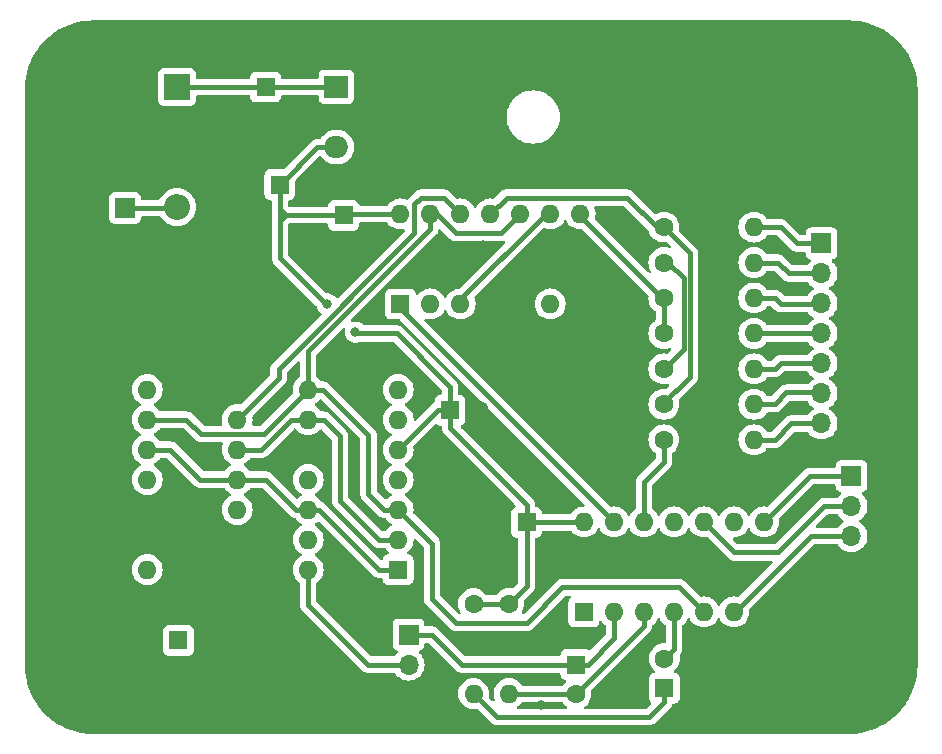
<source format=gbr>
%TF.GenerationSoftware,KiCad,Pcbnew,8.0.3*%
%TF.CreationDate,2024-10-06T22:02:56-03:00*%
%TF.ProjectId,digital_dice,64696769-7461-46c5-9f64-6963652e6b69,rev?*%
%TF.SameCoordinates,Original*%
%TF.FileFunction,Copper,L1,Top*%
%TF.FilePolarity,Positive*%
%FSLAX46Y46*%
G04 Gerber Fmt 4.6, Leading zero omitted, Abs format (unit mm)*
G04 Created by KiCad (PCBNEW 8.0.3) date 2024-10-06 22:02:56*
%MOMM*%
%LPD*%
G01*
G04 APERTURE LIST*
%TA.AperFunction,ComponentPad*%
%ADD10R,1.600000X1.600000*%
%TD*%
%TA.AperFunction,ComponentPad*%
%ADD11C,1.600000*%
%TD*%
%TA.AperFunction,ComponentPad*%
%ADD12O,1.600000X1.600000*%
%TD*%
%TA.AperFunction,ComponentPad*%
%ADD13C,0.900000*%
%TD*%
%TA.AperFunction,ComponentPad*%
%ADD14C,8.600000*%
%TD*%
%TA.AperFunction,ComponentPad*%
%ADD15R,1.700000X1.700000*%
%TD*%
%TA.AperFunction,ComponentPad*%
%ADD16O,1.700000X1.700000*%
%TD*%
%TA.AperFunction,ComponentPad*%
%ADD17R,2.200000X2.200000*%
%TD*%
%TA.AperFunction,ComponentPad*%
%ADD18O,2.200000X2.200000*%
%TD*%
%TA.AperFunction,ComponentPad*%
%ADD19R,2.000000X1.905000*%
%TD*%
%TA.AperFunction,ComponentPad*%
%ADD20O,2.000000X1.905000*%
%TD*%
%TA.AperFunction,ViaPad*%
%ADD21C,0.800000*%
%TD*%
%TA.AperFunction,Conductor*%
%ADD22C,0.381000*%
%TD*%
G04 APERTURE END LIST*
D10*
%TO.P,C5,1*%
%TO.N,VCC*%
X143200000Y-113900000D03*
D11*
%TO.P,C5,2*%
%TO.N,GND*%
X143200000Y-116400000D03*
%TD*%
D10*
%TO.P,C8,1*%
%TO.N,VCC*%
X152200000Y-130400000D03*
D11*
%TO.P,C8,2*%
%TO.N,GND*%
X154700000Y-130400000D03*
%TD*%
%TO.P,R9,1*%
%TO.N,g*%
X170315000Y-132900000D03*
D12*
%TO.P,R9,2*%
%TO.N,LED7*%
X177935000Y-132900000D03*
%TD*%
D10*
%TO.P,C4,1*%
%TO.N,VCC*%
X129200000Y-149900000D03*
D11*
%TO.P,C4,2*%
%TO.N,GND*%
X131700000Y-149900000D03*
%TD*%
D10*
%TO.P,U4,1*%
%TO.N,Q0*%
X148000000Y-121400000D03*
D12*
%TO.P,U4,2*%
%TO.N,Q1*%
X150540000Y-121400000D03*
%TO.P,U4,3*%
%TO.N,Net-(U4-Pad3)*%
X153080000Y-121400000D03*
%TO.P,U4,4*%
%TO.N,GND*%
X155620000Y-121400000D03*
%TO.P,U4,5*%
X158160000Y-121400000D03*
%TO.P,U4,6*%
%TO.N,unconnected-(U4-Pad6)*%
X160700000Y-121400000D03*
%TO.P,U4,7,GND*%
%TO.N,GND*%
X163240000Y-121400000D03*
%TO.P,U4,8*%
%TO.N,c*%
X163240000Y-113780000D03*
%TO.P,U4,9*%
%TO.N,Net-(U4-Pad3)*%
X160700000Y-113780000D03*
%TO.P,U4,10*%
%TO.N,Q2*%
X158160000Y-113780000D03*
%TO.P,U4,11*%
%TO.N,a*%
X155620000Y-113780000D03*
%TO.P,U4,12*%
%TO.N,Net-(U3-Pad6)*%
X153080000Y-113780000D03*
%TO.P,U4,13*%
%TO.N,Q2*%
X150540000Y-113780000D03*
%TO.P,U4,14,VCC*%
%TO.N,VCC*%
X148000000Y-113780000D03*
%TD*%
D11*
%TO.P,R4,1*%
%TO.N,b*%
X170315000Y-117900000D03*
D12*
%TO.P,R4,2*%
%TO.N,LED2*%
X177935000Y-117900000D03*
%TD*%
D10*
%TO.P,C1,1*%
%TO.N,VBAT*%
X136594887Y-103029887D03*
D11*
%TO.P,C1,2*%
%TO.N,GND*%
X136594887Y-105529887D03*
%TD*%
D10*
%TO.P,U2,1*%
%TO.N,Net-(C7-Pad1)*%
X163540000Y-147480000D03*
D12*
%TO.P,U2,2*%
%TO.N,Net-(SW1-Pin_1)*%
X166080000Y-147480000D03*
%TO.P,U2,3*%
%TO.N,Net-(C6-Pad2)*%
X168620000Y-147480000D03*
%TO.P,U2,4*%
%TO.N,Net-(C7-Pad2)*%
X171160000Y-147480000D03*
%TO.P,U2,5*%
%TO.N,Q2*%
X173700000Y-147480000D03*
%TO.P,U2,6*%
%TO.N,~{Q2}*%
X176240000Y-147480000D03*
%TO.P,U2,7,GND*%
%TO.N,GND*%
X178780000Y-147480000D03*
%TO.P,U2,8*%
%TO.N,~{Q0}*%
X178780000Y-139860000D03*
%TO.P,U2,9*%
%TO.N,Q0*%
X176240000Y-139860000D03*
%TO.P,U2,10*%
%TO.N,~{Q1}*%
X173700000Y-139860000D03*
%TO.P,U2,11*%
%TO.N,Q1*%
X171160000Y-139860000D03*
%TO.P,U2,12*%
%TO.N,g*%
X168620000Y-139860000D03*
%TO.P,U2,13*%
%TO.N,Q0*%
X166080000Y-139860000D03*
%TO.P,U2,14,VCC*%
%TO.N,VCC*%
X163540000Y-139860000D03*
%TD*%
D13*
%TO.P,H4,1,1*%
%TO.N,GND*%
X182775000Y-152000000D03*
X183719581Y-149719581D03*
X183719581Y-154280419D03*
X186000000Y-148775000D03*
D14*
X186000000Y-152000000D03*
D13*
X186000000Y-155225000D03*
X188280419Y-149719581D03*
X188280419Y-154280419D03*
X189225000Y-152000000D03*
%TD*%
D15*
%TO.P,SW1,1,Pin_1*%
%TO.N,Net-(SW1-Pin_1)*%
X148700000Y-149400000D03*
D16*
%TO.P,SW1,2,Pin_2*%
%TO.N,Unstable_Clock*%
X148700000Y-151940000D03*
%TD*%
D10*
%TO.P,U5,1,CP1..3*%
%TO.N,Q0*%
X147820000Y-143900000D03*
D12*
%TO.P,U5,2,R0(1)*%
%TO.N,Q1*%
X147820000Y-141360000D03*
%TO.P,U5,3,R0(2)*%
%TO.N,Q2*%
X147820000Y-138820000D03*
%TO.P,U5,4*%
%TO.N,N/C*%
X147820000Y-136280000D03*
%TO.P,U5,5,VCC*%
%TO.N,VCC*%
X147820000Y-133740000D03*
%TO.P,U5,6*%
%TO.N,N/C*%
X147820000Y-131200000D03*
%TO.P,U5,7*%
X147820000Y-128660000D03*
%TO.P,U5,8,Q2*%
%TO.N,Q2*%
X140200000Y-128660000D03*
%TO.P,U5,9,Q1*%
%TO.N,Q1*%
X140200000Y-131200000D03*
%TO.P,U5,10,GND*%
%TO.N,GND*%
X140200000Y-133740000D03*
%TO.P,U5,11,Q3*%
%TO.N,unconnected-(U5-Q3-Pad11)*%
X140200000Y-136280000D03*
%TO.P,U5,12,Q0*%
%TO.N,Q0*%
X140200000Y-138820000D03*
%TO.P,U5,13*%
%TO.N,N/C*%
X140200000Y-141360000D03*
%TO.P,U5,14,CP0*%
%TO.N,Unstable_Clock*%
X140200000Y-143900000D03*
%TD*%
D15*
%TO.P,BATT1,1,Pin_1*%
%TO.N,Net-(BATT1-Pin_1)*%
X124700000Y-113275000D03*
D16*
%TO.P,BATT1,2,Pin_2*%
%TO.N,GND*%
X124700000Y-110735000D03*
%TD*%
D10*
%TO.P,U3,1*%
%TO.N,GND*%
X134200000Y-143900000D03*
D12*
%TO.P,U3,2*%
X134200000Y-141360000D03*
%TO.P,U3,3*%
%TO.N,unconnected-(U3-Pad3)*%
X134200000Y-138820000D03*
%TO.P,U3,4*%
%TO.N,Q0*%
X134200000Y-136280000D03*
%TO.P,U3,5*%
%TO.N,Q1*%
X134200000Y-133740000D03*
%TO.P,U3,6*%
%TO.N,Net-(U3-Pad6)*%
X134200000Y-131200000D03*
%TO.P,U3,7,GND*%
%TO.N,GND*%
X134200000Y-128660000D03*
%TO.P,U3,8*%
%TO.N,b*%
X126580000Y-128660000D03*
%TO.P,U3,9*%
%TO.N,Q2*%
X126580000Y-131200000D03*
%TO.P,U3,10*%
%TO.N,Q0*%
X126580000Y-133740000D03*
%TO.P,U3,11*%
%TO.N,unconnected-(U3-Pad11)*%
X126580000Y-136280000D03*
%TO.P,U3,12*%
%TO.N,GND*%
X126580000Y-138820000D03*
%TO.P,U3,13*%
X126580000Y-141360000D03*
%TO.P,U3,14,VCC*%
%TO.N,VCC*%
X126580000Y-143900000D03*
%TD*%
D13*
%TO.P,H2,1,1*%
%TO.N,GND*%
X182775000Y-103200000D03*
X183719581Y-100919581D03*
X183719581Y-105480419D03*
X186000000Y-99975000D03*
D14*
X186000000Y-103200000D03*
D13*
X186000000Y-106425000D03*
X188280419Y-100919581D03*
X188280419Y-105480419D03*
X189225000Y-103200000D03*
%TD*%
D10*
%TO.P,C6,1*%
%TO.N,Net-(SW1-Pin_1)*%
X162860000Y-151935000D03*
D11*
%TO.P,C6,2*%
%TO.N,Net-(C6-Pad2)*%
X162860000Y-154435000D03*
%TD*%
D10*
%TO.P,C2,1*%
%TO.N,VCC*%
X137800000Y-111294887D03*
D11*
%TO.P,C2,2*%
%TO.N,GND*%
X135300000Y-111294887D03*
%TD*%
%TO.P,R8,1*%
%TO.N,a*%
X170315000Y-129900000D03*
D12*
%TO.P,R8,2*%
%TO.N,LED6*%
X177935000Y-129900000D03*
%TD*%
D15*
%TO.P,J1,1,Pin_1*%
%TO.N,~{Q0}*%
X186200000Y-135980000D03*
D16*
%TO.P,J1,2,Pin_2*%
%TO.N,~{Q1}*%
X186200000Y-138520000D03*
%TO.P,J1,3,Pin_3*%
%TO.N,~{Q2}*%
X186200000Y-141060000D03*
%TO.P,J1,4,Pin_4*%
%TO.N,GND*%
X186200000Y-143600000D03*
%TD*%
D11*
%TO.P,R3,1*%
%TO.N,a*%
X170315000Y-114900000D03*
D12*
%TO.P,R3,2*%
%TO.N,LED1*%
X177935000Y-114900000D03*
%TD*%
D10*
%TO.P,C7,1*%
%TO.N,Net-(C7-Pad1)*%
X170360000Y-153935000D03*
D11*
%TO.P,C7,2*%
%TO.N,Net-(C7-Pad2)*%
X170360000Y-151435000D03*
%TD*%
%TO.P,R6,1*%
%TO.N,c*%
X170315000Y-123900000D03*
D12*
%TO.P,R6,2*%
%TO.N,LED4*%
X177935000Y-123900000D03*
%TD*%
D15*
%TO.P,J2,1,Pin_1*%
%TO.N,LED1*%
X183660000Y-116280000D03*
D16*
%TO.P,J2,2,Pin_2*%
%TO.N,GND*%
X186200000Y-116280000D03*
%TO.P,J2,3,Pin_3*%
%TO.N,LED2*%
X183660000Y-118820000D03*
%TO.P,J2,4,Pin_4*%
%TO.N,GND*%
X186200000Y-118820000D03*
%TO.P,J2,5,Pin_5*%
%TO.N,LED3*%
X183660000Y-121360000D03*
%TO.P,J2,6,Pin_6*%
%TO.N,GND*%
X186200000Y-121360000D03*
%TO.P,J2,7,Pin_7*%
%TO.N,LED4*%
X183660000Y-123900000D03*
%TO.P,J2,8,Pin_8*%
%TO.N,GND*%
X186200000Y-123900000D03*
%TO.P,J2,9,Pin_9*%
%TO.N,LED5*%
X183660000Y-126440000D03*
%TO.P,J2,10,Pin_10*%
%TO.N,GND*%
X186200000Y-126440000D03*
%TO.P,J2,11,Pin_11*%
%TO.N,LED6*%
X183660000Y-128980000D03*
%TO.P,J2,12,Pin_12*%
%TO.N,GND*%
X186200000Y-128980000D03*
%TO.P,J2,13,Pin_13*%
%TO.N,LED7*%
X183660000Y-131520000D03*
%TO.P,J2,14,Pin_14*%
%TO.N,GND*%
X186200000Y-131520000D03*
%TD*%
D11*
%TO.P,R5,1*%
%TO.N,c*%
X170315000Y-120900000D03*
D12*
%TO.P,R5,2*%
%TO.N,LED3*%
X177935000Y-120900000D03*
%TD*%
D11*
%TO.P,R2,1*%
%TO.N,VCC*%
X154200000Y-146780000D03*
D12*
%TO.P,R2,2*%
%TO.N,Net-(C7-Pad1)*%
X154200000Y-154400000D03*
%TD*%
D13*
%TO.P,H1,1,1*%
%TO.N,GND*%
X118775000Y-103200000D03*
X119719581Y-100919581D03*
X119719581Y-105480419D03*
X122000000Y-99975000D03*
D14*
X122000000Y-103200000D03*
D13*
X122000000Y-106425000D03*
X124280419Y-100919581D03*
X124280419Y-105480419D03*
X125225000Y-103200000D03*
%TD*%
D10*
%TO.P,C3,1*%
%TO.N,VCC*%
X158700000Y-139900000D03*
D11*
%TO.P,C3,2*%
%TO.N,GND*%
X156200000Y-139900000D03*
%TD*%
%TO.P,R7,1*%
%TO.N,b*%
X170315000Y-126900000D03*
D12*
%TO.P,R7,2*%
%TO.N,LED5*%
X177935000Y-126900000D03*
%TD*%
D17*
%TO.P,D1,1,K*%
%TO.N,VBAT*%
X129094887Y-103029887D03*
D18*
%TO.P,D1,2,A*%
%TO.N,Net-(BATT1-Pin_1)*%
X129094887Y-113189887D03*
%TD*%
D11*
%TO.P,R1,1*%
%TO.N,VCC*%
X157200000Y-146780000D03*
D12*
%TO.P,R1,2*%
%TO.N,Net-(C6-Pad2)*%
X157200000Y-154400000D03*
%TD*%
D19*
%TO.P,U1,1,VI*%
%TO.N,VBAT*%
X142594887Y-103029887D03*
D20*
%TO.P,U1,2,GND*%
%TO.N,GND*%
X142594887Y-105569887D03*
%TO.P,U1,3,VO*%
%TO.N,VCC*%
X142594887Y-108109887D03*
%TD*%
D13*
%TO.P,H3,1,1*%
%TO.N,GND*%
X118775000Y-152000000D03*
X119719581Y-149719581D03*
X119719581Y-154280419D03*
X122000000Y-148775000D03*
D14*
X122000000Y-152000000D03*
D13*
X122000000Y-155225000D03*
X124280419Y-149719581D03*
X124280419Y-154280419D03*
X125225000Y-152000000D03*
%TD*%
D21*
%TO.N,VCC*%
X141800000Y-121400000D03*
X144200000Y-123800000D03*
%TO.N,GND*%
X172975000Y-115175000D03*
X127975000Y-118175000D03*
X145975000Y-103175000D03*
X127975000Y-109175000D03*
X159900000Y-155400000D03*
X145975000Y-106175000D03*
X163975000Y-100175000D03*
X190975000Y-148175000D03*
X164000000Y-119400000D03*
X133975000Y-154175000D03*
X163975000Y-133175000D03*
X121975000Y-136175000D03*
X169975000Y-112175000D03*
X133975000Y-148175000D03*
X124975000Y-115175000D03*
X124975000Y-124175000D03*
X130975000Y-100175000D03*
X169975000Y-100175000D03*
X145975000Y-148175000D03*
X178975000Y-136175000D03*
X157960000Y-109480000D03*
X190975000Y-112175000D03*
X124975000Y-127175000D03*
X155420000Y-101860000D03*
X190975000Y-136175000D03*
X130975000Y-124175000D03*
X175975000Y-133175000D03*
X166975000Y-130175000D03*
X175975000Y-103175000D03*
X147800000Y-101860000D03*
X190975000Y-109175000D03*
X133975000Y-121175000D03*
X142975000Y-100175000D03*
X172975000Y-133175000D03*
X151975000Y-154175000D03*
X118975000Y-109175000D03*
X163975000Y-130175000D03*
X145975000Y-154175000D03*
X166975000Y-103175000D03*
X121975000Y-133175000D03*
X118975000Y-136175000D03*
X118975000Y-124175000D03*
X133975000Y-124175000D03*
X121975000Y-127175000D03*
X187975000Y-118175000D03*
X118975000Y-112175000D03*
X139975000Y-106175000D03*
X166200000Y-143200000D03*
X163975000Y-109175000D03*
X187975000Y-130175000D03*
X187975000Y-127175000D03*
X172975000Y-103175000D03*
X148975000Y-154175000D03*
X121975000Y-121175000D03*
X145975000Y-109175000D03*
X139975000Y-112175000D03*
X143200000Y-125800000D03*
X118975000Y-142175000D03*
X151975000Y-142175000D03*
X172975000Y-154175000D03*
X175975000Y-130175000D03*
X161000000Y-116400000D03*
X159300000Y-153200000D03*
X175975000Y-151175000D03*
X166975000Y-127175000D03*
X155420000Y-109480000D03*
X158000000Y-119400000D03*
X167000000Y-115100000D03*
X151975000Y-136175000D03*
X118975000Y-130175000D03*
X187975000Y-124175000D03*
X190975000Y-124175000D03*
X163975000Y-127175000D03*
X169975000Y-109175000D03*
X139975000Y-154175000D03*
X130975000Y-154175000D03*
X155420000Y-106940000D03*
X145800000Y-122200000D03*
X145975000Y-112175000D03*
X175975000Y-136175000D03*
X175975000Y-106175000D03*
X187975000Y-115175000D03*
X175975000Y-127175000D03*
X130975000Y-145175000D03*
X118975000Y-115175000D03*
X133975000Y-100175000D03*
X178975000Y-103175000D03*
X160500000Y-109480000D03*
X172975000Y-100175000D03*
X130975000Y-148175000D03*
X121975000Y-112175000D03*
X172975000Y-112175000D03*
X121975000Y-145175000D03*
X133975000Y-106175000D03*
X187975000Y-136175000D03*
X187975000Y-142175000D03*
X152880000Y-109480000D03*
X178975000Y-100175000D03*
X161000000Y-119400000D03*
X160975000Y-142175000D03*
X124975000Y-145175000D03*
X160975000Y-124175000D03*
X178975000Y-154175000D03*
X150340000Y-104400000D03*
X166975000Y-124175000D03*
X184975000Y-112175000D03*
X136975000Y-148175000D03*
X130975000Y-118175000D03*
X150340000Y-109480000D03*
X178975000Y-106175000D03*
X187975000Y-121175000D03*
X152880000Y-104400000D03*
X163975000Y-106175000D03*
X169975000Y-103175000D03*
X190975000Y-118175000D03*
X190975000Y-115175000D03*
X187975000Y-109175000D03*
X175975000Y-109175000D03*
X142975000Y-145175000D03*
X130975000Y-115175000D03*
X133975000Y-109175000D03*
X172975000Y-109175000D03*
X121975000Y-142175000D03*
X118975000Y-118175000D03*
X181975000Y-145175000D03*
X121975000Y-124175000D03*
X158000000Y-134800000D03*
X139975000Y-100175000D03*
X127975000Y-115175000D03*
X152000000Y-119400000D03*
X142975000Y-154175000D03*
X130975000Y-142175000D03*
X175975000Y-112175000D03*
X160975000Y-127175000D03*
X169975000Y-106175000D03*
X152880000Y-101860000D03*
X160600000Y-149200000D03*
X124975000Y-121175000D03*
X187975000Y-133175000D03*
X166975000Y-133175000D03*
X145975000Y-100175000D03*
X133975000Y-115175000D03*
X166975000Y-136175000D03*
X163975000Y-124175000D03*
X130975000Y-106175000D03*
X142975000Y-112175000D03*
X172975000Y-130175000D03*
X145975000Y-130175000D03*
X136975000Y-100175000D03*
X147800000Y-104400000D03*
X136975000Y-154175000D03*
X178975000Y-112175000D03*
X136975000Y-142175000D03*
X136975000Y-121175000D03*
X181975000Y-112175000D03*
X190975000Y-121175000D03*
X157960000Y-101860000D03*
X182000000Y-138400000D03*
X190975000Y-127175000D03*
X169800000Y-149400000D03*
X166975000Y-121175000D03*
X139975000Y-115175000D03*
X127975000Y-121175000D03*
X121975000Y-115175000D03*
X190975000Y-130175000D03*
X166975000Y-109175000D03*
X190975000Y-142175000D03*
X150340000Y-106940000D03*
X150340000Y-101860000D03*
X118975000Y-127175000D03*
X152880000Y-106940000D03*
X136975000Y-145175000D03*
X118975000Y-133175000D03*
X181975000Y-133175000D03*
X172975000Y-106175000D03*
X190975000Y-133175000D03*
X178975000Y-109175000D03*
X144200000Y-136200000D03*
X190975000Y-145175000D03*
X142400000Y-119400000D03*
X166975000Y-100175000D03*
X127975000Y-100175000D03*
X157975000Y-127175000D03*
X147800000Y-109480000D03*
X166975000Y-106175000D03*
X184975000Y-109175000D03*
X163975000Y-103175000D03*
X157975000Y-124175000D03*
X118975000Y-121175000D03*
X155000000Y-116400000D03*
X121975000Y-139175000D03*
X152000000Y-116400000D03*
X136975000Y-109175000D03*
X130975000Y-139175000D03*
X118975000Y-139175000D03*
X172975000Y-136175000D03*
X187975000Y-145175000D03*
X153600000Y-150000000D03*
X131000000Y-134200000D03*
X190975000Y-139175000D03*
X164000000Y-116400000D03*
X145975000Y-145175000D03*
X175975000Y-154175000D03*
X172975000Y-151175000D03*
X136975000Y-124175000D03*
X154975000Y-142175000D03*
X160500000Y-101860000D03*
X175975000Y-100175000D03*
X130975000Y-109175000D03*
X175975000Y-145175000D03*
X147800000Y-106940000D03*
X187975000Y-112175000D03*
X166800000Y-155000000D03*
X130975000Y-127175000D03*
X136975000Y-139175000D03*
X175975000Y-118175000D03*
X137500000Y-129800000D03*
X121975000Y-109175000D03*
X121975000Y-130175000D03*
X138000000Y-134800000D03*
X154975000Y-124175000D03*
X190975000Y-106175000D03*
X181975000Y-109175000D03*
X121975000Y-118175000D03*
X187975000Y-139175000D03*
X160975000Y-130175000D03*
X124975000Y-118175000D03*
X155400000Y-104400000D03*
X127975000Y-154175000D03*
X127975000Y-106175000D03*
X118975000Y-145175000D03*
X145975000Y-115175000D03*
X175975000Y-115175000D03*
X151975000Y-145175000D03*
X178975000Y-151175000D03*
X184200000Y-139800000D03*
%TD*%
D22*
%TO.N,VCC*%
X151160000Y-130400000D02*
X152200000Y-130400000D01*
X138300000Y-113900000D02*
X137800000Y-114400000D01*
X142594887Y-108109887D02*
X140985000Y-108109887D01*
X151700000Y-127900000D02*
X147700000Y-123900000D01*
X158700000Y-138400000D02*
X158700000Y-139900000D01*
X152200000Y-131900000D02*
X158700000Y-138400000D01*
X138800000Y-113900000D02*
X138300000Y-113900000D01*
X137800000Y-114400000D02*
X137800000Y-117500000D01*
X158700000Y-139900000D02*
X158700000Y-145280000D01*
X147820000Y-133740000D02*
X151160000Y-130400000D01*
X148000000Y-113780000D02*
X143320000Y-113780000D01*
X163500000Y-139900000D02*
X163540000Y-139860000D01*
X152200000Y-130400000D02*
X152200000Y-128400000D01*
X158700000Y-139900000D02*
X163500000Y-139900000D01*
X138300000Y-113900000D02*
X137800000Y-113400000D01*
X137800000Y-113800000D02*
X137800000Y-114400000D01*
X139000000Y-113900000D02*
X138800000Y-113900000D01*
X152200000Y-130400000D02*
X152200000Y-131900000D01*
X138800000Y-113900000D02*
X137900000Y-113900000D01*
X158700000Y-145280000D02*
X157200000Y-146780000D01*
X157200000Y-146780000D02*
X154200000Y-146780000D01*
X143320000Y-113780000D02*
X143200000Y-113900000D01*
X137800000Y-113400000D02*
X137800000Y-113800000D01*
X137800000Y-111294887D02*
X137800000Y-113400000D01*
X147700000Y-123900000D02*
X144200000Y-123900000D01*
X143200000Y-113900000D02*
X139000000Y-113900000D01*
X139000000Y-113900000D02*
X138300000Y-113900000D01*
X137800000Y-117500000D02*
X141700000Y-121400000D01*
X137900000Y-113900000D02*
X137800000Y-113800000D01*
X152200000Y-128400000D02*
X151700000Y-127900000D01*
X140985000Y-108109887D02*
X137800000Y-111294887D01*
%TO.N,a*%
X157000000Y-112400000D02*
X155620000Y-113780000D01*
X167200000Y-112400000D02*
X157000000Y-112400000D01*
X170315000Y-129900000D02*
X170200000Y-129900000D01*
X169700000Y-114900000D02*
X167200000Y-112400000D01*
X172508000Y-117093000D02*
X170315000Y-114900000D01*
X172508000Y-127592000D02*
X172508000Y-117093000D01*
X170200000Y-129900000D02*
X172508000Y-127592000D01*
X170315000Y-114900000D02*
X169700000Y-114900000D01*
%TO.N,b*%
X170315000Y-117900000D02*
X170700000Y-117900000D01*
X170700000Y-117900000D02*
X172000000Y-119200000D01*
X172000000Y-119200000D02*
X172000000Y-125215000D01*
X172000000Y-125215000D02*
X170315000Y-126900000D01*
%TO.N,c*%
X170315000Y-123900000D02*
X170315000Y-120900000D01*
X163240000Y-113940000D02*
X163240000Y-113780000D01*
X170315000Y-120900000D02*
X170200000Y-120900000D01*
X170200000Y-120900000D02*
X163240000Y-113940000D01*
%TO.N,g*%
X168620000Y-136480000D02*
X168620000Y-139860000D01*
X170315000Y-132900000D02*
X170315000Y-134785000D01*
X170315000Y-134785000D02*
X168620000Y-136480000D01*
%TO.N,Unstable_Clock*%
X140200000Y-146900000D02*
X145240000Y-151940000D01*
X145240000Y-151940000D02*
X148700000Y-151940000D01*
X140200000Y-143900000D02*
X140200000Y-146900000D01*
%TO.N,Q0*%
X136595000Y-136280000D02*
X134200000Y-136280000D01*
X148000000Y-121400000D02*
X148000000Y-121780000D01*
X126580000Y-133740000D02*
X128540000Y-133740000D01*
X139135000Y-138820000D02*
X136595000Y-136280000D01*
X128540000Y-133740000D02*
X131080000Y-136280000D01*
X140200000Y-138820000D02*
X139135000Y-138820000D01*
X131080000Y-136280000D02*
X134200000Y-136280000D01*
X146215000Y-143900000D02*
X147820000Y-143900000D01*
X140200000Y-138820000D02*
X141135000Y-138820000D01*
X141135000Y-138820000D02*
X146215000Y-143900000D01*
X148000000Y-121780000D02*
X166080000Y-139860000D01*
%TO.N,Q1*%
X136235000Y-133740000D02*
X134200000Y-133740000D01*
X142895000Y-138080000D02*
X146175000Y-141360000D01*
X138775000Y-131200000D02*
X136235000Y-133740000D01*
X140200000Y-131200000D02*
X138775000Y-131200000D01*
X146175000Y-141360000D02*
X147820000Y-141360000D01*
X140200000Y-131200000D02*
X141515000Y-131200000D01*
X142895000Y-132580000D02*
X142895000Y-138080000D01*
X141515000Y-131200000D02*
X142895000Y-132580000D01*
%TO.N,Q2*%
X147820000Y-138820000D02*
X150700000Y-141700000D01*
X145300000Y-132485000D02*
X141475000Y-128660000D01*
X151080000Y-113780000D02*
X150540000Y-113780000D01*
X146635000Y-138820000D02*
X145300000Y-137485000D01*
X150700000Y-146400000D02*
X152700000Y-148400000D01*
X152700000Y-115400000D02*
X151080000Y-113780000D01*
X140200000Y-125400000D02*
X140200000Y-128660000D01*
X150540000Y-113780000D02*
X150540000Y-115060000D01*
X158700000Y-148400000D02*
X161700000Y-145400000D01*
X152700000Y-148400000D02*
X158700000Y-148400000D01*
X145300000Y-137485000D02*
X145300000Y-132485000D01*
X150700000Y-141700000D02*
X150700000Y-146400000D01*
X126580000Y-131200000D02*
X129900000Y-131200000D01*
X147820000Y-138820000D02*
X146635000Y-138820000D01*
X131100000Y-132400000D02*
X136460000Y-132400000D01*
X161700000Y-145400000D02*
X171620000Y-145400000D01*
X129900000Y-131200000D02*
X131100000Y-132400000D01*
X150540000Y-115060000D02*
X140200000Y-125400000D01*
X156540000Y-115400000D02*
X152700000Y-115400000D01*
X158160000Y-113780000D02*
X156540000Y-115400000D01*
X136460000Y-132400000D02*
X140200000Y-128660000D01*
X171620000Y-145400000D02*
X173700000Y-147480000D01*
X141475000Y-128660000D02*
X140200000Y-128660000D01*
%TO.N,Net-(U3-Pad6)*%
X137700000Y-126900000D02*
X149200000Y-115400000D01*
X151700000Y-112400000D02*
X153080000Y-113780000D01*
X149200000Y-115400000D02*
X149200000Y-112969808D01*
X149200000Y-112969808D02*
X149769808Y-112400000D01*
X149769808Y-112400000D02*
X151700000Y-112400000D01*
X134200000Y-131200000D02*
X137700000Y-127700000D01*
X137700000Y-127700000D02*
X137700000Y-126900000D01*
%TO.N,LED1*%
X177935000Y-114900000D02*
X180200000Y-114900000D01*
X181580000Y-116280000D02*
X183660000Y-116280000D01*
X180200000Y-114900000D02*
X181580000Y-116280000D01*
%TO.N,LED2*%
X177935000Y-117900000D02*
X179970000Y-117900000D01*
X179970000Y-117900000D02*
X180890000Y-118820000D01*
X180890000Y-118820000D02*
X183660000Y-118820000D01*
%TO.N,LED3*%
X177935000Y-120900000D02*
X179700000Y-120900000D01*
X180200000Y-121400000D02*
X183620000Y-121400000D01*
X183620000Y-121400000D02*
X183660000Y-121360000D01*
X179700000Y-120900000D02*
X180200000Y-121400000D01*
%TO.N,LED4*%
X177935000Y-123900000D02*
X183660000Y-123900000D01*
%TO.N,LED5*%
X180200000Y-126400000D02*
X183620000Y-126400000D01*
X177935000Y-126900000D02*
X179700000Y-126900000D01*
X183620000Y-126400000D02*
X183660000Y-126440000D01*
X179700000Y-126900000D02*
X180200000Y-126400000D01*
%TO.N,LED6*%
X180700000Y-128900000D02*
X183580000Y-128900000D01*
X177935000Y-129900000D02*
X179700000Y-129900000D01*
X183580000Y-128900000D02*
X183660000Y-128980000D01*
X179700000Y-129900000D02*
X180700000Y-128900000D01*
%TO.N,LED7*%
X177935000Y-132900000D02*
X179700000Y-132900000D01*
X179700000Y-132900000D02*
X181080000Y-131520000D01*
X181080000Y-131520000D02*
X183660000Y-131520000D01*
%TO.N,Net-(SW1-Pin_1)*%
X148700000Y-149400000D02*
X150700000Y-149400000D01*
X150700000Y-149400000D02*
X153235000Y-151935000D01*
X166080000Y-147480000D02*
X166080000Y-149715000D01*
X153235000Y-151935000D02*
X162860000Y-151935000D01*
X163860000Y-151935000D02*
X162860000Y-151935000D01*
X166080000Y-149715000D02*
X163860000Y-151935000D01*
%TO.N,Net-(BATT1-Pin_1)*%
X129009774Y-113275000D02*
X129094887Y-113189887D01*
X124700000Y-113275000D02*
X129009774Y-113275000D01*
%TO.N,Net-(C6-Pad2)*%
X168620000Y-147480000D02*
X168620000Y-148675000D01*
X162860000Y-154435000D02*
X157235000Y-154435000D01*
X157235000Y-154435000D02*
X157200000Y-154400000D01*
X168620000Y-148675000D02*
X162860000Y-154435000D01*
%TO.N,VBAT*%
X136594887Y-103029887D02*
X142594887Y-103029887D01*
X129094887Y-103029887D02*
X136594887Y-103029887D01*
%TO.N,~{Q1}*%
X183880000Y-138520000D02*
X179960000Y-142440000D01*
X176280000Y-142440000D02*
X173700000Y-139860000D01*
X186200000Y-138520000D02*
X183880000Y-138520000D01*
X179960000Y-142440000D02*
X176280000Y-142440000D01*
%TO.N,~{Q2}*%
X176240000Y-147480000D02*
X176320000Y-147480000D01*
X182740000Y-141060000D02*
X186200000Y-141060000D01*
X176320000Y-147480000D02*
X182740000Y-141060000D01*
%TO.N,~{Q0}*%
X186200000Y-135980000D02*
X182660000Y-135980000D01*
X178820000Y-139900000D02*
X178780000Y-139860000D01*
X182660000Y-135980000D02*
X178780000Y-139860000D01*
%TO.N,Net-(C7-Pad2)*%
X171160000Y-150635000D02*
X170360000Y-151435000D01*
X171160000Y-147480000D02*
X171160000Y-150635000D01*
%TO.N,Net-(C7-Pad1)*%
X154200000Y-154400000D02*
X156200000Y-156400000D01*
X156200000Y-156400000D02*
X169047500Y-156400000D01*
X170360000Y-155087500D02*
X170360000Y-153935000D01*
X169047500Y-156400000D02*
X170360000Y-155087500D01*
%TO.N,Net-(U4-Pad3)*%
X160700000Y-113780000D02*
X160320000Y-113780000D01*
X153080000Y-121020000D02*
X153080000Y-121400000D01*
X160320000Y-113780000D02*
X153080000Y-121020000D01*
%TD*%
%TA.AperFunction,Conductor*%
%TO.N,GND*%
G36*
X161758714Y-155145685D02*
G01*
X161793250Y-155178877D01*
X161859954Y-155274141D01*
X162020858Y-155435045D01*
X162089952Y-155483425D01*
X162133577Y-155538002D01*
X162140771Y-155607500D01*
X162109248Y-155669855D01*
X162049019Y-155705269D01*
X162018829Y-155709000D01*
X157991185Y-155709000D01*
X157924146Y-155689315D01*
X157878391Y-155636511D01*
X157868447Y-155567353D01*
X157897472Y-155503797D01*
X157920062Y-155483425D01*
X158018052Y-155414812D01*
X158039139Y-155400047D01*
X158200047Y-155239139D01*
X158222865Y-155206550D01*
X158242243Y-155178877D01*
X158296820Y-155135252D01*
X158343818Y-155126000D01*
X161691675Y-155126000D01*
X161758714Y-155145685D01*
G37*
%TD.AperFunction*%
%TA.AperFunction,Conductor*%
G36*
X169957865Y-148023348D02*
G01*
X170002382Y-148074725D01*
X170029429Y-148132728D01*
X170029432Y-148132734D01*
X170159954Y-148319141D01*
X170320857Y-148480044D01*
X170320860Y-148480046D01*
X170320861Y-148480047D01*
X170416123Y-148546749D01*
X170459748Y-148601325D01*
X170469000Y-148648324D01*
X170469000Y-150006370D01*
X170449315Y-150073409D01*
X170396511Y-150119164D01*
X170355808Y-150129898D01*
X170133312Y-150149364D01*
X170133302Y-150149366D01*
X169913511Y-150208258D01*
X169913502Y-150208261D01*
X169707267Y-150304431D01*
X169707265Y-150304432D01*
X169520858Y-150434954D01*
X169359954Y-150595858D01*
X169229432Y-150782265D01*
X169229431Y-150782267D01*
X169133261Y-150988502D01*
X169133258Y-150988511D01*
X169074366Y-151208302D01*
X169074364Y-151208313D01*
X169054532Y-151434998D01*
X169054532Y-151435001D01*
X169074364Y-151661686D01*
X169074366Y-151661697D01*
X169133258Y-151881488D01*
X169133261Y-151881497D01*
X169229431Y-152087732D01*
X169229432Y-152087734D01*
X169359954Y-152274141D01*
X169517086Y-152431273D01*
X169550571Y-152492596D01*
X169545587Y-152562288D01*
X169503715Y-152618221D01*
X169457932Y-152639628D01*
X169452522Y-152640906D01*
X169317671Y-152691202D01*
X169317664Y-152691206D01*
X169202455Y-152777452D01*
X169202452Y-152777455D01*
X169116206Y-152892664D01*
X169116202Y-152892671D01*
X169065908Y-153027517D01*
X169059501Y-153087116D01*
X169059501Y-153087123D01*
X169059500Y-153087135D01*
X169059500Y-154782870D01*
X169059501Y-154782876D01*
X169065908Y-154842483D01*
X169116202Y-154977328D01*
X169116203Y-154977329D01*
X169116204Y-154977331D01*
X169158840Y-155034285D01*
X169207769Y-155099646D01*
X169206732Y-155100421D01*
X169235894Y-155153816D01*
X169230915Y-155223508D01*
X169202411Y-155267865D01*
X168797597Y-155672681D01*
X168736274Y-155706166D01*
X168709916Y-155709000D01*
X163701171Y-155709000D01*
X163634132Y-155689315D01*
X163588377Y-155636511D01*
X163578433Y-155567353D01*
X163607458Y-155503797D01*
X163630048Y-155483425D01*
X163657722Y-155464046D01*
X163699139Y-155435047D01*
X163860047Y-155274139D01*
X163990568Y-155087734D01*
X164086739Y-154881496D01*
X164145635Y-154661692D01*
X164165468Y-154435000D01*
X164145635Y-154208308D01*
X164145632Y-154208298D01*
X164144694Y-154202974D01*
X164147184Y-154202534D01*
X164148491Y-154143363D01*
X164178985Y-154093235D01*
X169156735Y-149115487D01*
X169232356Y-149002311D01*
X169284445Y-148876557D01*
X169302131Y-148787644D01*
X169311000Y-148743059D01*
X169311000Y-148648324D01*
X169330685Y-148581285D01*
X169363875Y-148546750D01*
X169459139Y-148480047D01*
X169620047Y-148319139D01*
X169750568Y-148132734D01*
X169777618Y-148074724D01*
X169823790Y-148022285D01*
X169890983Y-148003133D01*
X169957865Y-148023348D01*
G37*
%TD.AperFunction*%
%TA.AperFunction,Conductor*%
G36*
X141157688Y-139825529D02*
G01*
X141182519Y-139844740D01*
X145774510Y-144436732D01*
X145774514Y-144436735D01*
X145887682Y-144512352D01*
X145887695Y-144512359D01*
X145985165Y-144552732D01*
X146013443Y-144564445D01*
X146013447Y-144564445D01*
X146013448Y-144564446D01*
X146146939Y-144591000D01*
X146146942Y-144591000D01*
X146146943Y-144591000D01*
X146283057Y-144591000D01*
X146395501Y-144591000D01*
X146462540Y-144610685D01*
X146508295Y-144663489D01*
X146519501Y-144715000D01*
X146519501Y-144747876D01*
X146525908Y-144807483D01*
X146576202Y-144942328D01*
X146576206Y-144942335D01*
X146662452Y-145057544D01*
X146662455Y-145057547D01*
X146777664Y-145143793D01*
X146777671Y-145143797D01*
X146912517Y-145194091D01*
X146912516Y-145194091D01*
X146919444Y-145194835D01*
X146972127Y-145200500D01*
X148667872Y-145200499D01*
X148727483Y-145194091D01*
X148862331Y-145143796D01*
X148977546Y-145057546D01*
X149063796Y-144942331D01*
X149114091Y-144807483D01*
X149120500Y-144747873D01*
X149120499Y-143052128D01*
X149114091Y-142992517D01*
X149112178Y-142987389D01*
X149063797Y-142857671D01*
X149063793Y-142857664D01*
X148977547Y-142742455D01*
X148977544Y-142742452D01*
X148862335Y-142656206D01*
X148862328Y-142656202D01*
X148727482Y-142605908D01*
X148727483Y-142605908D01*
X148692404Y-142602137D01*
X148627853Y-142575399D01*
X148588005Y-142518006D01*
X148585512Y-142448181D01*
X148621165Y-142388092D01*
X148634539Y-142377272D01*
X148659140Y-142360046D01*
X148820045Y-142199141D01*
X148820047Y-142199139D01*
X148950568Y-142012734D01*
X149046739Y-141806496D01*
X149105635Y-141586692D01*
X149122992Y-141388295D01*
X149148444Y-141323228D01*
X149205035Y-141282249D01*
X149274797Y-141278371D01*
X149334201Y-141311423D01*
X149972681Y-141949903D01*
X150006166Y-142011226D01*
X150009000Y-142037584D01*
X150009000Y-146468058D01*
X150009000Y-146468060D01*
X150008999Y-146468060D01*
X150029812Y-146572686D01*
X150029812Y-146572687D01*
X150035553Y-146601550D01*
X150035557Y-146601563D01*
X150087642Y-146727309D01*
X150087644Y-146727312D01*
X150163263Y-146840485D01*
X150163269Y-146840492D01*
X152259507Y-148936730D01*
X152259514Y-148936736D01*
X152372687Y-149012355D01*
X152372690Y-149012357D01*
X152468724Y-149052135D01*
X152498443Y-149064445D01*
X152498447Y-149064445D01*
X152498448Y-149064446D01*
X152631939Y-149091000D01*
X152631942Y-149091000D01*
X158768060Y-149091000D01*
X158857870Y-149073134D01*
X158901557Y-149064445D01*
X159027311Y-149012356D01*
X159140487Y-148936735D01*
X161949902Y-146127318D01*
X162011225Y-146093834D01*
X162037583Y-146091000D01*
X162319080Y-146091000D01*
X162386119Y-146110685D01*
X162431874Y-146163489D01*
X162441818Y-146232647D01*
X162412793Y-146296203D01*
X162393392Y-146314266D01*
X162382452Y-146322455D01*
X162296206Y-146437664D01*
X162296202Y-146437671D01*
X162245908Y-146572517D01*
X162239501Y-146632116D01*
X162239500Y-146632135D01*
X162239500Y-148327870D01*
X162239501Y-148327876D01*
X162245908Y-148387483D01*
X162296202Y-148522328D01*
X162296206Y-148522335D01*
X162382452Y-148637544D01*
X162382455Y-148637547D01*
X162497664Y-148723793D01*
X162497671Y-148723797D01*
X162632517Y-148774091D01*
X162632516Y-148774091D01*
X162639444Y-148774835D01*
X162692127Y-148780500D01*
X164387872Y-148780499D01*
X164447483Y-148774091D01*
X164582331Y-148723796D01*
X164697546Y-148637546D01*
X164783796Y-148522331D01*
X164834091Y-148387483D01*
X164837862Y-148352401D01*
X164864599Y-148287855D01*
X164921990Y-148248006D01*
X164991816Y-148245511D01*
X165051905Y-148281163D01*
X165062726Y-148294536D01*
X165079956Y-148319143D01*
X165240857Y-148480044D01*
X165240860Y-148480046D01*
X165240861Y-148480047D01*
X165336123Y-148546749D01*
X165379748Y-148601325D01*
X165389000Y-148648324D01*
X165389000Y-149377415D01*
X165369315Y-149444454D01*
X165352681Y-149465096D01*
X164106548Y-150711228D01*
X164045225Y-150744713D01*
X163975533Y-150739729D01*
X163944556Y-150722813D01*
X163902335Y-150691206D01*
X163902328Y-150691202D01*
X163767482Y-150640908D01*
X163767483Y-150640908D01*
X163707883Y-150634501D01*
X163707881Y-150634500D01*
X163707873Y-150634500D01*
X163707864Y-150634500D01*
X162012129Y-150634500D01*
X162012123Y-150634501D01*
X161952516Y-150640908D01*
X161817671Y-150691202D01*
X161817664Y-150691206D01*
X161702455Y-150777452D01*
X161702452Y-150777455D01*
X161616206Y-150892664D01*
X161616202Y-150892671D01*
X161565908Y-151027517D01*
X161559501Y-151087116D01*
X161559500Y-151087135D01*
X161559500Y-151120000D01*
X161539815Y-151187039D01*
X161487011Y-151232794D01*
X161435500Y-151244000D01*
X153572584Y-151244000D01*
X153505545Y-151224315D01*
X153484903Y-151207681D01*
X151140492Y-148863269D01*
X151140485Y-148863263D01*
X151027312Y-148787644D01*
X151027309Y-148787642D01*
X150901561Y-148735556D01*
X150901557Y-148735555D01*
X150842441Y-148723796D01*
X150842440Y-148723795D01*
X150842439Y-148723795D01*
X150768060Y-148709000D01*
X150768058Y-148709000D01*
X150174499Y-148709000D01*
X150107460Y-148689315D01*
X150061705Y-148636511D01*
X150050499Y-148585000D01*
X150050499Y-148502129D01*
X150050498Y-148502123D01*
X150050497Y-148502116D01*
X150044091Y-148442517D01*
X150001330Y-148327870D01*
X149993797Y-148307671D01*
X149993793Y-148307664D01*
X149907547Y-148192455D01*
X149907544Y-148192452D01*
X149792335Y-148106206D01*
X149792328Y-148106202D01*
X149657482Y-148055908D01*
X149657483Y-148055908D01*
X149597883Y-148049501D01*
X149597881Y-148049500D01*
X149597873Y-148049500D01*
X149597864Y-148049500D01*
X147802129Y-148049500D01*
X147802123Y-148049501D01*
X147742516Y-148055908D01*
X147607671Y-148106202D01*
X147607664Y-148106206D01*
X147492455Y-148192452D01*
X147492452Y-148192455D01*
X147406206Y-148307664D01*
X147406202Y-148307671D01*
X147355908Y-148442517D01*
X147349501Y-148502116D01*
X147349501Y-148502123D01*
X147349500Y-148502135D01*
X147349500Y-150297870D01*
X147349501Y-150297876D01*
X147355908Y-150357483D01*
X147406202Y-150492328D01*
X147406206Y-150492335D01*
X147492452Y-150607544D01*
X147492455Y-150607547D01*
X147607664Y-150693793D01*
X147607671Y-150693797D01*
X147739082Y-150742810D01*
X147795016Y-150784681D01*
X147819433Y-150850145D01*
X147804582Y-150918418D01*
X147783431Y-150946673D01*
X147661501Y-151068603D01*
X147572212Y-151196123D01*
X147517635Y-151239748D01*
X147470637Y-151249000D01*
X145577584Y-151249000D01*
X145510545Y-151229315D01*
X145489903Y-151212681D01*
X140927319Y-146650097D01*
X140893834Y-146588774D01*
X140891000Y-146562416D01*
X140891000Y-145068324D01*
X140910685Y-145001285D01*
X140943875Y-144966750D01*
X141039139Y-144900047D01*
X141200047Y-144739139D01*
X141330568Y-144552734D01*
X141426739Y-144346496D01*
X141485635Y-144126692D01*
X141505468Y-143900000D01*
X141485635Y-143673308D01*
X141426739Y-143453504D01*
X141330568Y-143247266D01*
X141200047Y-143060861D01*
X141200045Y-143060858D01*
X141039141Y-142899954D01*
X140852734Y-142769432D01*
X140852728Y-142769429D01*
X140794882Y-142742455D01*
X140794724Y-142742381D01*
X140742285Y-142696210D01*
X140723133Y-142629017D01*
X140743348Y-142562135D01*
X140794725Y-142517618D01*
X140852734Y-142490568D01*
X141039139Y-142360047D01*
X141200047Y-142199139D01*
X141330568Y-142012734D01*
X141426739Y-141806496D01*
X141485635Y-141586692D01*
X141505468Y-141360000D01*
X141485635Y-141133308D01*
X141426739Y-140913504D01*
X141330568Y-140707266D01*
X141200047Y-140520861D01*
X141200045Y-140520858D01*
X141039141Y-140359954D01*
X140852734Y-140229432D01*
X140852728Y-140229429D01*
X140794725Y-140202382D01*
X140742285Y-140156210D01*
X140723133Y-140089017D01*
X140743348Y-140022135D01*
X140794725Y-139977618D01*
X140852734Y-139950568D01*
X141023717Y-139830845D01*
X141089921Y-139808519D01*
X141157688Y-139825529D01*
G37*
%TD.AperFunction*%
%TA.AperFunction,Conductor*%
G36*
X151061589Y-131578145D02*
G01*
X151092566Y-131595060D01*
X151157668Y-131643795D01*
X151157671Y-131643797D01*
X151202618Y-131660561D01*
X151292517Y-131694091D01*
X151352127Y-131700500D01*
X151384999Y-131700499D01*
X151452037Y-131720182D01*
X151497793Y-131772984D01*
X151509000Y-131824499D01*
X151509000Y-131831943D01*
X151509000Y-131968057D01*
X151509000Y-131968059D01*
X151508999Y-131968059D01*
X151535553Y-132101551D01*
X151535556Y-132101561D01*
X151587642Y-132227309D01*
X151587644Y-132227312D01*
X151663263Y-132340485D01*
X151663269Y-132340492D01*
X157755260Y-138432482D01*
X157788745Y-138493805D01*
X157783761Y-138563497D01*
X157741889Y-138619430D01*
X157710912Y-138636345D01*
X157657671Y-138656202D01*
X157657664Y-138656206D01*
X157542455Y-138742452D01*
X157542452Y-138742455D01*
X157456206Y-138857664D01*
X157456202Y-138857671D01*
X157405908Y-138992517D01*
X157399501Y-139052116D01*
X157399501Y-139052123D01*
X157399500Y-139052135D01*
X157399500Y-140747870D01*
X157399501Y-140747876D01*
X157405908Y-140807483D01*
X157456202Y-140942328D01*
X157456206Y-140942335D01*
X157542452Y-141057544D01*
X157542455Y-141057547D01*
X157657664Y-141143793D01*
X157657671Y-141143797D01*
X157666704Y-141147166D01*
X157792517Y-141194091D01*
X157852127Y-141200500D01*
X157884999Y-141200499D01*
X157952037Y-141220182D01*
X157997793Y-141272984D01*
X158009000Y-141324499D01*
X158009000Y-144942415D01*
X157989315Y-145009454D01*
X157972681Y-145030096D01*
X157541765Y-145461011D01*
X157480442Y-145494496D01*
X157432363Y-145493383D01*
X157432025Y-145495306D01*
X157426686Y-145494364D01*
X157200001Y-145474532D01*
X157199998Y-145474532D01*
X156973313Y-145494364D01*
X156973302Y-145494366D01*
X156753511Y-145553258D01*
X156753502Y-145553261D01*
X156547267Y-145649431D01*
X156547265Y-145649432D01*
X156360858Y-145779954D01*
X156199954Y-145940858D01*
X156133250Y-146036123D01*
X156078673Y-146079748D01*
X156031675Y-146089000D01*
X155368325Y-146089000D01*
X155301286Y-146069315D01*
X155266750Y-146036123D01*
X155200045Y-145940858D01*
X155039141Y-145779954D01*
X154852734Y-145649432D01*
X154852732Y-145649431D01*
X154646497Y-145553261D01*
X154646488Y-145553258D01*
X154426697Y-145494366D01*
X154426693Y-145494365D01*
X154426692Y-145494365D01*
X154426691Y-145494364D01*
X154426686Y-145494364D01*
X154200002Y-145474532D01*
X154199998Y-145474532D01*
X153973313Y-145494364D01*
X153973302Y-145494366D01*
X153753511Y-145553258D01*
X153753502Y-145553261D01*
X153547267Y-145649431D01*
X153547265Y-145649432D01*
X153360858Y-145779954D01*
X153199954Y-145940858D01*
X153069432Y-146127265D01*
X153069431Y-146127267D01*
X152973261Y-146333502D01*
X152973258Y-146333511D01*
X152914366Y-146553302D01*
X152914364Y-146553313D01*
X152894532Y-146779998D01*
X152894532Y-146780001D01*
X152914364Y-147006686D01*
X152914366Y-147006697D01*
X152973258Y-147226488D01*
X152973261Y-147226497D01*
X153069431Y-147432732D01*
X153069432Y-147432734D01*
X153096096Y-147470814D01*
X153118423Y-147537020D01*
X153101411Y-147604787D01*
X153050463Y-147652599D01*
X152981753Y-147665277D01*
X152917096Y-147638795D01*
X152906839Y-147629617D01*
X151427319Y-146150097D01*
X151393834Y-146088774D01*
X151391000Y-146062416D01*
X151391000Y-141631939D01*
X151364446Y-141498448D01*
X151364445Y-141498447D01*
X151364445Y-141498443D01*
X151364443Y-141498438D01*
X151312357Y-141372690D01*
X151312355Y-141372687D01*
X151236736Y-141259514D01*
X151236730Y-141259507D01*
X149138988Y-139161766D01*
X149105503Y-139100443D01*
X149106669Y-139052377D01*
X149104694Y-139052029D01*
X149105631Y-139046704D01*
X149105635Y-139046692D01*
X149125468Y-138820000D01*
X149105635Y-138593308D01*
X149046739Y-138373504D01*
X148950568Y-138167266D01*
X148820047Y-137980861D01*
X148820045Y-137980858D01*
X148659141Y-137819954D01*
X148472734Y-137689432D01*
X148472728Y-137689429D01*
X148414725Y-137662382D01*
X148362285Y-137616210D01*
X148343133Y-137549017D01*
X148363348Y-137482135D01*
X148414725Y-137437618D01*
X148472734Y-137410568D01*
X148659139Y-137280047D01*
X148820047Y-137119139D01*
X148950568Y-136932734D01*
X149046739Y-136726496D01*
X149105635Y-136506692D01*
X149125468Y-136280000D01*
X149125331Y-136278438D01*
X149114329Y-136152682D01*
X149105635Y-136053308D01*
X149046739Y-135833504D01*
X148950568Y-135627266D01*
X148820047Y-135440861D01*
X148820045Y-135440858D01*
X148659141Y-135279954D01*
X148472734Y-135149432D01*
X148472728Y-135149429D01*
X148414725Y-135122382D01*
X148362285Y-135076210D01*
X148343133Y-135009017D01*
X148363348Y-134942135D01*
X148414725Y-134897618D01*
X148472734Y-134870568D01*
X148659139Y-134740047D01*
X148820047Y-134579139D01*
X148950568Y-134392734D01*
X149046739Y-134186496D01*
X149105635Y-133966692D01*
X149125468Y-133740000D01*
X149105635Y-133513308D01*
X149105632Y-133513298D01*
X149104694Y-133507974D01*
X149107184Y-133507534D01*
X149108491Y-133448363D01*
X149138985Y-133398235D01*
X150930576Y-131606644D01*
X150991897Y-131573161D01*
X151061589Y-131578145D01*
G37*
%TD.AperFunction*%
%TA.AperFunction,Conductor*%
G36*
X172497865Y-140403348D02*
G01*
X172542382Y-140454725D01*
X172569429Y-140512728D01*
X172569432Y-140512734D01*
X172699954Y-140699141D01*
X172860858Y-140860045D01*
X172860861Y-140860047D01*
X173047266Y-140990568D01*
X173253504Y-141086739D01*
X173473308Y-141145635D01*
X173635230Y-141159801D01*
X173699998Y-141165468D01*
X173700000Y-141165468D01*
X173700002Y-141165468D01*
X173731421Y-141162719D01*
X173926692Y-141145635D01*
X173926704Y-141145631D01*
X173932029Y-141144694D01*
X173932464Y-141147166D01*
X173991732Y-141148522D01*
X174041766Y-141178988D01*
X175839507Y-142976730D01*
X175839510Y-142976733D01*
X175925377Y-143034107D01*
X175952689Y-143052356D01*
X175952691Y-143052357D01*
X175952695Y-143052359D01*
X176078438Y-143104443D01*
X176078443Y-143104445D01*
X176078447Y-143104445D01*
X176078448Y-143104446D01*
X176211939Y-143131000D01*
X176211942Y-143131000D01*
X176211943Y-143131000D01*
X176348057Y-143131000D01*
X179392416Y-143131000D01*
X179459455Y-143150685D01*
X179505210Y-143203489D01*
X179515154Y-143272647D01*
X179486129Y-143336203D01*
X179480097Y-143342681D01*
X176644859Y-146177917D01*
X176583536Y-146211402D01*
X176525085Y-146210011D01*
X176466697Y-146194366D01*
X176466693Y-146194365D01*
X176466692Y-146194365D01*
X176466691Y-146194364D01*
X176466686Y-146194364D01*
X176240002Y-146174532D01*
X176239998Y-146174532D01*
X176013313Y-146194364D01*
X176013302Y-146194366D01*
X175793511Y-146253258D01*
X175793502Y-146253261D01*
X175587267Y-146349431D01*
X175587265Y-146349432D01*
X175400858Y-146479954D01*
X175239954Y-146640858D01*
X175109432Y-146827265D01*
X175109431Y-146827267D01*
X175082382Y-146885275D01*
X175036209Y-146937714D01*
X174969016Y-146956866D01*
X174902135Y-146936650D01*
X174857618Y-146885275D01*
X174830568Y-146827267D01*
X174830567Y-146827265D01*
X174700045Y-146640858D01*
X174539141Y-146479954D01*
X174352734Y-146349432D01*
X174352732Y-146349431D01*
X174146497Y-146253261D01*
X174146488Y-146253258D01*
X173926697Y-146194366D01*
X173926693Y-146194365D01*
X173926692Y-146194365D01*
X173926691Y-146194364D01*
X173926686Y-146194364D01*
X173700002Y-146174532D01*
X173699999Y-146174532D01*
X173473313Y-146194364D01*
X173467975Y-146195306D01*
X173467550Y-146192899D01*
X173407948Y-146191375D01*
X173358234Y-146161011D01*
X172060492Y-144863269D01*
X172060485Y-144863263D01*
X171947312Y-144787644D01*
X171947309Y-144787642D01*
X171821561Y-144735556D01*
X171821551Y-144735553D01*
X171688060Y-144709000D01*
X171688058Y-144709000D01*
X161631942Y-144709000D01*
X161631940Y-144709000D01*
X161498448Y-144735553D01*
X161498438Y-144735556D01*
X161372695Y-144787640D01*
X161372682Y-144787647D01*
X161259514Y-144863264D01*
X161259510Y-144863267D01*
X158493160Y-147629617D01*
X158431837Y-147663102D01*
X158362145Y-147658118D01*
X158306212Y-147616246D01*
X158281795Y-147550782D01*
X158296647Y-147482509D01*
X158303904Y-147470814D01*
X158330568Y-147432734D01*
X158426739Y-147226496D01*
X158485635Y-147006692D01*
X158505468Y-146780000D01*
X158485635Y-146553308D01*
X158485632Y-146553298D01*
X158484694Y-146547974D01*
X158487142Y-146547542D01*
X158488558Y-146488155D01*
X158518988Y-146438233D01*
X158855421Y-146101801D01*
X159236735Y-145720487D01*
X159312356Y-145607311D01*
X159364445Y-145481557D01*
X159367130Y-145468057D01*
X159391000Y-145348058D01*
X159391000Y-141324499D01*
X159410685Y-141257460D01*
X159463489Y-141211705D01*
X159515000Y-141200499D01*
X159547871Y-141200499D01*
X159547872Y-141200499D01*
X159607483Y-141194091D01*
X159742331Y-141143796D01*
X159857546Y-141057546D01*
X159943796Y-140942331D01*
X159994091Y-140807483D01*
X160000500Y-140747873D01*
X160000500Y-140715000D01*
X160020185Y-140647961D01*
X160072989Y-140602206D01*
X160124500Y-140591000D01*
X162399683Y-140591000D01*
X162466722Y-140610685D01*
X162501258Y-140643877D01*
X162539954Y-140699141D01*
X162700858Y-140860045D01*
X162700861Y-140860047D01*
X162887266Y-140990568D01*
X163093504Y-141086739D01*
X163313308Y-141145635D01*
X163475230Y-141159801D01*
X163539998Y-141165468D01*
X163540000Y-141165468D01*
X163540002Y-141165468D01*
X163596673Y-141160509D01*
X163766692Y-141145635D01*
X163986496Y-141086739D01*
X164192734Y-140990568D01*
X164379139Y-140860047D01*
X164540047Y-140699139D01*
X164670568Y-140512734D01*
X164697618Y-140454724D01*
X164743790Y-140402285D01*
X164810983Y-140383133D01*
X164877865Y-140403348D01*
X164922382Y-140454725D01*
X164949429Y-140512728D01*
X164949432Y-140512734D01*
X165079954Y-140699141D01*
X165240858Y-140860045D01*
X165240861Y-140860047D01*
X165427266Y-140990568D01*
X165633504Y-141086739D01*
X165853308Y-141145635D01*
X166015230Y-141159801D01*
X166079998Y-141165468D01*
X166080000Y-141165468D01*
X166080002Y-141165468D01*
X166136673Y-141160509D01*
X166306692Y-141145635D01*
X166526496Y-141086739D01*
X166732734Y-140990568D01*
X166919139Y-140860047D01*
X167080047Y-140699139D01*
X167210568Y-140512734D01*
X167237618Y-140454724D01*
X167283790Y-140402285D01*
X167350983Y-140383133D01*
X167417865Y-140403348D01*
X167462382Y-140454725D01*
X167489429Y-140512728D01*
X167489432Y-140512734D01*
X167619954Y-140699141D01*
X167780858Y-140860045D01*
X167780861Y-140860047D01*
X167967266Y-140990568D01*
X168173504Y-141086739D01*
X168393308Y-141145635D01*
X168555230Y-141159801D01*
X168619998Y-141165468D01*
X168620000Y-141165468D01*
X168620002Y-141165468D01*
X168676673Y-141160509D01*
X168846692Y-141145635D01*
X169066496Y-141086739D01*
X169272734Y-140990568D01*
X169459139Y-140860047D01*
X169620047Y-140699139D01*
X169750568Y-140512734D01*
X169777618Y-140454724D01*
X169823790Y-140402285D01*
X169890983Y-140383133D01*
X169957865Y-140403348D01*
X170002382Y-140454725D01*
X170029429Y-140512728D01*
X170029432Y-140512734D01*
X170159954Y-140699141D01*
X170320858Y-140860045D01*
X170320861Y-140860047D01*
X170507266Y-140990568D01*
X170713504Y-141086739D01*
X170933308Y-141145635D01*
X171095230Y-141159801D01*
X171159998Y-141165468D01*
X171160000Y-141165468D01*
X171160002Y-141165468D01*
X171216673Y-141160509D01*
X171386692Y-141145635D01*
X171606496Y-141086739D01*
X171812734Y-140990568D01*
X171999139Y-140860047D01*
X172160047Y-140699139D01*
X172290568Y-140512734D01*
X172317618Y-140454724D01*
X172363790Y-140402285D01*
X172430983Y-140383133D01*
X172497865Y-140403348D01*
G37*
%TD.AperFunction*%
%TA.AperFunction,Conductor*%
G36*
X139108330Y-131946405D02*
G01*
X139164263Y-131988277D01*
X139166572Y-131991465D01*
X139199955Y-132039142D01*
X139360858Y-132200045D01*
X139360861Y-132200047D01*
X139547266Y-132330568D01*
X139753504Y-132426739D01*
X139973308Y-132485635D01*
X140135230Y-132499801D01*
X140199998Y-132505468D01*
X140200000Y-132505468D01*
X140200002Y-132505468D01*
X140256673Y-132500509D01*
X140426692Y-132485635D01*
X140646496Y-132426739D01*
X140852734Y-132330568D01*
X141039139Y-132200047D01*
X141200047Y-132039139D01*
X141200049Y-132039135D01*
X141200800Y-132038385D01*
X141262124Y-132004900D01*
X141331815Y-132009884D01*
X141376163Y-132038385D01*
X142167681Y-132829902D01*
X142201166Y-132891225D01*
X142204000Y-132917583D01*
X142204000Y-138011943D01*
X142204000Y-138148057D01*
X142204000Y-138148059D01*
X142203999Y-138148059D01*
X142230553Y-138281551D01*
X142230556Y-138281561D01*
X142282642Y-138407309D01*
X142282644Y-138407312D01*
X142358263Y-138520485D01*
X142358269Y-138520492D01*
X145734509Y-141896732D01*
X145734513Y-141896735D01*
X145847681Y-141972352D01*
X145847694Y-141972359D01*
X145881163Y-141986222D01*
X145973442Y-142024445D01*
X145973446Y-142024445D01*
X145973447Y-142024446D01*
X145987824Y-142027306D01*
X145987837Y-142027308D01*
X145987851Y-142027311D01*
X146039496Y-142037584D01*
X146106940Y-142051000D01*
X146106942Y-142051000D01*
X146651675Y-142051000D01*
X146718714Y-142070685D01*
X146753250Y-142103877D01*
X146819954Y-142199141D01*
X146980858Y-142360045D01*
X147005462Y-142377273D01*
X147049087Y-142431849D01*
X147056281Y-142501348D01*
X147024758Y-142563703D01*
X146964529Y-142599117D01*
X146947593Y-142602138D01*
X146912516Y-142605908D01*
X146777671Y-142656202D01*
X146777664Y-142656206D01*
X146662455Y-142742452D01*
X146662452Y-142742455D01*
X146576206Y-142857664D01*
X146576202Y-142857671D01*
X146527821Y-142987389D01*
X146485950Y-143043323D01*
X146420485Y-143067740D01*
X146352212Y-143052888D01*
X146323958Y-143031737D01*
X141575492Y-138283269D01*
X141575485Y-138283263D01*
X141462312Y-138207644D01*
X141349962Y-138161107D01*
X141295840Y-138117669D01*
X141200045Y-137980858D01*
X141039141Y-137819954D01*
X140852734Y-137689432D01*
X140852728Y-137689429D01*
X140794725Y-137662382D01*
X140742285Y-137616210D01*
X140723133Y-137549017D01*
X140743348Y-137482135D01*
X140794725Y-137437618D01*
X140852734Y-137410568D01*
X141039139Y-137280047D01*
X141200047Y-137119139D01*
X141330568Y-136932734D01*
X141426739Y-136726496D01*
X141485635Y-136506692D01*
X141505468Y-136280000D01*
X141505331Y-136278438D01*
X141494329Y-136152682D01*
X141485635Y-136053308D01*
X141426739Y-135833504D01*
X141330568Y-135627266D01*
X141200047Y-135440861D01*
X141200045Y-135440858D01*
X141039141Y-135279954D01*
X140852734Y-135149432D01*
X140852732Y-135149431D01*
X140646497Y-135053261D01*
X140646488Y-135053258D01*
X140426697Y-134994366D01*
X140426693Y-134994365D01*
X140426692Y-134994365D01*
X140426691Y-134994364D01*
X140426686Y-134994364D01*
X140200002Y-134974532D01*
X140199998Y-134974532D01*
X139973313Y-134994364D01*
X139973302Y-134994366D01*
X139753511Y-135053258D01*
X139753502Y-135053261D01*
X139547267Y-135149431D01*
X139547265Y-135149432D01*
X139360858Y-135279954D01*
X139199954Y-135440858D01*
X139069432Y-135627265D01*
X139069431Y-135627267D01*
X138973261Y-135833502D01*
X138973258Y-135833511D01*
X138914366Y-136053302D01*
X138914364Y-136053313D01*
X138894532Y-136279998D01*
X138894532Y-136280001D01*
X138914364Y-136506686D01*
X138914366Y-136506697D01*
X138973258Y-136726488D01*
X138973261Y-136726497D01*
X139069431Y-136932732D01*
X139069432Y-136932734D01*
X139199954Y-137119141D01*
X139360858Y-137280045D01*
X139360861Y-137280047D01*
X139547266Y-137410568D01*
X139589249Y-137430145D01*
X139605275Y-137437618D01*
X139657714Y-137483791D01*
X139676866Y-137550984D01*
X139656650Y-137617865D01*
X139605275Y-137662382D01*
X139547267Y-137689431D01*
X139547265Y-137689432D01*
X139360858Y-137819954D01*
X139324197Y-137856615D01*
X139262874Y-137890100D01*
X139193182Y-137885114D01*
X139148836Y-137856614D01*
X137035492Y-135743269D01*
X137035485Y-135743263D01*
X136922312Y-135667644D01*
X136922309Y-135667642D01*
X136796561Y-135615556D01*
X136796551Y-135615553D01*
X136663060Y-135589000D01*
X136663058Y-135589000D01*
X135368325Y-135589000D01*
X135301286Y-135569315D01*
X135266750Y-135536123D01*
X135200045Y-135440858D01*
X135039141Y-135279954D01*
X134852734Y-135149432D01*
X134852728Y-135149429D01*
X134794725Y-135122382D01*
X134742285Y-135076210D01*
X134723133Y-135009017D01*
X134743348Y-134942135D01*
X134794725Y-134897618D01*
X134852734Y-134870568D01*
X135039139Y-134740047D01*
X135200047Y-134579139D01*
X135256316Y-134498778D01*
X135266750Y-134483877D01*
X135321327Y-134440252D01*
X135368325Y-134431000D01*
X136303060Y-134431000D01*
X136392870Y-134413134D01*
X136436557Y-134404445D01*
X136562311Y-134352356D01*
X136574049Y-134344513D01*
X136675487Y-134276735D01*
X138977317Y-131974904D01*
X139038638Y-131941421D01*
X139108330Y-131946405D01*
G37*
%TD.AperFunction*%
%TA.AperFunction,Conductor*%
G36*
X184792540Y-136690685D02*
G01*
X184838295Y-136743489D01*
X184849501Y-136795000D01*
X184849501Y-136877876D01*
X184855908Y-136937483D01*
X184906202Y-137072328D01*
X184906206Y-137072335D01*
X184992452Y-137187544D01*
X184992455Y-137187547D01*
X185107664Y-137273793D01*
X185107671Y-137273797D01*
X185239082Y-137322810D01*
X185295016Y-137364681D01*
X185319433Y-137430145D01*
X185304582Y-137498418D01*
X185283431Y-137526673D01*
X185161501Y-137648603D01*
X185072212Y-137776123D01*
X185017635Y-137819748D01*
X184970637Y-137829000D01*
X183811940Y-137829000D01*
X183678448Y-137855553D01*
X183678438Y-137855556D01*
X183552690Y-137907642D01*
X183552687Y-137907644D01*
X183439514Y-137983263D01*
X183439507Y-137983269D01*
X179710097Y-141712681D01*
X179648774Y-141746166D01*
X179622416Y-141749000D01*
X176617584Y-141749000D01*
X176550545Y-141729315D01*
X176529903Y-141712681D01*
X176191423Y-141374201D01*
X176157938Y-141312878D01*
X176162922Y-141243186D01*
X176204794Y-141187253D01*
X176268295Y-141162992D01*
X176466692Y-141145635D01*
X176686496Y-141086739D01*
X176892734Y-140990568D01*
X177079139Y-140860047D01*
X177240047Y-140699139D01*
X177370568Y-140512734D01*
X177397618Y-140454724D01*
X177443790Y-140402285D01*
X177510983Y-140383133D01*
X177577865Y-140403348D01*
X177622382Y-140454725D01*
X177649429Y-140512728D01*
X177649432Y-140512734D01*
X177779954Y-140699141D01*
X177940858Y-140860045D01*
X177940861Y-140860047D01*
X178127266Y-140990568D01*
X178333504Y-141086739D01*
X178553308Y-141145635D01*
X178715230Y-141159801D01*
X178779998Y-141165468D01*
X178780000Y-141165468D01*
X178780002Y-141165468D01*
X178836673Y-141160509D01*
X179006692Y-141145635D01*
X179226496Y-141086739D01*
X179432734Y-140990568D01*
X179619139Y-140860047D01*
X179780047Y-140699139D01*
X179910568Y-140512734D01*
X180006739Y-140306496D01*
X180065635Y-140086692D01*
X180085468Y-139860000D01*
X180065635Y-139633308D01*
X180065632Y-139633298D01*
X180064694Y-139627974D01*
X180067184Y-139627534D01*
X180068491Y-139568363D01*
X180098985Y-139518235D01*
X182909902Y-136707319D01*
X182971225Y-136673834D01*
X182997583Y-136671000D01*
X184725501Y-136671000D01*
X184792540Y-136690685D01*
G37*
%TD.AperFunction*%
%TA.AperFunction,Conductor*%
G36*
X141311815Y-129489884D02*
G01*
X141356163Y-129518385D01*
X144572681Y-132734902D01*
X144606166Y-132796225D01*
X144609000Y-132822583D01*
X144609000Y-137416943D01*
X144609000Y-137553057D01*
X144609000Y-137553059D01*
X144608999Y-137553059D01*
X144635553Y-137686551D01*
X144635556Y-137686561D01*
X144687642Y-137812309D01*
X144687644Y-137812312D01*
X144763263Y-137925485D01*
X144763269Y-137925492D01*
X146194510Y-139356733D01*
X146194513Y-139356735D01*
X146269190Y-139406632D01*
X146307689Y-139432356D01*
X146433443Y-139484445D01*
X146433447Y-139484445D01*
X146433448Y-139484446D01*
X146566939Y-139511000D01*
X146566942Y-139511000D01*
X146566943Y-139511000D01*
X146651675Y-139511000D01*
X146718714Y-139530685D01*
X146753250Y-139563877D01*
X146819954Y-139659141D01*
X146980858Y-139820045D01*
X146980861Y-139820047D01*
X147167266Y-139950568D01*
X147225275Y-139977618D01*
X147277714Y-140023791D01*
X147296866Y-140090984D01*
X147276650Y-140157865D01*
X147225275Y-140202382D01*
X147167267Y-140229431D01*
X147167265Y-140229432D01*
X146980858Y-140359954D01*
X146819954Y-140520858D01*
X146753250Y-140616123D01*
X146698673Y-140659748D01*
X146651675Y-140669000D01*
X146512584Y-140669000D01*
X146445545Y-140649315D01*
X146424903Y-140632681D01*
X143622319Y-137830097D01*
X143588834Y-137768774D01*
X143586000Y-137742416D01*
X143586000Y-132511939D01*
X143559446Y-132378448D01*
X143559445Y-132378447D01*
X143559445Y-132378443D01*
X143543722Y-132340485D01*
X143507359Y-132252695D01*
X143507355Y-132252688D01*
X143503732Y-132247266D01*
X143478164Y-132209000D01*
X143478164Y-132208999D01*
X143431738Y-132139518D01*
X143431732Y-132139510D01*
X141955492Y-130663269D01*
X141955485Y-130663263D01*
X141842312Y-130587644D01*
X141842309Y-130587642D01*
X141716561Y-130535556D01*
X141716549Y-130535553D01*
X141599929Y-130512356D01*
X141599926Y-130512354D01*
X141599926Y-130512355D01*
X141583058Y-130509000D01*
X141583057Y-130509000D01*
X141368325Y-130509000D01*
X141301286Y-130489315D01*
X141266750Y-130456123D01*
X141200045Y-130360858D01*
X141039141Y-130199954D01*
X140852734Y-130069432D01*
X140852728Y-130069429D01*
X140794725Y-130042382D01*
X140742285Y-129996210D01*
X140723133Y-129929017D01*
X140743348Y-129862135D01*
X140794725Y-129817618D01*
X140852734Y-129790568D01*
X141039139Y-129660047D01*
X141180802Y-129518383D01*
X141242123Y-129484900D01*
X141311815Y-129489884D01*
G37*
%TD.AperFunction*%
%TA.AperFunction,Conductor*%
G36*
X185037676Y-139230685D02*
G01*
X185072211Y-139263876D01*
X185094609Y-139295863D01*
X185161501Y-139391396D01*
X185161506Y-139391402D01*
X185328597Y-139558493D01*
X185328603Y-139558498D01*
X185514158Y-139688425D01*
X185557783Y-139743002D01*
X185564977Y-139812500D01*
X185533454Y-139874855D01*
X185514158Y-139891575D01*
X185328597Y-140021505D01*
X185161506Y-140188597D01*
X185161501Y-140188603D01*
X185072212Y-140316123D01*
X185017635Y-140359748D01*
X184970637Y-140369000D01*
X183307584Y-140369000D01*
X183240545Y-140349315D01*
X183194790Y-140296511D01*
X183184846Y-140227353D01*
X183213871Y-140163797D01*
X183219903Y-140157319D01*
X184129903Y-139247319D01*
X184191226Y-139213834D01*
X184217584Y-139211000D01*
X184970637Y-139211000D01*
X185037676Y-139230685D01*
G37*
%TD.AperFunction*%
%TA.AperFunction,Conductor*%
G36*
X151385081Y-115079476D02*
G01*
X151431512Y-115108733D01*
X152163265Y-115840486D01*
X152163266Y-115840487D01*
X152222824Y-115900045D01*
X152259514Y-115936735D01*
X152372682Y-116012352D01*
X152372695Y-116012359D01*
X152498438Y-116064443D01*
X152498443Y-116064445D01*
X152498447Y-116064445D01*
X152498448Y-116064446D01*
X152631939Y-116091000D01*
X152631942Y-116091000D01*
X156608059Y-116091000D01*
X156632419Y-116086154D01*
X156736070Y-116065536D01*
X156805660Y-116071763D01*
X156860838Y-116114625D01*
X156884083Y-116180515D01*
X156868016Y-116248512D01*
X156847942Y-116274834D01*
X153055196Y-120067580D01*
X152993873Y-120101065D01*
X152978323Y-120103427D01*
X152853312Y-120114364D01*
X152853302Y-120114366D01*
X152633511Y-120173258D01*
X152633502Y-120173261D01*
X152427267Y-120269431D01*
X152427265Y-120269432D01*
X152240858Y-120399954D01*
X152079954Y-120560858D01*
X151949432Y-120747265D01*
X151949431Y-120747267D01*
X151922382Y-120805275D01*
X151876209Y-120857714D01*
X151809016Y-120876866D01*
X151742135Y-120856650D01*
X151697618Y-120805275D01*
X151679905Y-120767290D01*
X151670568Y-120747266D01*
X151540047Y-120560861D01*
X151540045Y-120560858D01*
X151379141Y-120399954D01*
X151192734Y-120269432D01*
X151192732Y-120269431D01*
X150986497Y-120173261D01*
X150986488Y-120173258D01*
X150766697Y-120114366D01*
X150766693Y-120114365D01*
X150766692Y-120114365D01*
X150766691Y-120114364D01*
X150766686Y-120114364D01*
X150540002Y-120094532D01*
X150539998Y-120094532D01*
X150313313Y-120114364D01*
X150313302Y-120114366D01*
X150093511Y-120173258D01*
X150093502Y-120173261D01*
X149887267Y-120269431D01*
X149887265Y-120269432D01*
X149700858Y-120399954D01*
X149539954Y-120560858D01*
X149522725Y-120585464D01*
X149468147Y-120629088D01*
X149398648Y-120636280D01*
X149336294Y-120604757D01*
X149300882Y-120544526D01*
X149297861Y-120527591D01*
X149294091Y-120492516D01*
X149243797Y-120357671D01*
X149243793Y-120357664D01*
X149157547Y-120242455D01*
X149157544Y-120242452D01*
X149042335Y-120156206D01*
X149042328Y-120156202D01*
X148907482Y-120105908D01*
X148907483Y-120105908D01*
X148847883Y-120099501D01*
X148847881Y-120099500D01*
X148847873Y-120099500D01*
X148847864Y-120099500D01*
X147152129Y-120099500D01*
X147152123Y-120099501D01*
X147092516Y-120105908D01*
X146957671Y-120156202D01*
X146957664Y-120156206D01*
X146842455Y-120242452D01*
X146842452Y-120242455D01*
X146756206Y-120357664D01*
X146756202Y-120357671D01*
X146705908Y-120492517D01*
X146699501Y-120552116D01*
X146699500Y-120552135D01*
X146699500Y-122247870D01*
X146699501Y-122247876D01*
X146705908Y-122307483D01*
X146756202Y-122442328D01*
X146756206Y-122442335D01*
X146842452Y-122557544D01*
X146842455Y-122557547D01*
X146957664Y-122643793D01*
X146957671Y-122643797D01*
X147092517Y-122694091D01*
X147092516Y-122694091D01*
X147099444Y-122694835D01*
X147152127Y-122700500D01*
X147891915Y-122700499D01*
X147958954Y-122720183D01*
X147979596Y-122736818D01*
X163588576Y-138345798D01*
X163622061Y-138407121D01*
X163617077Y-138476813D01*
X163575205Y-138532746D01*
X163511703Y-138557007D01*
X163313312Y-138574364D01*
X163313302Y-138574366D01*
X163093511Y-138633258D01*
X163093502Y-138633261D01*
X162887267Y-138729431D01*
X162887265Y-138729432D01*
X162700858Y-138859954D01*
X162539954Y-139020858D01*
X162445242Y-139156123D01*
X162390665Y-139199748D01*
X162343667Y-139209000D01*
X160124499Y-139209000D01*
X160057460Y-139189315D01*
X160011705Y-139136511D01*
X160000499Y-139085000D01*
X160000499Y-139052129D01*
X160000498Y-139052123D01*
X160000497Y-139052116D01*
X159994091Y-138992517D01*
X159944648Y-138859954D01*
X159943797Y-138857671D01*
X159943793Y-138857664D01*
X159857547Y-138742455D01*
X159857544Y-138742452D01*
X159742335Y-138656206D01*
X159742328Y-138656202D01*
X159607482Y-138605908D01*
X159607483Y-138605908D01*
X159547883Y-138599501D01*
X159547881Y-138599500D01*
X159547873Y-138599500D01*
X159547865Y-138599500D01*
X159515000Y-138599500D01*
X159447961Y-138579815D01*
X159402206Y-138527011D01*
X159391000Y-138475500D01*
X159391000Y-138331939D01*
X159364446Y-138198448D01*
X159364445Y-138198447D01*
X159364445Y-138198443D01*
X159364443Y-138198438D01*
X159312358Y-138072693D01*
X159312357Y-138072691D01*
X159312356Y-138072689D01*
X159301430Y-138056337D01*
X159236735Y-137959513D01*
X159236733Y-137959510D01*
X159236730Y-137959507D01*
X153144739Y-131867517D01*
X153111254Y-131806194D01*
X153116238Y-131736502D01*
X153158110Y-131680569D01*
X153189083Y-131663656D01*
X153242331Y-131643796D01*
X153357546Y-131557546D01*
X153443796Y-131442331D01*
X153494091Y-131307483D01*
X153500500Y-131247873D01*
X153500499Y-129552128D01*
X153494091Y-129492517D01*
X153484773Y-129467535D01*
X153443797Y-129357671D01*
X153443793Y-129357664D01*
X153357547Y-129242455D01*
X153357544Y-129242452D01*
X153242335Y-129156206D01*
X153242328Y-129156202D01*
X153107482Y-129105908D01*
X153107483Y-129105908D01*
X153047883Y-129099501D01*
X153047881Y-129099500D01*
X153047873Y-129099500D01*
X153047865Y-129099500D01*
X153015000Y-129099500D01*
X152947961Y-129079815D01*
X152902206Y-129027011D01*
X152891000Y-128975500D01*
X152891000Y-128331939D01*
X152864446Y-128198448D01*
X152864445Y-128198447D01*
X152864445Y-128198443D01*
X152849485Y-128162327D01*
X152812359Y-128072695D01*
X152812352Y-128072682D01*
X152736735Y-127959514D01*
X152693344Y-127916123D01*
X152640487Y-127863266D01*
X152140487Y-127363265D01*
X150178723Y-125401501D01*
X148140492Y-123363269D01*
X148140485Y-123363263D01*
X148027312Y-123287644D01*
X148027309Y-123287642D01*
X147901561Y-123235556D01*
X147901549Y-123235553D01*
X147834273Y-123222171D01*
X147834272Y-123222171D01*
X147768060Y-123209000D01*
X147768058Y-123209000D01*
X144934811Y-123209000D01*
X144867772Y-123189315D01*
X144842665Y-123167976D01*
X144805871Y-123127112D01*
X144805867Y-123127109D01*
X144652734Y-123015851D01*
X144652729Y-123015848D01*
X144479807Y-122938857D01*
X144479802Y-122938855D01*
X144334001Y-122907865D01*
X144294646Y-122899500D01*
X144105354Y-122899500D01*
X144105353Y-122899500D01*
X143971758Y-122927896D01*
X143902091Y-122922580D01*
X143846358Y-122880443D01*
X143822253Y-122814863D01*
X143837430Y-122746661D01*
X143858297Y-122718925D01*
X151076730Y-115500492D01*
X151076735Y-115500487D01*
X151152356Y-115387311D01*
X151154503Y-115382129D01*
X151169719Y-115345393D01*
X151204445Y-115261557D01*
X151216999Y-115198443D01*
X151222214Y-115172222D01*
X151254597Y-115110314D01*
X151315311Y-115075738D01*
X151385081Y-115079476D01*
G37*
%TD.AperFunction*%
%TA.AperFunction,Conductor*%
G36*
X143248025Y-123431711D02*
G01*
X143303958Y-123473583D01*
X143328375Y-123539047D01*
X143322622Y-123586211D01*
X143314326Y-123611744D01*
X143294540Y-123800000D01*
X143314326Y-123988256D01*
X143314327Y-123988259D01*
X143372818Y-124168277D01*
X143372821Y-124168284D01*
X143467467Y-124332216D01*
X143594129Y-124472888D01*
X143747265Y-124584148D01*
X143747270Y-124584151D01*
X143920192Y-124661142D01*
X143920197Y-124661144D01*
X144105354Y-124700500D01*
X144105355Y-124700500D01*
X144294644Y-124700500D01*
X144294646Y-124700500D01*
X144479803Y-124661144D01*
X144555774Y-124627319D01*
X144613268Y-124601721D01*
X144663704Y-124591000D01*
X147362416Y-124591000D01*
X147429455Y-124610685D01*
X147450097Y-124627319D01*
X151163265Y-128340487D01*
X151472681Y-128649902D01*
X151506166Y-128711225D01*
X151509000Y-128737583D01*
X151509000Y-128975500D01*
X151489315Y-129042539D01*
X151436511Y-129088294D01*
X151385003Y-129099500D01*
X151352131Y-129099500D01*
X151352123Y-129099501D01*
X151292516Y-129105908D01*
X151157671Y-129156202D01*
X151157664Y-129156206D01*
X151042455Y-129242452D01*
X151042452Y-129242455D01*
X150956206Y-129357664D01*
X150956202Y-129357671D01*
X150905908Y-129492517D01*
X150899501Y-129552116D01*
X150899501Y-129552123D01*
X150899500Y-129552135D01*
X150899500Y-129677609D01*
X150879815Y-129744648D01*
X150837424Y-129783765D01*
X150837754Y-129784259D01*
X150834623Y-129786350D01*
X150833959Y-129786964D01*
X150832692Y-129787641D01*
X150719510Y-129863266D01*
X149334201Y-131248575D01*
X149272878Y-131282060D01*
X149203186Y-131277076D01*
X149147253Y-131235204D01*
X149122992Y-131171701D01*
X149105635Y-130973308D01*
X149046739Y-130753504D01*
X148950568Y-130547266D01*
X148820047Y-130360861D01*
X148820045Y-130360858D01*
X148659141Y-130199954D01*
X148472734Y-130069432D01*
X148472728Y-130069429D01*
X148414725Y-130042382D01*
X148362285Y-129996210D01*
X148343133Y-129929017D01*
X148363348Y-129862135D01*
X148414725Y-129817618D01*
X148472734Y-129790568D01*
X148659139Y-129660047D01*
X148820047Y-129499139D01*
X148950568Y-129312734D01*
X149046739Y-129106496D01*
X149105635Y-128886692D01*
X149125468Y-128660000D01*
X149121475Y-128614365D01*
X149105635Y-128433313D01*
X149105635Y-128433308D01*
X149046739Y-128213504D01*
X148950568Y-128007266D01*
X148820047Y-127820861D01*
X148820045Y-127820858D01*
X148659141Y-127659954D01*
X148472734Y-127529432D01*
X148472732Y-127529431D01*
X148266497Y-127433261D01*
X148266488Y-127433258D01*
X148046697Y-127374366D01*
X148046693Y-127374365D01*
X148046692Y-127374365D01*
X148046691Y-127374364D01*
X148046686Y-127374364D01*
X147820002Y-127354532D01*
X147819998Y-127354532D01*
X147593313Y-127374364D01*
X147593302Y-127374366D01*
X147373511Y-127433258D01*
X147373502Y-127433261D01*
X147167267Y-127529431D01*
X147167265Y-127529432D01*
X146980858Y-127659954D01*
X146819954Y-127820858D01*
X146689432Y-128007265D01*
X146689431Y-128007267D01*
X146593261Y-128213502D01*
X146593258Y-128213511D01*
X146534366Y-128433302D01*
X146534364Y-128433313D01*
X146514532Y-128659998D01*
X146514532Y-128660001D01*
X146534364Y-128886686D01*
X146534366Y-128886697D01*
X146593258Y-129106488D01*
X146593261Y-129106497D01*
X146689431Y-129312732D01*
X146689432Y-129312734D01*
X146819954Y-129499141D01*
X146980858Y-129660045D01*
X146980861Y-129660047D01*
X147167266Y-129790568D01*
X147225275Y-129817618D01*
X147277714Y-129863791D01*
X147296866Y-129930984D01*
X147276650Y-129997865D01*
X147225275Y-130042382D01*
X147167267Y-130069431D01*
X147167265Y-130069432D01*
X146980858Y-130199954D01*
X146819954Y-130360858D01*
X146689432Y-130547265D01*
X146689431Y-130547267D01*
X146593261Y-130753502D01*
X146593258Y-130753511D01*
X146534366Y-130973302D01*
X146534364Y-130973313D01*
X146514532Y-131199998D01*
X146514532Y-131200001D01*
X146534364Y-131426686D01*
X146534366Y-131426697D01*
X146593258Y-131646488D01*
X146593261Y-131646497D01*
X146689431Y-131852732D01*
X146689432Y-131852734D01*
X146819954Y-132039141D01*
X146980858Y-132200045D01*
X146980861Y-132200047D01*
X147167266Y-132330568D01*
X147225275Y-132357618D01*
X147277714Y-132403791D01*
X147296866Y-132470984D01*
X147276650Y-132537865D01*
X147225275Y-132582382D01*
X147167267Y-132609431D01*
X147167265Y-132609432D01*
X146980858Y-132739954D01*
X146819954Y-132900858D01*
X146689432Y-133087265D01*
X146689431Y-133087267D01*
X146593261Y-133293502D01*
X146593258Y-133293511D01*
X146534366Y-133513302D01*
X146534364Y-133513313D01*
X146514532Y-133739998D01*
X146514532Y-133740001D01*
X146534364Y-133966686D01*
X146534366Y-133966697D01*
X146593258Y-134186488D01*
X146593261Y-134186497D01*
X146689431Y-134392732D01*
X146689432Y-134392734D01*
X146819954Y-134579141D01*
X146980858Y-134740045D01*
X146980861Y-134740047D01*
X147167266Y-134870568D01*
X147225275Y-134897618D01*
X147277714Y-134943791D01*
X147296866Y-135010984D01*
X147276650Y-135077865D01*
X147225275Y-135122382D01*
X147167267Y-135149431D01*
X147167265Y-135149432D01*
X146980858Y-135279954D01*
X146819954Y-135440858D01*
X146689432Y-135627265D01*
X146689431Y-135627267D01*
X146593261Y-135833502D01*
X146593258Y-135833511D01*
X146534366Y-136053302D01*
X146534364Y-136053313D01*
X146514532Y-136279998D01*
X146514532Y-136280001D01*
X146534364Y-136506686D01*
X146534366Y-136506697D01*
X146593258Y-136726488D01*
X146593261Y-136726497D01*
X146689431Y-136932732D01*
X146689432Y-136932734D01*
X146819954Y-137119141D01*
X146980858Y-137280045D01*
X146980861Y-137280047D01*
X147167266Y-137410568D01*
X147209249Y-137430145D01*
X147225275Y-137437618D01*
X147277714Y-137483791D01*
X147296866Y-137550984D01*
X147276650Y-137617865D01*
X147225275Y-137662382D01*
X147167267Y-137689431D01*
X147167265Y-137689432D01*
X146980862Y-137819951D01*
X146884198Y-137916615D01*
X146822874Y-137950099D01*
X146753183Y-137945115D01*
X146708836Y-137916614D01*
X146027319Y-137235097D01*
X145993834Y-137173774D01*
X145991000Y-137147416D01*
X145991000Y-132416939D01*
X145964446Y-132283448D01*
X145964445Y-132283447D01*
X145964445Y-132283443D01*
X145964443Y-132283438D01*
X145912357Y-132157690D01*
X145912355Y-132157687D01*
X145874850Y-132101556D01*
X145836738Y-132044518D01*
X145836732Y-132044510D01*
X141915492Y-128123269D01*
X141915485Y-128123263D01*
X141802312Y-128047644D01*
X141802309Y-128047642D01*
X141676561Y-127995556D01*
X141676549Y-127995553D01*
X141595844Y-127979500D01*
X141595843Y-127979499D01*
X141569451Y-127974250D01*
X141543059Y-127969000D01*
X141543058Y-127969000D01*
X141368325Y-127969000D01*
X141301286Y-127949315D01*
X141266750Y-127916123D01*
X141200048Y-127820862D01*
X141136184Y-127756998D01*
X141039139Y-127659953D01*
X140943876Y-127593249D01*
X140900251Y-127538672D01*
X140891000Y-127491674D01*
X140891000Y-125737584D01*
X140910685Y-125670545D01*
X140927319Y-125649903D01*
X143117010Y-123460212D01*
X143178333Y-123426727D01*
X143248025Y-123431711D01*
G37*
%TD.AperFunction*%
%TA.AperFunction,Conductor*%
G36*
X129629455Y-131910685D02*
G01*
X129650097Y-131927319D01*
X130659507Y-132936730D01*
X130659514Y-132936736D01*
X130772687Y-133012355D01*
X130772690Y-133012357D01*
X130861155Y-133049000D01*
X130898443Y-133064445D01*
X130898447Y-133064445D01*
X130898448Y-133064446D01*
X131031939Y-133091000D01*
X131031942Y-133091000D01*
X132873049Y-133091000D01*
X132940088Y-133110685D01*
X132985843Y-133163489D01*
X132995787Y-133232647D01*
X132985432Y-133267404D01*
X132973260Y-133293506D01*
X132973258Y-133293511D01*
X132914366Y-133513302D01*
X132914364Y-133513313D01*
X132894532Y-133739998D01*
X132894532Y-133740001D01*
X132914364Y-133966686D01*
X132914366Y-133966697D01*
X132973258Y-134186488D01*
X132973261Y-134186497D01*
X133069431Y-134392732D01*
X133069432Y-134392734D01*
X133199954Y-134579141D01*
X133360858Y-134740045D01*
X133360861Y-134740047D01*
X133547266Y-134870568D01*
X133605275Y-134897618D01*
X133657714Y-134943791D01*
X133676866Y-135010984D01*
X133656650Y-135077865D01*
X133605275Y-135122382D01*
X133547267Y-135149431D01*
X133547265Y-135149432D01*
X133360858Y-135279954D01*
X133199954Y-135440858D01*
X133133250Y-135536123D01*
X133078673Y-135579748D01*
X133031675Y-135589000D01*
X131417584Y-135589000D01*
X131350545Y-135569315D01*
X131329903Y-135552681D01*
X128980492Y-133203269D01*
X128980485Y-133203263D01*
X128867312Y-133127644D01*
X128867309Y-133127642D01*
X128741561Y-133075556D01*
X128741549Y-133075553D01*
X128685705Y-133064445D01*
X128685704Y-133064445D01*
X128608060Y-133049000D01*
X128608058Y-133049000D01*
X127748325Y-133049000D01*
X127681286Y-133029315D01*
X127646750Y-132996123D01*
X127580045Y-132900858D01*
X127419141Y-132739954D01*
X127232734Y-132609432D01*
X127232728Y-132609429D01*
X127174725Y-132582382D01*
X127122285Y-132536210D01*
X127103133Y-132469017D01*
X127123348Y-132402135D01*
X127174725Y-132357618D01*
X127232734Y-132330568D01*
X127419139Y-132200047D01*
X127580047Y-132039139D01*
X127629819Y-131968057D01*
X127646750Y-131943877D01*
X127701327Y-131900252D01*
X127748325Y-131891000D01*
X129562416Y-131891000D01*
X129629455Y-131910685D01*
G37*
%TD.AperFunction*%
%TA.AperFunction,Conductor*%
G36*
X139428334Y-126251401D02*
G01*
X139484267Y-126293273D01*
X139508684Y-126358737D01*
X139509000Y-126367583D01*
X139509000Y-127491674D01*
X139489315Y-127558713D01*
X139456124Y-127593249D01*
X139360863Y-127659951D01*
X139199951Y-127820862D01*
X139069432Y-128007265D01*
X139069431Y-128007267D01*
X138973261Y-128213502D01*
X138973258Y-128213511D01*
X138914366Y-128433302D01*
X138914364Y-128433313D01*
X138894532Y-128659998D01*
X138894532Y-128660000D01*
X138914364Y-128886686D01*
X138915306Y-128892025D01*
X138912845Y-128892458D01*
X138911460Y-128951787D01*
X138881012Y-129001765D01*
X136210097Y-131672681D01*
X136148774Y-131706166D01*
X136122416Y-131709000D01*
X135571591Y-131709000D01*
X135504552Y-131689315D01*
X135458797Y-131636511D01*
X135448853Y-131567353D01*
X135451816Y-131552907D01*
X135460633Y-131520000D01*
X135485635Y-131426692D01*
X135505468Y-131200000D01*
X135485635Y-130973308D01*
X135485632Y-130973298D01*
X135484694Y-130967974D01*
X135487184Y-130967534D01*
X135488491Y-130908363D01*
X135518985Y-130858235D01*
X138236735Y-128140487D01*
X138312356Y-128027312D01*
X138364445Y-127901558D01*
X138365935Y-127894062D01*
X138368224Y-127882558D01*
X138368224Y-127882554D01*
X138391000Y-127768058D01*
X138391000Y-127237583D01*
X138410685Y-127170544D01*
X138427319Y-127149902D01*
X139297319Y-126279902D01*
X139358642Y-126246417D01*
X139428334Y-126251401D01*
G37*
%TD.AperFunction*%
%TA.AperFunction,Conductor*%
G36*
X146898714Y-114490685D02*
G01*
X146933250Y-114523877D01*
X146999954Y-114619141D01*
X147160858Y-114780045D01*
X147160861Y-114780047D01*
X147347266Y-114910568D01*
X147553504Y-115006739D01*
X147773308Y-115065635D01*
X147931511Y-115079476D01*
X147999998Y-115085468D01*
X148000000Y-115085468D01*
X148000002Y-115085468D01*
X148056673Y-115080509D01*
X148226692Y-115065635D01*
X148231084Y-115064458D01*
X148300931Y-115066115D01*
X148358797Y-115105272D01*
X148386307Y-115169498D01*
X148374726Y-115238401D01*
X148350866Y-115271911D01*
X142728227Y-120894550D01*
X142666904Y-120928035D01*
X142597212Y-120923051D01*
X142541279Y-120881179D01*
X142533154Y-120868860D01*
X142532532Y-120867783D01*
X142442048Y-120767290D01*
X142405871Y-120727112D01*
X142344015Y-120682171D01*
X142252734Y-120615851D01*
X142252729Y-120615848D01*
X142079807Y-120538857D01*
X142079802Y-120538855D01*
X141934001Y-120507865D01*
X141894646Y-120499500D01*
X141894645Y-120499500D01*
X141828083Y-120499500D01*
X141761044Y-120479815D01*
X141740402Y-120463181D01*
X138527319Y-117250097D01*
X138493834Y-117188774D01*
X138491000Y-117162416D01*
X138491000Y-114737583D01*
X138510685Y-114670544D01*
X138527319Y-114649902D01*
X138549902Y-114627319D01*
X138611225Y-114593834D01*
X138637583Y-114591000D01*
X138731942Y-114591000D01*
X138931942Y-114591000D01*
X141775501Y-114591000D01*
X141842540Y-114610685D01*
X141888295Y-114663489D01*
X141899501Y-114715000D01*
X141899501Y-114747876D01*
X141905908Y-114807483D01*
X141956202Y-114942328D01*
X141956206Y-114942335D01*
X142042452Y-115057544D01*
X142042455Y-115057547D01*
X142157664Y-115143793D01*
X142157671Y-115143797D01*
X142292517Y-115194091D01*
X142292516Y-115194091D01*
X142299444Y-115194835D01*
X142352127Y-115200500D01*
X144047872Y-115200499D01*
X144107483Y-115194091D01*
X144242331Y-115143796D01*
X144357546Y-115057546D01*
X144443796Y-114942331D01*
X144494091Y-114807483D01*
X144500500Y-114747873D01*
X144500500Y-114595000D01*
X144520185Y-114527961D01*
X144572989Y-114482206D01*
X144624500Y-114471000D01*
X146831675Y-114471000D01*
X146898714Y-114490685D01*
G37*
%TD.AperFunction*%
%TA.AperFunction,Conductor*%
G36*
X166929455Y-113110685D02*
G01*
X166950097Y-113127319D01*
X169035113Y-115212334D01*
X169067207Y-115267922D01*
X169088258Y-115346488D01*
X169088261Y-115346497D01*
X169184431Y-115552732D01*
X169184432Y-115552734D01*
X169314954Y-115739141D01*
X169475858Y-115900045D01*
X169475861Y-115900047D01*
X169662266Y-116030568D01*
X169868504Y-116126739D01*
X170088308Y-116185635D01*
X170250230Y-116199801D01*
X170314998Y-116205468D01*
X170315000Y-116205468D01*
X170315002Y-116205468D01*
X170346421Y-116202719D01*
X170541692Y-116185635D01*
X170541704Y-116185631D01*
X170547029Y-116184694D01*
X170547464Y-116187166D01*
X170606732Y-116188522D01*
X170656766Y-116218988D01*
X170919184Y-116481406D01*
X170952669Y-116542729D01*
X170947685Y-116612421D01*
X170905813Y-116668354D01*
X170840349Y-116692771D01*
X170779099Y-116681469D01*
X170761502Y-116673263D01*
X170761488Y-116673258D01*
X170541697Y-116614366D01*
X170541693Y-116614365D01*
X170541692Y-116614365D01*
X170541691Y-116614364D01*
X170541686Y-116614364D01*
X170315002Y-116594532D01*
X170314998Y-116594532D01*
X170088313Y-116614364D01*
X170088302Y-116614366D01*
X169868511Y-116673258D01*
X169868502Y-116673261D01*
X169662267Y-116769431D01*
X169662265Y-116769432D01*
X169475858Y-116899954D01*
X169314954Y-117060858D01*
X169184432Y-117247265D01*
X169184431Y-117247267D01*
X169088261Y-117453502D01*
X169088258Y-117453511D01*
X169029366Y-117673302D01*
X169029364Y-117673313D01*
X169009532Y-117899998D01*
X169009532Y-117900001D01*
X169029364Y-118126686D01*
X169029366Y-118126697D01*
X169088258Y-118346488D01*
X169088261Y-118346497D01*
X169184431Y-118552732D01*
X169199418Y-118574136D01*
X169221745Y-118640342D01*
X169204733Y-118708110D01*
X169153784Y-118755922D01*
X169085074Y-118768599D01*
X169020418Y-118742116D01*
X169010161Y-118732939D01*
X164525176Y-114247954D01*
X164491691Y-114186631D01*
X164493082Y-114128179D01*
X164503312Y-114090000D01*
X164525635Y-114006692D01*
X164545468Y-113780000D01*
X164544543Y-113769432D01*
X164530977Y-113614365D01*
X164525635Y-113553308D01*
X164466739Y-113333504D01*
X164435915Y-113267403D01*
X164425424Y-113198328D01*
X164453943Y-113134544D01*
X164512420Y-113096304D01*
X164548298Y-113091000D01*
X166862416Y-113091000D01*
X166929455Y-113110685D01*
G37*
%TD.AperFunction*%
%TA.AperFunction,Conductor*%
G36*
X186002443Y-97400596D02*
G01*
X186450150Y-97418186D01*
X186459845Y-97418948D01*
X186902424Y-97471330D01*
X186912016Y-97472850D01*
X187349096Y-97559792D01*
X187358550Y-97562062D01*
X187787453Y-97683025D01*
X187796706Y-97686031D01*
X188214802Y-97840274D01*
X188223791Y-97843998D01*
X188628504Y-98030573D01*
X188637167Y-98034988D01*
X189025983Y-98252736D01*
X189034285Y-98257823D01*
X189404810Y-98505399D01*
X189412684Y-98511119D01*
X189762655Y-98787016D01*
X189770047Y-98793329D01*
X190097295Y-99095833D01*
X190104173Y-99102711D01*
X190406665Y-99429946D01*
X190412988Y-99437349D01*
X190688877Y-99787312D01*
X190694600Y-99795189D01*
X190942176Y-100165714D01*
X190947263Y-100174016D01*
X191165011Y-100562832D01*
X191169432Y-100571507D01*
X191356000Y-100976205D01*
X191359726Y-100985201D01*
X191513967Y-101403290D01*
X191516975Y-101412549D01*
X191637936Y-101841445D01*
X191640209Y-101850912D01*
X191727146Y-102287968D01*
X191728670Y-102297586D01*
X191781050Y-102740149D01*
X191781813Y-102749855D01*
X191799404Y-103197556D01*
X191799500Y-103202424D01*
X191799500Y-151997575D01*
X191799404Y-152002443D01*
X191781813Y-152450144D01*
X191781050Y-152459850D01*
X191728670Y-152902413D01*
X191727146Y-152912031D01*
X191640209Y-153349087D01*
X191637936Y-153358554D01*
X191516975Y-153787450D01*
X191513967Y-153796709D01*
X191359726Y-154214798D01*
X191356000Y-154223794D01*
X191169432Y-154628492D01*
X191165011Y-154637167D01*
X190947263Y-155025983D01*
X190942176Y-155034285D01*
X190694600Y-155404810D01*
X190688877Y-155412687D01*
X190412988Y-155762650D01*
X190406665Y-155770053D01*
X190104173Y-156097288D01*
X190097288Y-156104173D01*
X189770053Y-156406665D01*
X189762650Y-156412988D01*
X189412687Y-156688877D01*
X189404810Y-156694600D01*
X189034285Y-156942176D01*
X189025983Y-156947263D01*
X188637167Y-157165011D01*
X188628492Y-157169432D01*
X188223794Y-157356000D01*
X188214798Y-157359726D01*
X187796709Y-157513967D01*
X187787450Y-157516975D01*
X187358554Y-157637936D01*
X187349087Y-157640209D01*
X186912031Y-157727146D01*
X186902413Y-157728670D01*
X186459850Y-157781050D01*
X186450144Y-157781813D01*
X186002443Y-157799404D01*
X185997575Y-157799500D01*
X122002425Y-157799500D01*
X121997557Y-157799404D01*
X121549855Y-157781813D01*
X121540149Y-157781050D01*
X121097586Y-157728670D01*
X121087968Y-157727146D01*
X120650912Y-157640209D01*
X120641445Y-157637936D01*
X120212549Y-157516975D01*
X120203290Y-157513967D01*
X119785201Y-157359726D01*
X119776205Y-157356000D01*
X119371507Y-157169432D01*
X119362832Y-157165011D01*
X118974016Y-156947263D01*
X118965714Y-156942176D01*
X118595189Y-156694600D01*
X118587312Y-156688877D01*
X118237349Y-156412988D01*
X118229946Y-156406665D01*
X118209196Y-156387484D01*
X117902704Y-156104166D01*
X117895833Y-156097295D01*
X117593329Y-155770047D01*
X117587011Y-155762650D01*
X117541932Y-155705468D01*
X117311119Y-155412684D01*
X117305399Y-155404810D01*
X117302216Y-155400047D01*
X117213896Y-155267865D01*
X117057823Y-155034285D01*
X117052736Y-155025983D01*
X116834988Y-154637167D01*
X116830573Y-154628504D01*
X116643998Y-154223791D01*
X116640273Y-154214798D01*
X116624968Y-154173313D01*
X116486031Y-153796706D01*
X116483024Y-153787450D01*
X116431830Y-153605931D01*
X116362062Y-153358550D01*
X116359790Y-153349087D01*
X116272850Y-152912016D01*
X116271329Y-152902413D01*
X116270175Y-152892664D01*
X116218948Y-152459845D01*
X116218186Y-152450144D01*
X116216359Y-152403655D01*
X116200596Y-152002443D01*
X116200500Y-151997575D01*
X116200500Y-149052135D01*
X127899500Y-149052135D01*
X127899500Y-150747870D01*
X127899501Y-150747876D01*
X127905908Y-150807483D01*
X127956202Y-150942328D01*
X127956206Y-150942335D01*
X128042452Y-151057544D01*
X128042455Y-151057547D01*
X128157664Y-151143793D01*
X128157671Y-151143797D01*
X128292517Y-151194091D01*
X128292516Y-151194091D01*
X128299444Y-151194835D01*
X128352127Y-151200500D01*
X130047872Y-151200499D01*
X130107483Y-151194091D01*
X130242331Y-151143796D01*
X130357546Y-151057546D01*
X130443796Y-150942331D01*
X130494091Y-150807483D01*
X130500500Y-150747873D01*
X130500499Y-149052128D01*
X130494091Y-148992517D01*
X130450842Y-148876561D01*
X130443797Y-148857671D01*
X130443793Y-148857664D01*
X130357547Y-148742455D01*
X130357544Y-148742452D01*
X130242335Y-148656206D01*
X130242328Y-148656202D01*
X130107482Y-148605908D01*
X130107483Y-148605908D01*
X130047883Y-148599501D01*
X130047881Y-148599500D01*
X130047873Y-148599500D01*
X130047864Y-148599500D01*
X128352129Y-148599500D01*
X128352123Y-148599501D01*
X128292516Y-148605908D01*
X128157671Y-148656202D01*
X128157664Y-148656206D01*
X128042455Y-148742452D01*
X128042452Y-148742455D01*
X127956206Y-148857664D01*
X127956202Y-148857671D01*
X127905908Y-148992517D01*
X127899501Y-149052116D01*
X127899501Y-149052123D01*
X127899500Y-149052135D01*
X116200500Y-149052135D01*
X116200500Y-143899998D01*
X125274532Y-143899998D01*
X125274532Y-143900001D01*
X125294364Y-144126686D01*
X125294366Y-144126697D01*
X125353258Y-144346488D01*
X125353261Y-144346497D01*
X125449431Y-144552732D01*
X125449432Y-144552734D01*
X125579954Y-144739141D01*
X125740858Y-144900045D01*
X125740861Y-144900047D01*
X125927266Y-145030568D01*
X126133504Y-145126739D01*
X126353308Y-145185635D01*
X126515230Y-145199801D01*
X126579998Y-145205468D01*
X126580000Y-145205468D01*
X126580002Y-145205468D01*
X126636807Y-145200498D01*
X126806692Y-145185635D01*
X127026496Y-145126739D01*
X127232734Y-145030568D01*
X127419139Y-144900047D01*
X127580047Y-144739139D01*
X127710568Y-144552734D01*
X127806739Y-144346496D01*
X127865635Y-144126692D01*
X127885468Y-143900000D01*
X127865635Y-143673308D01*
X127806739Y-143453504D01*
X127710568Y-143247266D01*
X127580047Y-143060861D01*
X127580045Y-143060858D01*
X127419141Y-142899954D01*
X127232734Y-142769432D01*
X127232732Y-142769431D01*
X127026497Y-142673261D01*
X127026488Y-142673258D01*
X126806697Y-142614366D01*
X126806693Y-142614365D01*
X126806692Y-142614365D01*
X126806691Y-142614364D01*
X126806686Y-142614364D01*
X126580002Y-142594532D01*
X126579998Y-142594532D01*
X126353313Y-142614364D01*
X126353302Y-142614366D01*
X126133511Y-142673258D01*
X126133502Y-142673261D01*
X125927267Y-142769431D01*
X125927265Y-142769432D01*
X125740858Y-142899954D01*
X125579954Y-143060858D01*
X125449432Y-143247265D01*
X125449431Y-143247267D01*
X125353261Y-143453502D01*
X125353258Y-143453511D01*
X125294366Y-143673302D01*
X125294364Y-143673313D01*
X125274532Y-143899998D01*
X116200500Y-143899998D01*
X116200500Y-128659998D01*
X125274532Y-128659998D01*
X125274532Y-128660001D01*
X125294364Y-128886686D01*
X125294366Y-128886697D01*
X125353258Y-129106488D01*
X125353261Y-129106497D01*
X125449431Y-129312732D01*
X125449432Y-129312734D01*
X125579954Y-129499141D01*
X125740858Y-129660045D01*
X125740861Y-129660047D01*
X125927266Y-129790568D01*
X125985275Y-129817618D01*
X126037714Y-129863791D01*
X126056866Y-129930984D01*
X126036650Y-129997865D01*
X125985275Y-130042382D01*
X125927267Y-130069431D01*
X125927265Y-130069432D01*
X125740858Y-130199954D01*
X125579954Y-130360858D01*
X125449432Y-130547265D01*
X125449431Y-130547267D01*
X125353261Y-130753502D01*
X125353258Y-130753511D01*
X125294366Y-130973302D01*
X125294364Y-130973313D01*
X125274532Y-131199998D01*
X125274532Y-131200001D01*
X125294364Y-131426686D01*
X125294366Y-131426697D01*
X125353258Y-131646488D01*
X125353261Y-131646497D01*
X125449431Y-131852732D01*
X125449432Y-131852734D01*
X125579954Y-132039141D01*
X125740858Y-132200045D01*
X125740861Y-132200047D01*
X125927266Y-132330568D01*
X125985275Y-132357618D01*
X126037714Y-132403791D01*
X126056866Y-132470984D01*
X126036650Y-132537865D01*
X125985275Y-132582382D01*
X125927267Y-132609431D01*
X125927265Y-132609432D01*
X125740858Y-132739954D01*
X125579954Y-132900858D01*
X125449432Y-133087265D01*
X125449431Y-133087267D01*
X125353261Y-133293502D01*
X125353258Y-133293511D01*
X125294366Y-133513302D01*
X125294364Y-133513313D01*
X125274532Y-133739998D01*
X125274532Y-133740001D01*
X125294364Y-133966686D01*
X125294366Y-133966697D01*
X125353258Y-134186488D01*
X125353261Y-134186497D01*
X125449431Y-134392732D01*
X125449432Y-134392734D01*
X125579954Y-134579141D01*
X125740858Y-134740045D01*
X125740861Y-134740047D01*
X125927266Y-134870568D01*
X125985275Y-134897618D01*
X126037714Y-134943791D01*
X126056866Y-135010984D01*
X126036650Y-135077865D01*
X125985275Y-135122382D01*
X125927267Y-135149431D01*
X125927265Y-135149432D01*
X125740858Y-135279954D01*
X125579954Y-135440858D01*
X125449432Y-135627265D01*
X125449431Y-135627267D01*
X125353261Y-135833502D01*
X125353258Y-135833511D01*
X125294366Y-136053302D01*
X125294364Y-136053313D01*
X125274532Y-136279998D01*
X125274532Y-136280001D01*
X125294364Y-136506686D01*
X125294366Y-136506697D01*
X125353258Y-136726488D01*
X125353261Y-136726497D01*
X125449431Y-136932732D01*
X125449432Y-136932734D01*
X125579954Y-137119141D01*
X125740858Y-137280045D01*
X125740861Y-137280047D01*
X125927266Y-137410568D01*
X126133504Y-137506739D01*
X126353308Y-137565635D01*
X126515230Y-137579801D01*
X126579998Y-137585468D01*
X126580000Y-137585468D01*
X126580002Y-137585468D01*
X126636673Y-137580509D01*
X126806692Y-137565635D01*
X127026496Y-137506739D01*
X127232734Y-137410568D01*
X127419139Y-137280047D01*
X127580047Y-137119139D01*
X127710568Y-136932734D01*
X127806739Y-136726496D01*
X127865635Y-136506692D01*
X127885468Y-136280000D01*
X127885331Y-136278438D01*
X127874329Y-136152682D01*
X127865635Y-136053308D01*
X127806739Y-135833504D01*
X127710568Y-135627266D01*
X127580047Y-135440861D01*
X127580045Y-135440858D01*
X127419141Y-135279954D01*
X127232734Y-135149432D01*
X127232728Y-135149429D01*
X127174725Y-135122382D01*
X127122285Y-135076210D01*
X127103133Y-135009017D01*
X127123348Y-134942135D01*
X127174725Y-134897618D01*
X127232734Y-134870568D01*
X127419139Y-134740047D01*
X127580047Y-134579139D01*
X127636316Y-134498778D01*
X127646750Y-134483877D01*
X127701327Y-134440252D01*
X127748325Y-134431000D01*
X128202416Y-134431000D01*
X128269455Y-134450685D01*
X128290097Y-134467319D01*
X130639509Y-136816732D01*
X130639513Y-136816735D01*
X130752681Y-136892352D01*
X130752685Y-136892354D01*
X130752688Y-136892356D01*
X130878442Y-136944445D01*
X130897439Y-136948223D01*
X130953905Y-136959455D01*
X131011941Y-136971000D01*
X131011942Y-136971000D01*
X133031675Y-136971000D01*
X133098714Y-136990685D01*
X133133250Y-137023877D01*
X133199954Y-137119141D01*
X133360858Y-137280045D01*
X133360861Y-137280047D01*
X133547266Y-137410568D01*
X133589249Y-137430145D01*
X133605275Y-137437618D01*
X133657714Y-137483791D01*
X133676866Y-137550984D01*
X133656650Y-137617865D01*
X133605275Y-137662382D01*
X133547267Y-137689431D01*
X133547265Y-137689432D01*
X133360858Y-137819954D01*
X133199954Y-137980858D01*
X133069432Y-138167265D01*
X133069431Y-138167267D01*
X132973261Y-138373502D01*
X132973258Y-138373511D01*
X132914366Y-138593302D01*
X132914364Y-138593313D01*
X132894532Y-138819998D01*
X132894532Y-138820001D01*
X132914364Y-139046686D01*
X132914366Y-139046697D01*
X132973258Y-139266488D01*
X132973261Y-139266497D01*
X133069431Y-139472732D01*
X133069432Y-139472734D01*
X133199954Y-139659141D01*
X133360858Y-139820045D01*
X133360861Y-139820047D01*
X133547266Y-139950568D01*
X133753504Y-140046739D01*
X133973308Y-140105635D01*
X134135230Y-140119801D01*
X134199998Y-140125468D01*
X134200000Y-140125468D01*
X134200002Y-140125468D01*
X134256673Y-140120509D01*
X134426692Y-140105635D01*
X134646496Y-140046739D01*
X134852734Y-139950568D01*
X135039139Y-139820047D01*
X135200047Y-139659139D01*
X135330568Y-139472734D01*
X135426739Y-139266496D01*
X135485635Y-139046692D01*
X135505468Y-138820000D01*
X135485635Y-138593308D01*
X135426739Y-138373504D01*
X135330568Y-138167266D01*
X135200047Y-137980861D01*
X135200045Y-137980858D01*
X135039141Y-137819954D01*
X134852734Y-137689432D01*
X134852728Y-137689429D01*
X134794725Y-137662382D01*
X134742285Y-137616210D01*
X134723133Y-137549017D01*
X134743348Y-137482135D01*
X134794725Y-137437618D01*
X134852734Y-137410568D01*
X135039139Y-137280047D01*
X135200047Y-137119139D01*
X135236379Y-137067249D01*
X135266750Y-137023877D01*
X135321327Y-136980252D01*
X135368325Y-136971000D01*
X136257416Y-136971000D01*
X136324455Y-136990685D01*
X136345097Y-137007319D01*
X138694509Y-139356732D01*
X138694513Y-139356735D01*
X138807681Y-139432352D01*
X138807685Y-139432354D01*
X138807688Y-139432356D01*
X138933442Y-139484445D01*
X138952439Y-139488223D01*
X138952443Y-139488223D01*
X138952444Y-139488224D01*
X139052136Y-139508055D01*
X139114047Y-139540441D01*
X139129519Y-139558549D01*
X139199953Y-139659140D01*
X139360858Y-139820045D01*
X139360861Y-139820047D01*
X139547266Y-139950568D01*
X139605275Y-139977618D01*
X139657714Y-140023791D01*
X139676866Y-140090984D01*
X139656650Y-140157865D01*
X139605275Y-140202382D01*
X139547267Y-140229431D01*
X139547265Y-140229432D01*
X139360858Y-140359954D01*
X139199954Y-140520858D01*
X139069432Y-140707265D01*
X139069431Y-140707267D01*
X138973261Y-140913502D01*
X138973258Y-140913511D01*
X138914366Y-141133302D01*
X138914364Y-141133313D01*
X138894532Y-141359998D01*
X138894532Y-141360001D01*
X138914364Y-141586686D01*
X138914366Y-141586697D01*
X138973258Y-141806488D01*
X138973261Y-141806497D01*
X139069431Y-142012732D01*
X139069432Y-142012734D01*
X139199954Y-142199141D01*
X139360858Y-142360045D01*
X139400914Y-142388092D01*
X139547266Y-142490568D01*
X139570384Y-142501348D01*
X139605275Y-142517618D01*
X139657714Y-142563791D01*
X139676866Y-142630984D01*
X139656650Y-142697865D01*
X139605275Y-142742381D01*
X139605118Y-142742455D01*
X139547267Y-142769431D01*
X139547265Y-142769432D01*
X139360858Y-142899954D01*
X139199954Y-143060858D01*
X139069432Y-143247265D01*
X139069431Y-143247267D01*
X138973261Y-143453502D01*
X138973258Y-143453511D01*
X138914366Y-143673302D01*
X138914364Y-143673313D01*
X138894532Y-143899998D01*
X138894532Y-143900001D01*
X138914364Y-144126686D01*
X138914366Y-144126697D01*
X138973258Y-144346488D01*
X138973261Y-144346497D01*
X139069431Y-144552732D01*
X139069432Y-144552734D01*
X139199954Y-144739141D01*
X139360857Y-144900044D01*
X139360860Y-144900046D01*
X139360861Y-144900047D01*
X139456123Y-144966749D01*
X139499748Y-145021325D01*
X139509000Y-145068324D01*
X139509000Y-146968058D01*
X139523841Y-147042666D01*
X139531492Y-147081131D01*
X139535555Y-147101557D01*
X139535556Y-147101561D01*
X139587642Y-147227309D01*
X139587644Y-147227312D01*
X139663263Y-147340485D01*
X139663269Y-147340492D01*
X144799507Y-152476730D01*
X144799514Y-152476736D01*
X144912687Y-152552355D01*
X144912688Y-152552355D01*
X144912689Y-152552356D01*
X145038442Y-152604445D01*
X145057439Y-152608223D01*
X145105735Y-152617830D01*
X145171941Y-152631000D01*
X145171942Y-152631000D01*
X147470637Y-152631000D01*
X147537676Y-152650685D01*
X147572212Y-152683877D01*
X147661500Y-152811395D01*
X147661505Y-152811401D01*
X147828599Y-152978495D01*
X147898608Y-153027516D01*
X148022165Y-153114032D01*
X148022167Y-153114033D01*
X148022170Y-153114035D01*
X148236337Y-153213903D01*
X148464592Y-153275063D01*
X148652918Y-153291539D01*
X148699999Y-153295659D01*
X148700000Y-153295659D01*
X148700001Y-153295659D01*
X148739234Y-153292226D01*
X148935408Y-153275063D01*
X149163663Y-153213903D01*
X149377830Y-153114035D01*
X149571401Y-152978495D01*
X149738495Y-152811401D01*
X149874035Y-152617830D01*
X149973903Y-152403663D01*
X150035063Y-152175408D01*
X150055659Y-151940000D01*
X150035063Y-151704592D01*
X149973903Y-151476337D01*
X149874035Y-151262171D01*
X149858334Y-151239748D01*
X149738496Y-151068600D01*
X149697413Y-151027517D01*
X149616567Y-150946671D01*
X149583084Y-150885351D01*
X149588068Y-150815659D01*
X149629939Y-150759725D01*
X149660915Y-150742810D01*
X149792331Y-150693796D01*
X149907546Y-150607546D01*
X149993796Y-150492331D01*
X150044091Y-150357483D01*
X150050500Y-150297873D01*
X150050500Y-150215000D01*
X150070185Y-150147961D01*
X150122989Y-150102206D01*
X150174500Y-150091000D01*
X150362416Y-150091000D01*
X150429455Y-150110685D01*
X150450097Y-150127319D01*
X152794509Y-152471732D01*
X152794513Y-152471735D01*
X152907681Y-152547352D01*
X152907685Y-152547354D01*
X152907688Y-152547356D01*
X153033442Y-152599445D01*
X153052439Y-152603223D01*
X153077570Y-152608222D01*
X153166941Y-152626000D01*
X153166942Y-152626000D01*
X161435501Y-152626000D01*
X161502540Y-152645685D01*
X161548295Y-152698489D01*
X161559501Y-152750000D01*
X161559501Y-152782876D01*
X161565908Y-152842483D01*
X161616202Y-152977328D01*
X161616206Y-152977335D01*
X161702452Y-153092544D01*
X161702455Y-153092547D01*
X161817664Y-153178793D01*
X161817671Y-153178797D01*
X161870927Y-153198660D01*
X161952517Y-153229091D01*
X161952527Y-153229092D01*
X161957913Y-153230365D01*
X162018631Y-153264935D01*
X162051021Y-153326843D01*
X162044799Y-153396435D01*
X162017088Y-153438725D01*
X161859951Y-153595862D01*
X161793250Y-153691123D01*
X161738673Y-153734748D01*
X161691675Y-153744000D01*
X158392832Y-153744000D01*
X158325793Y-153724315D01*
X158291257Y-153691123D01*
X158200045Y-153560858D01*
X158039141Y-153399954D01*
X157852734Y-153269432D01*
X157852732Y-153269431D01*
X157646497Y-153173261D01*
X157646488Y-153173258D01*
X157426697Y-153114366D01*
X157426693Y-153114365D01*
X157426692Y-153114365D01*
X157426691Y-153114364D01*
X157426686Y-153114364D01*
X157200002Y-153094532D01*
X157199998Y-153094532D01*
X156973313Y-153114364D01*
X156973302Y-153114366D01*
X156753511Y-153173258D01*
X156753502Y-153173261D01*
X156547267Y-153269431D01*
X156547265Y-153269432D01*
X156360858Y-153399954D01*
X156199954Y-153560858D01*
X156069432Y-153747265D01*
X156069431Y-153747267D01*
X155973261Y-153953502D01*
X155973258Y-153953511D01*
X155914366Y-154173302D01*
X155914364Y-154173313D01*
X155894532Y-154399998D01*
X155894532Y-154400001D01*
X155914364Y-154626686D01*
X155914366Y-154626697D01*
X155973258Y-154846488D01*
X155973263Y-154846502D01*
X155981469Y-154864099D01*
X155991961Y-154933176D01*
X155963441Y-154996960D01*
X155904964Y-155035199D01*
X155835097Y-155035753D01*
X155781406Y-155004184D01*
X155518988Y-154741766D01*
X155485503Y-154680443D01*
X155486669Y-154632377D01*
X155484694Y-154632029D01*
X155485631Y-154626704D01*
X155485635Y-154626692D01*
X155505468Y-154400000D01*
X155485635Y-154173308D01*
X155426739Y-153953504D01*
X155330568Y-153747266D01*
X155200047Y-153560861D01*
X155200045Y-153560858D01*
X155039141Y-153399954D01*
X154852734Y-153269432D01*
X154852732Y-153269431D01*
X154646497Y-153173261D01*
X154646488Y-153173258D01*
X154426697Y-153114366D01*
X154426693Y-153114365D01*
X154426692Y-153114365D01*
X154426691Y-153114364D01*
X154426686Y-153114364D01*
X154200002Y-153094532D01*
X154199998Y-153094532D01*
X153973313Y-153114364D01*
X153973302Y-153114366D01*
X153753511Y-153173258D01*
X153753502Y-153173261D01*
X153547267Y-153269431D01*
X153547265Y-153269432D01*
X153360858Y-153399954D01*
X153199954Y-153560858D01*
X153069432Y-153747265D01*
X153069431Y-153747267D01*
X152973261Y-153953502D01*
X152973258Y-153953511D01*
X152914366Y-154173302D01*
X152914364Y-154173313D01*
X152894532Y-154399998D01*
X152894532Y-154400001D01*
X152914364Y-154626686D01*
X152914366Y-154626697D01*
X152973258Y-154846488D01*
X152973261Y-154846497D01*
X153069431Y-155052732D01*
X153069432Y-155052734D01*
X153199954Y-155239141D01*
X153360858Y-155400045D01*
X153360861Y-155400047D01*
X153547266Y-155530568D01*
X153753504Y-155626739D01*
X153973308Y-155685635D01*
X154135230Y-155699801D01*
X154199998Y-155705468D01*
X154200000Y-155705468D01*
X154200002Y-155705468D01*
X154231421Y-155702719D01*
X154426692Y-155685635D01*
X154426704Y-155685631D01*
X154432029Y-155684694D01*
X154432464Y-155687166D01*
X154491732Y-155688522D01*
X154541766Y-155718988D01*
X155759507Y-156936730D01*
X155759514Y-156936736D01*
X155872687Y-157012355D01*
X155872690Y-157012357D01*
X155998438Y-157064443D01*
X155998443Y-157064445D01*
X155998447Y-157064445D01*
X155998448Y-157064446D01*
X156131939Y-157091000D01*
X156131942Y-157091000D01*
X169115560Y-157091000D01*
X169205370Y-157073134D01*
X169249057Y-157064445D01*
X169374811Y-157012356D01*
X169487987Y-156936735D01*
X170896735Y-155527987D01*
X170972356Y-155414811D01*
X171014923Y-155312046D01*
X171058764Y-155257643D01*
X171125058Y-155235578D01*
X171129484Y-155235499D01*
X171207871Y-155235499D01*
X171207872Y-155235499D01*
X171267483Y-155229091D01*
X171402331Y-155178796D01*
X171517546Y-155092546D01*
X171603796Y-154977331D01*
X171654091Y-154842483D01*
X171660500Y-154782873D01*
X171660499Y-153087128D01*
X171654091Y-153027517D01*
X171635806Y-152978493D01*
X171603797Y-152892671D01*
X171603793Y-152892664D01*
X171517547Y-152777455D01*
X171517544Y-152777452D01*
X171402335Y-152691206D01*
X171402328Y-152691202D01*
X171267483Y-152640908D01*
X171262079Y-152639632D01*
X171201363Y-152605060D01*
X171168976Y-152543149D01*
X171175202Y-152473558D01*
X171202910Y-152431275D01*
X171360047Y-152274139D01*
X171490568Y-152087734D01*
X171586739Y-151881496D01*
X171645635Y-151661692D01*
X171665468Y-151435000D01*
X171645635Y-151208308D01*
X171645632Y-151208298D01*
X171644694Y-151202974D01*
X171647184Y-151202534D01*
X171648491Y-151143363D01*
X171678987Y-151093232D01*
X171696735Y-151075486D01*
X171772356Y-150962311D01*
X171778834Y-150946673D01*
X171804234Y-150885351D01*
X171824445Y-150836557D01*
X171841563Y-150750499D01*
X171851000Y-150703058D01*
X171851000Y-148648324D01*
X171870685Y-148581285D01*
X171903875Y-148546750D01*
X171999139Y-148480047D01*
X172160047Y-148319139D01*
X172290568Y-148132734D01*
X172317618Y-148074724D01*
X172363790Y-148022285D01*
X172430983Y-148003133D01*
X172497865Y-148023348D01*
X172542382Y-148074725D01*
X172569429Y-148132728D01*
X172569432Y-148132734D01*
X172699954Y-148319141D01*
X172860858Y-148480045D01*
X172860861Y-148480047D01*
X173047266Y-148610568D01*
X173253504Y-148706739D01*
X173473308Y-148765635D01*
X173635230Y-148779801D01*
X173699998Y-148785468D01*
X173700000Y-148785468D01*
X173700002Y-148785468D01*
X173756807Y-148780498D01*
X173926692Y-148765635D01*
X174146496Y-148706739D01*
X174352734Y-148610568D01*
X174539139Y-148480047D01*
X174700047Y-148319139D01*
X174830568Y-148132734D01*
X174857618Y-148074724D01*
X174903790Y-148022285D01*
X174970983Y-148003133D01*
X175037865Y-148023348D01*
X175082382Y-148074725D01*
X175109429Y-148132728D01*
X175109432Y-148132734D01*
X175239954Y-148319141D01*
X175400858Y-148480045D01*
X175400861Y-148480047D01*
X175587266Y-148610568D01*
X175793504Y-148706739D01*
X176013308Y-148765635D01*
X176175230Y-148779801D01*
X176239998Y-148785468D01*
X176240000Y-148785468D01*
X176240002Y-148785468D01*
X176296807Y-148780498D01*
X176466692Y-148765635D01*
X176686496Y-148706739D01*
X176892734Y-148610568D01*
X177079139Y-148480047D01*
X177240047Y-148319139D01*
X177370568Y-148132734D01*
X177466739Y-147926496D01*
X177525635Y-147706692D01*
X177542634Y-147512384D01*
X177545468Y-147480001D01*
X177545468Y-147479998D01*
X177530536Y-147309325D01*
X177544303Y-147240825D01*
X177566380Y-147210840D01*
X182989903Y-141787319D01*
X183051226Y-141753834D01*
X183077584Y-141751000D01*
X184970637Y-141751000D01*
X185037676Y-141770685D01*
X185072211Y-141803876D01*
X185094609Y-141835863D01*
X185161500Y-141931395D01*
X185161505Y-141931401D01*
X185328599Y-142098495D01*
X185425384Y-142166265D01*
X185522165Y-142234032D01*
X185522167Y-142234033D01*
X185522170Y-142234035D01*
X185736337Y-142333903D01*
X185964592Y-142395063D01*
X186152918Y-142411539D01*
X186199999Y-142415659D01*
X186200000Y-142415659D01*
X186200001Y-142415659D01*
X186239234Y-142412226D01*
X186435408Y-142395063D01*
X186663663Y-142333903D01*
X186877830Y-142234035D01*
X187071401Y-142098495D01*
X187238495Y-141931401D01*
X187374035Y-141737830D01*
X187473903Y-141523663D01*
X187535063Y-141295408D01*
X187555659Y-141060000D01*
X187535063Y-140824592D01*
X187479205Y-140616123D01*
X187473905Y-140596344D01*
X187473904Y-140596343D01*
X187473903Y-140596337D01*
X187374035Y-140382171D01*
X187358335Y-140359748D01*
X187238494Y-140188597D01*
X187071402Y-140021506D01*
X187071396Y-140021501D01*
X186885842Y-139891575D01*
X186842217Y-139836998D01*
X186835023Y-139767500D01*
X186866546Y-139705145D01*
X186885842Y-139688425D01*
X186972803Y-139627534D01*
X187071401Y-139558495D01*
X187238495Y-139391401D01*
X187374035Y-139197830D01*
X187473903Y-138983663D01*
X187535063Y-138755408D01*
X187555659Y-138520000D01*
X187535063Y-138284592D01*
X187478286Y-138072693D01*
X187473904Y-138056340D01*
X187473903Y-138056339D01*
X187473903Y-138056337D01*
X187374035Y-137842171D01*
X187358476Y-137819951D01*
X187238496Y-137648600D01*
X187183157Y-137593261D01*
X187116567Y-137526671D01*
X187083084Y-137465351D01*
X187088068Y-137395659D01*
X187129939Y-137339725D01*
X187160915Y-137322810D01*
X187292331Y-137273796D01*
X187407546Y-137187546D01*
X187493796Y-137072331D01*
X187544091Y-136937483D01*
X187550500Y-136877873D01*
X187550499Y-135082128D01*
X187544091Y-135022517D01*
X187539789Y-135010984D01*
X187493797Y-134887671D01*
X187493793Y-134887664D01*
X187407547Y-134772455D01*
X187407544Y-134772452D01*
X187292335Y-134686206D01*
X187292328Y-134686202D01*
X187157482Y-134635908D01*
X187157483Y-134635908D01*
X187097883Y-134629501D01*
X187097881Y-134629500D01*
X187097873Y-134629500D01*
X187097864Y-134629500D01*
X185302129Y-134629500D01*
X185302123Y-134629501D01*
X185242516Y-134635908D01*
X185107671Y-134686202D01*
X185107664Y-134686206D01*
X184992455Y-134772452D01*
X184992452Y-134772455D01*
X184906206Y-134887664D01*
X184906202Y-134887671D01*
X184855908Y-135022517D01*
X184850136Y-135076210D01*
X184849501Y-135082123D01*
X184849500Y-135082135D01*
X184849500Y-135165000D01*
X184829815Y-135232039D01*
X184777011Y-135277794D01*
X184725500Y-135289000D01*
X182591940Y-135289000D01*
X182458448Y-135315553D01*
X182458438Y-135315556D01*
X182332695Y-135367640D01*
X182332682Y-135367647D01*
X182219514Y-135443264D01*
X182219510Y-135443267D01*
X179121765Y-138541011D01*
X179060442Y-138574496D01*
X179012363Y-138573383D01*
X179012025Y-138575306D01*
X179006686Y-138574364D01*
X178780001Y-138554532D01*
X178779998Y-138554532D01*
X178553313Y-138574364D01*
X178553302Y-138574366D01*
X178333511Y-138633258D01*
X178333502Y-138633261D01*
X178127267Y-138729431D01*
X178127265Y-138729432D01*
X177940858Y-138859954D01*
X177779954Y-139020858D01*
X177649432Y-139207265D01*
X177649431Y-139207267D01*
X177622382Y-139265275D01*
X177576209Y-139317714D01*
X177509016Y-139336866D01*
X177442135Y-139316650D01*
X177397618Y-139265275D01*
X177389245Y-139247319D01*
X177370568Y-139207266D01*
X177261940Y-139052128D01*
X177240045Y-139020858D01*
X177079141Y-138859954D01*
X176892734Y-138729432D01*
X176892732Y-138729431D01*
X176686497Y-138633261D01*
X176686488Y-138633258D01*
X176466697Y-138574366D01*
X176466693Y-138574365D01*
X176466692Y-138574365D01*
X176466691Y-138574364D01*
X176466686Y-138574364D01*
X176240002Y-138554532D01*
X176239998Y-138554532D01*
X176013313Y-138574364D01*
X176013302Y-138574366D01*
X175793511Y-138633258D01*
X175793502Y-138633261D01*
X175587267Y-138729431D01*
X175587265Y-138729432D01*
X175400858Y-138859954D01*
X175239954Y-139020858D01*
X175109432Y-139207265D01*
X175109431Y-139207267D01*
X175082382Y-139265275D01*
X175036209Y-139317714D01*
X174969016Y-139336866D01*
X174902135Y-139316650D01*
X174857618Y-139265275D01*
X174849245Y-139247319D01*
X174830568Y-139207266D01*
X174721940Y-139052128D01*
X174700045Y-139020858D01*
X174539141Y-138859954D01*
X174352734Y-138729432D01*
X174352732Y-138729431D01*
X174146497Y-138633261D01*
X174146488Y-138633258D01*
X173926697Y-138574366D01*
X173926693Y-138574365D01*
X173926692Y-138574365D01*
X173926691Y-138574364D01*
X173926686Y-138574364D01*
X173700002Y-138554532D01*
X173699998Y-138554532D01*
X173473313Y-138574364D01*
X173473302Y-138574366D01*
X173253511Y-138633258D01*
X173253502Y-138633261D01*
X173047267Y-138729431D01*
X173047265Y-138729432D01*
X172860858Y-138859954D01*
X172699954Y-139020858D01*
X172569432Y-139207265D01*
X172569431Y-139207267D01*
X172542382Y-139265275D01*
X172496209Y-139317714D01*
X172429016Y-139336866D01*
X172362135Y-139316650D01*
X172317618Y-139265275D01*
X172309245Y-139247319D01*
X172290568Y-139207266D01*
X172181940Y-139052128D01*
X172160045Y-139020858D01*
X171999141Y-138859954D01*
X171812734Y-138729432D01*
X171812732Y-138729431D01*
X171606497Y-138633261D01*
X171606488Y-138633258D01*
X171386697Y-138574366D01*
X171386693Y-138574365D01*
X171386692Y-138574365D01*
X171386691Y-138574364D01*
X171386686Y-138574364D01*
X171160002Y-138554532D01*
X171159998Y-138554532D01*
X170933313Y-138574364D01*
X170933302Y-138574366D01*
X170713511Y-138633258D01*
X170713502Y-138633261D01*
X170507267Y-138729431D01*
X170507265Y-138729432D01*
X170320858Y-138859954D01*
X170159954Y-139020858D01*
X170029432Y-139207265D01*
X170029431Y-139207267D01*
X170002382Y-139265275D01*
X169956209Y-139317714D01*
X169889016Y-139336866D01*
X169822135Y-139316650D01*
X169777618Y-139265275D01*
X169769245Y-139247319D01*
X169750568Y-139207266D01*
X169641940Y-139052128D01*
X169620048Y-139020862D01*
X169582841Y-138983655D01*
X169459139Y-138859953D01*
X169363876Y-138793249D01*
X169320251Y-138738672D01*
X169311000Y-138691674D01*
X169311000Y-136817584D01*
X169330685Y-136750545D01*
X169347319Y-136729903D01*
X170851730Y-135225492D01*
X170851735Y-135225487D01*
X170927356Y-135112311D01*
X170979445Y-134986557D01*
X170999116Y-134887664D01*
X171006000Y-134853059D01*
X171006000Y-134068324D01*
X171025685Y-134001285D01*
X171058875Y-133966750D01*
X171154139Y-133900047D01*
X171315047Y-133739139D01*
X171445568Y-133552734D01*
X171541739Y-133346496D01*
X171600635Y-133126692D01*
X171620468Y-132900000D01*
X171618338Y-132875659D01*
X171611186Y-132793903D01*
X171600635Y-132673308D01*
X171541739Y-132453504D01*
X171445568Y-132247266D01*
X171315047Y-132060861D01*
X171315045Y-132060858D01*
X171154141Y-131899954D01*
X170967734Y-131769432D01*
X170967732Y-131769431D01*
X170761497Y-131673261D01*
X170761488Y-131673258D01*
X170541697Y-131614366D01*
X170541693Y-131614365D01*
X170541692Y-131614365D01*
X170541691Y-131614364D01*
X170541686Y-131614364D01*
X170315002Y-131594532D01*
X170314998Y-131594532D01*
X170088313Y-131614364D01*
X170088302Y-131614366D01*
X169868511Y-131673258D01*
X169868502Y-131673261D01*
X169662267Y-131769431D01*
X169662265Y-131769432D01*
X169475858Y-131899954D01*
X169314954Y-132060858D01*
X169184432Y-132247265D01*
X169184431Y-132247267D01*
X169088261Y-132453502D01*
X169088258Y-132453511D01*
X169029366Y-132673302D01*
X169029364Y-132673313D01*
X169009532Y-132899998D01*
X169009532Y-132900001D01*
X169029364Y-133126686D01*
X169029366Y-133126697D01*
X169088258Y-133346488D01*
X169088261Y-133346497D01*
X169184431Y-133552732D01*
X169184432Y-133552734D01*
X169314954Y-133739141D01*
X169475857Y-133900044D01*
X169475860Y-133900046D01*
X169475861Y-133900047D01*
X169571123Y-133966749D01*
X169614748Y-134021325D01*
X169624000Y-134068324D01*
X169624000Y-134447416D01*
X169604315Y-134514455D01*
X169587681Y-134535097D01*
X168083265Y-136039512D01*
X168074052Y-136053302D01*
X168057188Y-136078541D01*
X168007647Y-136152682D01*
X168007640Y-136152695D01*
X167955556Y-136278438D01*
X167955553Y-136278448D01*
X167929000Y-136411939D01*
X167929000Y-138691674D01*
X167909315Y-138758713D01*
X167876124Y-138793249D01*
X167780863Y-138859951D01*
X167619951Y-139020862D01*
X167489432Y-139207265D01*
X167489431Y-139207267D01*
X167462382Y-139265275D01*
X167416209Y-139317714D01*
X167349016Y-139336866D01*
X167282135Y-139316650D01*
X167237618Y-139265275D01*
X167229245Y-139247319D01*
X167210568Y-139207266D01*
X167101940Y-139052128D01*
X167080045Y-139020858D01*
X166919141Y-138859954D01*
X166732734Y-138729432D01*
X166732732Y-138729431D01*
X166526497Y-138633261D01*
X166526488Y-138633258D01*
X166306697Y-138574366D01*
X166306693Y-138574365D01*
X166306692Y-138574365D01*
X166306691Y-138574364D01*
X166306686Y-138574364D01*
X166080002Y-138554532D01*
X166079999Y-138554532D01*
X165853313Y-138574364D01*
X165847975Y-138575306D01*
X165847543Y-138572857D01*
X165788156Y-138571442D01*
X165738234Y-138541012D01*
X150052532Y-122855310D01*
X150019047Y-122793987D01*
X150024031Y-122724295D01*
X150065903Y-122668362D01*
X150131367Y-122643945D01*
X150172306Y-122647854D01*
X150216112Y-122659591D01*
X150313308Y-122685635D01*
X150475230Y-122699801D01*
X150539998Y-122705468D01*
X150540000Y-122705468D01*
X150540002Y-122705468D01*
X150596807Y-122700498D01*
X150766692Y-122685635D01*
X150986496Y-122626739D01*
X151192734Y-122530568D01*
X151379139Y-122400047D01*
X151540047Y-122239139D01*
X151670568Y-122052734D01*
X151697618Y-121994724D01*
X151743790Y-121942285D01*
X151810983Y-121923133D01*
X151877865Y-121943348D01*
X151922381Y-121994724D01*
X151930603Y-122012356D01*
X151949429Y-122052728D01*
X151949432Y-122052734D01*
X152079954Y-122239141D01*
X152240858Y-122400045D01*
X152240861Y-122400047D01*
X152427266Y-122530568D01*
X152633504Y-122626739D01*
X152853308Y-122685635D01*
X153015230Y-122699801D01*
X153079998Y-122705468D01*
X153080000Y-122705468D01*
X153080002Y-122705468D01*
X153136807Y-122700498D01*
X153306692Y-122685635D01*
X153526496Y-122626739D01*
X153732734Y-122530568D01*
X153919139Y-122400047D01*
X154080047Y-122239139D01*
X154210568Y-122052734D01*
X154306739Y-121846496D01*
X154365635Y-121626692D01*
X154385468Y-121400000D01*
X154385468Y-121399998D01*
X159394532Y-121399998D01*
X159394532Y-121400001D01*
X159414364Y-121626686D01*
X159414366Y-121626697D01*
X159473258Y-121846488D01*
X159473261Y-121846497D01*
X159569431Y-122052732D01*
X159569432Y-122052734D01*
X159699954Y-122239141D01*
X159860858Y-122400045D01*
X159860861Y-122400047D01*
X160047266Y-122530568D01*
X160253504Y-122626739D01*
X160473308Y-122685635D01*
X160635230Y-122699801D01*
X160699998Y-122705468D01*
X160700000Y-122705468D01*
X160700002Y-122705468D01*
X160756807Y-122700498D01*
X160926692Y-122685635D01*
X161146496Y-122626739D01*
X161352734Y-122530568D01*
X161539139Y-122400047D01*
X161700047Y-122239139D01*
X161830568Y-122052734D01*
X161926739Y-121846496D01*
X161985635Y-121626692D01*
X162005468Y-121400000D01*
X162001968Y-121360000D01*
X161985635Y-121173313D01*
X161985635Y-121173308D01*
X161926739Y-120953504D01*
X161830568Y-120747266D01*
X161700047Y-120560861D01*
X161700045Y-120560858D01*
X161539141Y-120399954D01*
X161352734Y-120269432D01*
X161352732Y-120269431D01*
X161146497Y-120173261D01*
X161146488Y-120173258D01*
X160926697Y-120114366D01*
X160926693Y-120114365D01*
X160926692Y-120114365D01*
X160926691Y-120114364D01*
X160926686Y-120114364D01*
X160700002Y-120094532D01*
X160699998Y-120094532D01*
X160473313Y-120114364D01*
X160473302Y-120114366D01*
X160253511Y-120173258D01*
X160253502Y-120173261D01*
X160047267Y-120269431D01*
X160047265Y-120269432D01*
X159860858Y-120399954D01*
X159699954Y-120560858D01*
X159569432Y-120747265D01*
X159569431Y-120747267D01*
X159473261Y-120953502D01*
X159473258Y-120953511D01*
X159414366Y-121173302D01*
X159414364Y-121173313D01*
X159394532Y-121399998D01*
X154385468Y-121399998D01*
X154381968Y-121360000D01*
X154365635Y-121173313D01*
X154365635Y-121173308D01*
X154306739Y-120953504D01*
X154285228Y-120907375D01*
X154274737Y-120838298D01*
X154303257Y-120774514D01*
X154309917Y-120767303D01*
X160067292Y-115009928D01*
X160128613Y-114976445D01*
X160198305Y-114981429D01*
X160207375Y-114985228D01*
X160253504Y-115006739D01*
X160473308Y-115065635D01*
X160631511Y-115079476D01*
X160699998Y-115085468D01*
X160700000Y-115085468D01*
X160700002Y-115085468D01*
X160756673Y-115080509D01*
X160926692Y-115065635D01*
X161146496Y-115006739D01*
X161352734Y-114910568D01*
X161539139Y-114780047D01*
X161700047Y-114619139D01*
X161830568Y-114432734D01*
X161857618Y-114374724D01*
X161903790Y-114322285D01*
X161970983Y-114303133D01*
X162037865Y-114323348D01*
X162082382Y-114374725D01*
X162109429Y-114432728D01*
X162109432Y-114432734D01*
X162239954Y-114619141D01*
X162400858Y-114780045D01*
X162400861Y-114780047D01*
X162587266Y-114910568D01*
X162793504Y-115006739D01*
X163013308Y-115065635D01*
X163171511Y-115079476D01*
X163239998Y-115085468D01*
X163239999Y-115085468D01*
X163239999Y-115085467D01*
X163240000Y-115085468D01*
X163337109Y-115076971D01*
X163405606Y-115090737D01*
X163435596Y-115112818D01*
X168985800Y-120663022D01*
X169019285Y-120724345D01*
X169021647Y-120761509D01*
X169009532Y-120899996D01*
X169009532Y-120900001D01*
X169029364Y-121126686D01*
X169029366Y-121126697D01*
X169088258Y-121346488D01*
X169088261Y-121346497D01*
X169184431Y-121552732D01*
X169184432Y-121552734D01*
X169314954Y-121739141D01*
X169475857Y-121900044D01*
X169475860Y-121900046D01*
X169475861Y-121900047D01*
X169571123Y-121966749D01*
X169614748Y-122021325D01*
X169624000Y-122068324D01*
X169624000Y-122731674D01*
X169604315Y-122798713D01*
X169571124Y-122833249D01*
X169475863Y-122899951D01*
X169314951Y-123060862D01*
X169184432Y-123247265D01*
X169184431Y-123247267D01*
X169088261Y-123453502D01*
X169088258Y-123453511D01*
X169029366Y-123673302D01*
X169029364Y-123673313D01*
X169009532Y-123899998D01*
X169009532Y-123900001D01*
X169029364Y-124126686D01*
X169029366Y-124126697D01*
X169088258Y-124346488D01*
X169088261Y-124346497D01*
X169184431Y-124552732D01*
X169184432Y-124552734D01*
X169314954Y-124739141D01*
X169475858Y-124900045D01*
X169475861Y-124900047D01*
X169662266Y-125030568D01*
X169868504Y-125126739D01*
X170088308Y-125185635D01*
X170250230Y-125199801D01*
X170314998Y-125205468D01*
X170315000Y-125205468D01*
X170315002Y-125205468D01*
X170371673Y-125200509D01*
X170541692Y-125185635D01*
X170761496Y-125126739D01*
X170779098Y-125118530D01*
X170848173Y-125108039D01*
X170911958Y-125136558D01*
X170950198Y-125195034D01*
X170950753Y-125264901D01*
X170919183Y-125318594D01*
X170656765Y-125581011D01*
X170595442Y-125614496D01*
X170547363Y-125613383D01*
X170547025Y-125615306D01*
X170541686Y-125614364D01*
X170315001Y-125594532D01*
X170314998Y-125594532D01*
X170088313Y-125614364D01*
X170088302Y-125614366D01*
X169868511Y-125673258D01*
X169868502Y-125673261D01*
X169662267Y-125769431D01*
X169662265Y-125769432D01*
X169475858Y-125899954D01*
X169314954Y-126060858D01*
X169184432Y-126247265D01*
X169184431Y-126247267D01*
X169088261Y-126453502D01*
X169088258Y-126453511D01*
X169029366Y-126673302D01*
X169029364Y-126673313D01*
X169009532Y-126899998D01*
X169009532Y-126900001D01*
X169029364Y-127126686D01*
X169029366Y-127126697D01*
X169088258Y-127346488D01*
X169088261Y-127346497D01*
X169184431Y-127552732D01*
X169184432Y-127552734D01*
X169314954Y-127739141D01*
X169475858Y-127900045D01*
X169475861Y-127900047D01*
X169662266Y-128030568D01*
X169868504Y-128126739D01*
X170088308Y-128185635D01*
X170249620Y-128199748D01*
X170314998Y-128205468D01*
X170315000Y-128205468D01*
X170315002Y-128205468D01*
X170380380Y-128199748D01*
X170541692Y-128185635D01*
X170634885Y-128160664D01*
X170704731Y-128162327D01*
X170762593Y-128201489D01*
X170790098Y-128265717D01*
X170778512Y-128334619D01*
X170754656Y-128368120D01*
X170551976Y-128570800D01*
X170490653Y-128604285D01*
X170453489Y-128606647D01*
X170315003Y-128594532D01*
X170314998Y-128594532D01*
X170088313Y-128614364D01*
X170088302Y-128614366D01*
X169868511Y-128673258D01*
X169868502Y-128673261D01*
X169662267Y-128769431D01*
X169662265Y-128769432D01*
X169475858Y-128899954D01*
X169314954Y-129060858D01*
X169184432Y-129247265D01*
X169184431Y-129247267D01*
X169088261Y-129453502D01*
X169088258Y-129453511D01*
X169029366Y-129673302D01*
X169029364Y-129673313D01*
X169009532Y-129899998D01*
X169009532Y-129900001D01*
X169029364Y-130126686D01*
X169029366Y-130126697D01*
X169088258Y-130346488D01*
X169088261Y-130346497D01*
X169184431Y-130552732D01*
X169184432Y-130552734D01*
X169314954Y-130739141D01*
X169475858Y-130900045D01*
X169488442Y-130908856D01*
X169662266Y-131030568D01*
X169868504Y-131126739D01*
X170088308Y-131185635D01*
X170250230Y-131199801D01*
X170314998Y-131205468D01*
X170315000Y-131205468D01*
X170315002Y-131205468D01*
X170377522Y-131199998D01*
X170541692Y-131185635D01*
X170761496Y-131126739D01*
X170967734Y-131030568D01*
X171154139Y-130900047D01*
X171315047Y-130739139D01*
X171445568Y-130552734D01*
X171541739Y-130346496D01*
X171600635Y-130126692D01*
X171620468Y-129900000D01*
X171600635Y-129673308D01*
X171577591Y-129587306D01*
X171579254Y-129517460D01*
X171609683Y-129467537D01*
X173044735Y-128032486D01*
X173120356Y-127919311D01*
X173172445Y-127793557D01*
X173179219Y-127759500D01*
X173199000Y-127660058D01*
X173199000Y-117024942D01*
X173199000Y-117024939D01*
X173172446Y-116891448D01*
X173172445Y-116891447D01*
X173172445Y-116891443D01*
X173170871Y-116887644D01*
X173120359Y-116765695D01*
X173120355Y-116765688D01*
X173090153Y-116720487D01*
X173044735Y-116652513D01*
X173044733Y-116652511D01*
X173044731Y-116652508D01*
X173044730Y-116652507D01*
X171633988Y-115241766D01*
X171600503Y-115180443D01*
X171601669Y-115132377D01*
X171599694Y-115132029D01*
X171600631Y-115126704D01*
X171600635Y-115126692D01*
X171620468Y-114900000D01*
X171620468Y-114899998D01*
X176629532Y-114899998D01*
X176629532Y-114900001D01*
X176649364Y-115126686D01*
X176649366Y-115126697D01*
X176708258Y-115346488D01*
X176708261Y-115346497D01*
X176804431Y-115552732D01*
X176804432Y-115552734D01*
X176934954Y-115739141D01*
X177095858Y-115900045D01*
X177095861Y-115900047D01*
X177282266Y-116030568D01*
X177488504Y-116126739D01*
X177708308Y-116185635D01*
X177870230Y-116199801D01*
X177934998Y-116205468D01*
X177935000Y-116205468D01*
X177935002Y-116205468D01*
X177991673Y-116200509D01*
X178161692Y-116185635D01*
X178381496Y-116126739D01*
X178587734Y-116030568D01*
X178774139Y-115900047D01*
X178935047Y-115739139D01*
X178971379Y-115687249D01*
X179001750Y-115643877D01*
X179056327Y-115600252D01*
X179103325Y-115591000D01*
X179862416Y-115591000D01*
X179929455Y-115610685D01*
X179950097Y-115627319D01*
X181139510Y-116816732D01*
X181139518Y-116816738D01*
X181245636Y-116887644D01*
X181245638Y-116887644D01*
X181251315Y-116891438D01*
X181252689Y-116892356D01*
X181252695Y-116892359D01*
X181378438Y-116944443D01*
X181378443Y-116944445D01*
X181378447Y-116944445D01*
X181378448Y-116944446D01*
X181511939Y-116971000D01*
X181511942Y-116971000D01*
X181511943Y-116971000D01*
X181648057Y-116971000D01*
X182185501Y-116971000D01*
X182252540Y-116990685D01*
X182298295Y-117043489D01*
X182309501Y-117095000D01*
X182309501Y-117177876D01*
X182315908Y-117237483D01*
X182366202Y-117372328D01*
X182366206Y-117372335D01*
X182452452Y-117487544D01*
X182452455Y-117487547D01*
X182567664Y-117573793D01*
X182567671Y-117573797D01*
X182699082Y-117622810D01*
X182755016Y-117664681D01*
X182779433Y-117730145D01*
X182764582Y-117798418D01*
X182743431Y-117826673D01*
X182621501Y-117948603D01*
X182532212Y-118076123D01*
X182477635Y-118119748D01*
X182430637Y-118129000D01*
X181227584Y-118129000D01*
X181160545Y-118109315D01*
X181139903Y-118092681D01*
X180410492Y-117363269D01*
X180410485Y-117363263D01*
X180297312Y-117287644D01*
X180297309Y-117287642D01*
X180171561Y-117235556D01*
X180171551Y-117235553D01*
X180038060Y-117209000D01*
X180038058Y-117209000D01*
X179103325Y-117209000D01*
X179036286Y-117189315D01*
X179001750Y-117156123D01*
X178935045Y-117060858D01*
X178774141Y-116899954D01*
X178587734Y-116769432D01*
X178587732Y-116769431D01*
X178381497Y-116673261D01*
X178381488Y-116673258D01*
X178161697Y-116614366D01*
X178161693Y-116614365D01*
X178161692Y-116614365D01*
X178161691Y-116614364D01*
X178161686Y-116614364D01*
X177935002Y-116594532D01*
X177934998Y-116594532D01*
X177708313Y-116614364D01*
X177708302Y-116614366D01*
X177488511Y-116673258D01*
X177488502Y-116673261D01*
X177282267Y-116769431D01*
X177282265Y-116769432D01*
X177095858Y-116899954D01*
X176934954Y-117060858D01*
X176804432Y-117247265D01*
X176804431Y-117247267D01*
X176708261Y-117453502D01*
X176708258Y-117453511D01*
X176649366Y-117673302D01*
X176649364Y-117673313D01*
X176629532Y-117899998D01*
X176629532Y-117900001D01*
X176649364Y-118126686D01*
X176649366Y-118126697D01*
X176708258Y-118346488D01*
X176708261Y-118346497D01*
X176804431Y-118552732D01*
X176804432Y-118552734D01*
X176934954Y-118739141D01*
X177095858Y-118900045D01*
X177095861Y-118900047D01*
X177282266Y-119030568D01*
X177488504Y-119126739D01*
X177708308Y-119185635D01*
X177870230Y-119199801D01*
X177934998Y-119205468D01*
X177935000Y-119205468D01*
X177935002Y-119205468D01*
X177991673Y-119200509D01*
X178161692Y-119185635D01*
X178381496Y-119126739D01*
X178587734Y-119030568D01*
X178774139Y-118900047D01*
X178935047Y-118739139D01*
X178971379Y-118687249D01*
X179001750Y-118643877D01*
X179056327Y-118600252D01*
X179103325Y-118591000D01*
X179632416Y-118591000D01*
X179699455Y-118610685D01*
X179720097Y-118627319D01*
X180449509Y-119356732D01*
X180449513Y-119356735D01*
X180562681Y-119432352D01*
X180562685Y-119432354D01*
X180562688Y-119432356D01*
X180688442Y-119484445D01*
X180707439Y-119488223D01*
X180755735Y-119497830D01*
X180821941Y-119511000D01*
X180821942Y-119511000D01*
X182430637Y-119511000D01*
X182497676Y-119530685D01*
X182532212Y-119563877D01*
X182621501Y-119691396D01*
X182621506Y-119691402D01*
X182788597Y-119858493D01*
X182788603Y-119858498D01*
X182974158Y-119988425D01*
X183017783Y-120043002D01*
X183024977Y-120112500D01*
X182993454Y-120174855D01*
X182974158Y-120191575D01*
X182788597Y-120321505D01*
X182621506Y-120488596D01*
X182504204Y-120656123D01*
X182449627Y-120699748D01*
X182402629Y-120709000D01*
X180537583Y-120709000D01*
X180470544Y-120689315D01*
X180449906Y-120672685D01*
X180140487Y-120363265D01*
X180140486Y-120363264D01*
X180140485Y-120363263D01*
X180027312Y-120287644D01*
X180027309Y-120287642D01*
X179901561Y-120235556D01*
X179901551Y-120235553D01*
X179768060Y-120209000D01*
X179768058Y-120209000D01*
X179103325Y-120209000D01*
X179036286Y-120189315D01*
X179001750Y-120156123D01*
X178935045Y-120060858D01*
X178774141Y-119899954D01*
X178587734Y-119769432D01*
X178587732Y-119769431D01*
X178381497Y-119673261D01*
X178381488Y-119673258D01*
X178161697Y-119614366D01*
X178161693Y-119614365D01*
X178161692Y-119614365D01*
X178161691Y-119614364D01*
X178161686Y-119614364D01*
X177935002Y-119594532D01*
X177934998Y-119594532D01*
X177708313Y-119614364D01*
X177708302Y-119614366D01*
X177488511Y-119673258D01*
X177488502Y-119673261D01*
X177282267Y-119769431D01*
X177282265Y-119769432D01*
X177095858Y-119899954D01*
X176934954Y-120060858D01*
X176804432Y-120247265D01*
X176804431Y-120247267D01*
X176708261Y-120453502D01*
X176708258Y-120453511D01*
X176649366Y-120673302D01*
X176649364Y-120673313D01*
X176629532Y-120899998D01*
X176629532Y-120900001D01*
X176649364Y-121126686D01*
X176649366Y-121126697D01*
X176708258Y-121346488D01*
X176708261Y-121346497D01*
X176804431Y-121552732D01*
X176804432Y-121552734D01*
X176934954Y-121739141D01*
X177095858Y-121900045D01*
X177136122Y-121928238D01*
X177282266Y-122030568D01*
X177488504Y-122126739D01*
X177708308Y-122185635D01*
X177870230Y-122199801D01*
X177934998Y-122205468D01*
X177935000Y-122205468D01*
X177935002Y-122205468D01*
X177991673Y-122200509D01*
X178161692Y-122185635D01*
X178381496Y-122126739D01*
X178587734Y-122030568D01*
X178774139Y-121900047D01*
X178935047Y-121739139D01*
X178972926Y-121685042D01*
X179001750Y-121643877D01*
X179056327Y-121600252D01*
X179103325Y-121591000D01*
X179362416Y-121591000D01*
X179429455Y-121610685D01*
X179450097Y-121627319D01*
X179759510Y-121936732D01*
X179759514Y-121936735D01*
X179872682Y-122012352D01*
X179872695Y-122012359D01*
X179970165Y-122052732D01*
X179998443Y-122064445D01*
X179998447Y-122064445D01*
X179998448Y-122064446D01*
X180131939Y-122091000D01*
X180131942Y-122091000D01*
X180131943Y-122091000D01*
X180268057Y-122091000D01*
X182458645Y-122091000D01*
X182525684Y-122110685D01*
X182560217Y-122143873D01*
X182621505Y-122231401D01*
X182621509Y-122231405D01*
X182788597Y-122398493D01*
X182788603Y-122398498D01*
X182974158Y-122528425D01*
X183017783Y-122583002D01*
X183024977Y-122652500D01*
X182993454Y-122714855D01*
X182974158Y-122731575D01*
X182788597Y-122861505D01*
X182621506Y-123028597D01*
X182621501Y-123028603D01*
X182532212Y-123156123D01*
X182477635Y-123199748D01*
X182430637Y-123209000D01*
X179103325Y-123209000D01*
X179036286Y-123189315D01*
X179001750Y-123156123D01*
X178935045Y-123060858D01*
X178774141Y-122899954D01*
X178587734Y-122769432D01*
X178587732Y-122769431D01*
X178381497Y-122673261D01*
X178381488Y-122673258D01*
X178161697Y-122614366D01*
X178161693Y-122614365D01*
X178161692Y-122614365D01*
X178161691Y-122614364D01*
X178161686Y-122614364D01*
X177935002Y-122594532D01*
X177934998Y-122594532D01*
X177708313Y-122614364D01*
X177708302Y-122614366D01*
X177488511Y-122673258D01*
X177488502Y-122673261D01*
X177282267Y-122769431D01*
X177282265Y-122769432D01*
X177095858Y-122899954D01*
X176934954Y-123060858D01*
X176804432Y-123247265D01*
X176804431Y-123247267D01*
X176708261Y-123453502D01*
X176708258Y-123453511D01*
X176649366Y-123673302D01*
X176649364Y-123673313D01*
X176629532Y-123899998D01*
X176629532Y-123900001D01*
X176649364Y-124126686D01*
X176649366Y-124126697D01*
X176708258Y-124346488D01*
X176708261Y-124346497D01*
X176804431Y-124552732D01*
X176804432Y-124552734D01*
X176934954Y-124739141D01*
X177095858Y-124900045D01*
X177095861Y-124900047D01*
X177282266Y-125030568D01*
X177488504Y-125126739D01*
X177708308Y-125185635D01*
X177870230Y-125199801D01*
X177934998Y-125205468D01*
X177935000Y-125205468D01*
X177935002Y-125205468D01*
X177991673Y-125200509D01*
X178161692Y-125185635D01*
X178381496Y-125126739D01*
X178587734Y-125030568D01*
X178774139Y-124900047D01*
X178935047Y-124739139D01*
X178989661Y-124661142D01*
X179001750Y-124643877D01*
X179056327Y-124600252D01*
X179103325Y-124591000D01*
X182430637Y-124591000D01*
X182497676Y-124610685D01*
X182532212Y-124643877D01*
X182621501Y-124771396D01*
X182621506Y-124771402D01*
X182788597Y-124938493D01*
X182788603Y-124938498D01*
X182974158Y-125068425D01*
X183017783Y-125123002D01*
X183024977Y-125192500D01*
X182993454Y-125254855D01*
X182974158Y-125271575D01*
X182788597Y-125401505D01*
X182621505Y-125568597D01*
X182560220Y-125656123D01*
X182505643Y-125699748D01*
X182458645Y-125709000D01*
X180131940Y-125709000D01*
X180039888Y-125727311D01*
X180039887Y-125727311D01*
X179998450Y-125735553D01*
X179998438Y-125735556D01*
X179872695Y-125787640D01*
X179872682Y-125787647D01*
X179759514Y-125863264D01*
X179759510Y-125863267D01*
X179450097Y-126172681D01*
X179388774Y-126206166D01*
X179362416Y-126209000D01*
X179103325Y-126209000D01*
X179036286Y-126189315D01*
X179001750Y-126156123D01*
X178935045Y-126060858D01*
X178774141Y-125899954D01*
X178587734Y-125769432D01*
X178587732Y-125769431D01*
X178381497Y-125673261D01*
X178381488Y-125673258D01*
X178161697Y-125614366D01*
X178161693Y-125614365D01*
X178161692Y-125614365D01*
X178161691Y-125614364D01*
X178161686Y-125614364D01*
X177935002Y-125594532D01*
X177934998Y-125594532D01*
X177708313Y-125614364D01*
X177708302Y-125614366D01*
X177488511Y-125673258D01*
X177488502Y-125673261D01*
X177282267Y-125769431D01*
X177282265Y-125769432D01*
X177095858Y-125899954D01*
X176934954Y-126060858D01*
X176804432Y-126247265D01*
X176804431Y-126247267D01*
X176708261Y-126453502D01*
X176708258Y-126453511D01*
X176649366Y-126673302D01*
X176649364Y-126673313D01*
X176629532Y-126899998D01*
X176629532Y-126900001D01*
X176649364Y-127126686D01*
X176649366Y-127126697D01*
X176708258Y-127346488D01*
X176708261Y-127346497D01*
X176804431Y-127552732D01*
X176804432Y-127552734D01*
X176934954Y-127739141D01*
X177095858Y-127900045D01*
X177095861Y-127900047D01*
X177282266Y-128030568D01*
X177488504Y-128126739D01*
X177708308Y-128185635D01*
X177869620Y-128199748D01*
X177934998Y-128205468D01*
X177935000Y-128205468D01*
X177935002Y-128205468D01*
X178000380Y-128199748D01*
X178161692Y-128185635D01*
X178381496Y-128126739D01*
X178587734Y-128030568D01*
X178774139Y-127900047D01*
X178935047Y-127739139D01*
X178990420Y-127660058D01*
X179001750Y-127643877D01*
X179056327Y-127600252D01*
X179103325Y-127591000D01*
X179768060Y-127591000D01*
X179857870Y-127573134D01*
X179901557Y-127564445D01*
X180027311Y-127512356D01*
X180039793Y-127504015D01*
X180048134Y-127498443D01*
X180109563Y-127457397D01*
X180140487Y-127436735D01*
X180449903Y-127127317D01*
X180511225Y-127093834D01*
X180537583Y-127091000D01*
X182402628Y-127091000D01*
X182469667Y-127110685D01*
X182504203Y-127143877D01*
X182621501Y-127311395D01*
X182621506Y-127311402D01*
X182788597Y-127478493D01*
X182788603Y-127478498D01*
X182974158Y-127608425D01*
X183017783Y-127663002D01*
X183024977Y-127732500D01*
X182993454Y-127794855D01*
X182974158Y-127811575D01*
X182788597Y-127941505D01*
X182621505Y-128108597D01*
X182588228Y-128156123D01*
X182533651Y-128199748D01*
X182486653Y-128209000D01*
X180631940Y-128209000D01*
X180539888Y-128227311D01*
X180539887Y-128227311D01*
X180498450Y-128235553D01*
X180498438Y-128235556D01*
X180372695Y-128287640D01*
X180372682Y-128287647D01*
X180259514Y-128363264D01*
X180259510Y-128363267D01*
X179450097Y-129172681D01*
X179388774Y-129206166D01*
X179362416Y-129209000D01*
X179103325Y-129209000D01*
X179036286Y-129189315D01*
X179001750Y-129156123D01*
X178935045Y-129060858D01*
X178774141Y-128899954D01*
X178587734Y-128769432D01*
X178587732Y-128769431D01*
X178381497Y-128673261D01*
X178381488Y-128673258D01*
X178161697Y-128614366D01*
X178161693Y-128614365D01*
X178161692Y-128614365D01*
X178161691Y-128614364D01*
X178161686Y-128614364D01*
X177935002Y-128594532D01*
X177934998Y-128594532D01*
X177708313Y-128614364D01*
X177708302Y-128614366D01*
X177488511Y-128673258D01*
X177488502Y-128673261D01*
X177282267Y-128769431D01*
X177282265Y-128769432D01*
X177095858Y-128899954D01*
X176934954Y-129060858D01*
X176804432Y-129247265D01*
X176804431Y-129247267D01*
X176708261Y-129453502D01*
X176708258Y-129453511D01*
X176649366Y-129673302D01*
X176649364Y-129673313D01*
X176629532Y-129899998D01*
X176629532Y-129900001D01*
X176649364Y-130126686D01*
X176649366Y-130126697D01*
X176708258Y-130346488D01*
X176708261Y-130346497D01*
X176804431Y-130552732D01*
X176804432Y-130552734D01*
X176934954Y-130739141D01*
X177095858Y-130900045D01*
X177108442Y-130908856D01*
X177282266Y-131030568D01*
X177488504Y-131126739D01*
X177708308Y-131185635D01*
X177870230Y-131199801D01*
X177934998Y-131205468D01*
X177935000Y-131205468D01*
X177935002Y-131205468D01*
X177997522Y-131199998D01*
X178161692Y-131185635D01*
X178381496Y-131126739D01*
X178587734Y-131030568D01*
X178774139Y-130900047D01*
X178935047Y-130739139D01*
X178988174Y-130663265D01*
X179001750Y-130643877D01*
X179056327Y-130600252D01*
X179103325Y-130591000D01*
X179768060Y-130591000D01*
X179857870Y-130573134D01*
X179901557Y-130564445D01*
X180027311Y-130512356D01*
X180045001Y-130500536D01*
X180140487Y-130436735D01*
X180949902Y-129627318D01*
X181011225Y-129593834D01*
X181037583Y-129591000D01*
X182375805Y-129591000D01*
X182442844Y-129610685D01*
X182481085Y-129654399D01*
X182483260Y-129653144D01*
X182485967Y-129657834D01*
X182621501Y-129851395D01*
X182621506Y-129851402D01*
X182788597Y-130018493D01*
X182788603Y-130018498D01*
X182974158Y-130148425D01*
X183017783Y-130203002D01*
X183024977Y-130272500D01*
X182993454Y-130334855D01*
X182974158Y-130351575D01*
X182788597Y-130481505D01*
X182621506Y-130648597D01*
X182621501Y-130648603D01*
X182532212Y-130776123D01*
X182477635Y-130819748D01*
X182430637Y-130829000D01*
X181011940Y-130829000D01*
X180954194Y-130840487D01*
X180954193Y-130840487D01*
X180878450Y-130855553D01*
X180878438Y-130855556D01*
X180752695Y-130907640D01*
X180752682Y-130907647D01*
X180639514Y-130983264D01*
X180639510Y-130983267D01*
X179450097Y-132172681D01*
X179388774Y-132206166D01*
X179362416Y-132209000D01*
X179103325Y-132209000D01*
X179036286Y-132189315D01*
X179001750Y-132156123D01*
X178935045Y-132060858D01*
X178774141Y-131899954D01*
X178587734Y-131769432D01*
X178587732Y-131769431D01*
X178381497Y-131673261D01*
X178381488Y-131673258D01*
X178161697Y-131614366D01*
X178161693Y-131614365D01*
X178161692Y-131614365D01*
X178161691Y-131614364D01*
X178161686Y-131614364D01*
X177935002Y-131594532D01*
X177934998Y-131594532D01*
X177708313Y-131614364D01*
X177708302Y-131614366D01*
X177488511Y-131673258D01*
X177488502Y-131673261D01*
X177282267Y-131769431D01*
X177282265Y-131769432D01*
X177095858Y-131899954D01*
X176934954Y-132060858D01*
X176804432Y-132247265D01*
X176804431Y-132247267D01*
X176708261Y-132453502D01*
X176708258Y-132453511D01*
X176649366Y-132673302D01*
X176649364Y-132673313D01*
X176629532Y-132899998D01*
X176629532Y-132900001D01*
X176649364Y-133126686D01*
X176649366Y-133126697D01*
X176708258Y-133346488D01*
X176708261Y-133346497D01*
X176804431Y-133552732D01*
X176804432Y-133552734D01*
X176934954Y-133739141D01*
X177095858Y-133900045D01*
X177095861Y-133900047D01*
X177282266Y-134030568D01*
X177488504Y-134126739D01*
X177708308Y-134185635D01*
X177870230Y-134199801D01*
X177934998Y-134205468D01*
X177935000Y-134205468D01*
X177935002Y-134205468D01*
X177991673Y-134200509D01*
X178161692Y-134185635D01*
X178381496Y-134126739D01*
X178587734Y-134030568D01*
X178774139Y-133900047D01*
X178935047Y-133739139D01*
X178971379Y-133687249D01*
X179001750Y-133643877D01*
X179056327Y-133600252D01*
X179103325Y-133591000D01*
X179768060Y-133591000D01*
X179857870Y-133573134D01*
X179901557Y-133564445D01*
X180025013Y-133513308D01*
X180027309Y-133512357D01*
X180027312Y-133512355D01*
X180033869Y-133507974D01*
X180140487Y-133436735D01*
X181329902Y-132247318D01*
X181391225Y-132213834D01*
X181417583Y-132211000D01*
X182430637Y-132211000D01*
X182497676Y-132230685D01*
X182532212Y-132263877D01*
X182621500Y-132391395D01*
X182621505Y-132391401D01*
X182788599Y-132558495D01*
X182861340Y-132609429D01*
X182982165Y-132694032D01*
X182982167Y-132694033D01*
X182982170Y-132694035D01*
X183196337Y-132793903D01*
X183424592Y-132855063D01*
X183612918Y-132871539D01*
X183659999Y-132875659D01*
X183660000Y-132875659D01*
X183660001Y-132875659D01*
X183699234Y-132872226D01*
X183895408Y-132855063D01*
X184123663Y-132793903D01*
X184337830Y-132694035D01*
X184531401Y-132558495D01*
X184698495Y-132391401D01*
X184834035Y-132197830D01*
X184933903Y-131983663D01*
X184995063Y-131755408D01*
X185015659Y-131520000D01*
X184995063Y-131284592D01*
X184933903Y-131056337D01*
X184834035Y-130842171D01*
X184818335Y-130819748D01*
X184698494Y-130648597D01*
X184531402Y-130481506D01*
X184531396Y-130481501D01*
X184345842Y-130351575D01*
X184302217Y-130296998D01*
X184295023Y-130227500D01*
X184326546Y-130165145D01*
X184345842Y-130148425D01*
X184458657Y-130069431D01*
X184531401Y-130018495D01*
X184698495Y-129851401D01*
X184834035Y-129657830D01*
X184933903Y-129443663D01*
X184995063Y-129215408D01*
X185015659Y-128980000D01*
X184995063Y-128744592D01*
X184933903Y-128516337D01*
X184834035Y-128302171D01*
X184823866Y-128287647D01*
X184698494Y-128108597D01*
X184531402Y-127941506D01*
X184531396Y-127941501D01*
X184345842Y-127811575D01*
X184302217Y-127756998D01*
X184295023Y-127687500D01*
X184326546Y-127625145D01*
X184345842Y-127608425D01*
X184408652Y-127564445D01*
X184531401Y-127478495D01*
X184698495Y-127311401D01*
X184834035Y-127117830D01*
X184933903Y-126903663D01*
X184995063Y-126675408D01*
X185015659Y-126440000D01*
X184995063Y-126204592D01*
X184933903Y-125976337D01*
X184834035Y-125762171D01*
X184815399Y-125735555D01*
X184698494Y-125568597D01*
X184531402Y-125401506D01*
X184531396Y-125401501D01*
X184345842Y-125271575D01*
X184302217Y-125216998D01*
X184295023Y-125147500D01*
X184326546Y-125085145D01*
X184345842Y-125068425D01*
X184399909Y-125030567D01*
X184531401Y-124938495D01*
X184698495Y-124771401D01*
X184834035Y-124577830D01*
X184933903Y-124363663D01*
X184995063Y-124135408D01*
X185015659Y-123900000D01*
X184995063Y-123664592D01*
X184933903Y-123436337D01*
X184834035Y-123222171D01*
X184818335Y-123199748D01*
X184698494Y-123028597D01*
X184531402Y-122861506D01*
X184531396Y-122861501D01*
X184345842Y-122731575D01*
X184302217Y-122676998D01*
X184295023Y-122607500D01*
X184326546Y-122545145D01*
X184345842Y-122528425D01*
X184468791Y-122442335D01*
X184531401Y-122398495D01*
X184698495Y-122231401D01*
X184834035Y-122037830D01*
X184933903Y-121823663D01*
X184995063Y-121595408D01*
X185015659Y-121360000D01*
X184995063Y-121124592D01*
X184934885Y-120900001D01*
X184933905Y-120896344D01*
X184933904Y-120896343D01*
X184933903Y-120896337D01*
X184834035Y-120682171D01*
X184787598Y-120615851D01*
X184698494Y-120488597D01*
X184531402Y-120321506D01*
X184531396Y-120321501D01*
X184345842Y-120191575D01*
X184302217Y-120136998D01*
X184295023Y-120067500D01*
X184326546Y-120005145D01*
X184345842Y-119988425D01*
X184472191Y-119899954D01*
X184531401Y-119858495D01*
X184698495Y-119691401D01*
X184834035Y-119497830D01*
X184933903Y-119283663D01*
X184995063Y-119055408D01*
X185015659Y-118820000D01*
X184995063Y-118584592D01*
X184933903Y-118356337D01*
X184834035Y-118142171D01*
X184823192Y-118126686D01*
X184698496Y-117948600D01*
X184649894Y-117899998D01*
X184576567Y-117826671D01*
X184543084Y-117765351D01*
X184548068Y-117695659D01*
X184589939Y-117639725D01*
X184620915Y-117622810D01*
X184752331Y-117573796D01*
X184867546Y-117487546D01*
X184953796Y-117372331D01*
X185004091Y-117237483D01*
X185010500Y-117177873D01*
X185010499Y-115382128D01*
X185004091Y-115322517D01*
X184985216Y-115271911D01*
X184953797Y-115187671D01*
X184953793Y-115187664D01*
X184867547Y-115072455D01*
X184867544Y-115072452D01*
X184752335Y-114986206D01*
X184752328Y-114986202D01*
X184617482Y-114935908D01*
X184617483Y-114935908D01*
X184557883Y-114929501D01*
X184557881Y-114929500D01*
X184557873Y-114929500D01*
X184557864Y-114929500D01*
X182762129Y-114929500D01*
X182762123Y-114929501D01*
X182702516Y-114935908D01*
X182567671Y-114986202D01*
X182567664Y-114986206D01*
X182452455Y-115072452D01*
X182452452Y-115072455D01*
X182366206Y-115187664D01*
X182366202Y-115187671D01*
X182315908Y-115322517D01*
X182309501Y-115382116D01*
X182309501Y-115382123D01*
X182309500Y-115382135D01*
X182309500Y-115465000D01*
X182289815Y-115532039D01*
X182237011Y-115577794D01*
X182185500Y-115589000D01*
X181917583Y-115589000D01*
X181850544Y-115569315D01*
X181829902Y-115552681D01*
X180640492Y-114363269D01*
X180640485Y-114363263D01*
X180527312Y-114287644D01*
X180527309Y-114287642D01*
X180401561Y-114235556D01*
X180401549Y-114235553D01*
X180325802Y-114220486D01*
X180325801Y-114220486D01*
X180268060Y-114209000D01*
X180268058Y-114209000D01*
X179103325Y-114209000D01*
X179036286Y-114189315D01*
X179001750Y-114156123D01*
X178935045Y-114060858D01*
X178774141Y-113899954D01*
X178587734Y-113769432D01*
X178587732Y-113769431D01*
X178381497Y-113673261D01*
X178381488Y-113673258D01*
X178161697Y-113614366D01*
X178161693Y-113614365D01*
X178161692Y-113614365D01*
X178161691Y-113614364D01*
X178161686Y-113614364D01*
X177935002Y-113594532D01*
X177934998Y-113594532D01*
X177708313Y-113614364D01*
X177708302Y-113614366D01*
X177488511Y-113673258D01*
X177488502Y-113673261D01*
X177282267Y-113769431D01*
X177282265Y-113769432D01*
X177095858Y-113899954D01*
X176934954Y-114060858D01*
X176804432Y-114247265D01*
X176804431Y-114247267D01*
X176708261Y-114453502D01*
X176708258Y-114453511D01*
X176649366Y-114673302D01*
X176649364Y-114673313D01*
X176629532Y-114899998D01*
X171620468Y-114899998D01*
X171600635Y-114673308D01*
X171541739Y-114453504D01*
X171445568Y-114247266D01*
X171325374Y-114075609D01*
X171315045Y-114060858D01*
X171154141Y-113899954D01*
X170967734Y-113769432D01*
X170967732Y-113769431D01*
X170761497Y-113673261D01*
X170761488Y-113673258D01*
X170541697Y-113614366D01*
X170541693Y-113614365D01*
X170541692Y-113614365D01*
X170541691Y-113614364D01*
X170541686Y-113614364D01*
X170315002Y-113594532D01*
X170314998Y-113594532D01*
X170088313Y-113614364D01*
X170088302Y-113614366D01*
X169868511Y-113673258D01*
X169868502Y-113673262D01*
X169662110Y-113769504D01*
X169593032Y-113779996D01*
X169529248Y-113751476D01*
X169522024Y-113744803D01*
X167640492Y-111863269D01*
X167640485Y-111863263D01*
X167527312Y-111787644D01*
X167527309Y-111787642D01*
X167401560Y-111735556D01*
X167401550Y-111735553D01*
X167400638Y-111735372D01*
X167400638Y-111735371D01*
X167268060Y-111709000D01*
X167268058Y-111709000D01*
X156931942Y-111709000D01*
X156931939Y-111709000D01*
X156799361Y-111735371D01*
X156799362Y-111735372D01*
X156798449Y-111735553D01*
X156798439Y-111735556D01*
X156672695Y-111787640D01*
X156672682Y-111787647D01*
X156559514Y-111863264D01*
X156559510Y-111863267D01*
X155961765Y-112461011D01*
X155900442Y-112494496D01*
X155852363Y-112493383D01*
X155852025Y-112495306D01*
X155846686Y-112494364D01*
X155620001Y-112474532D01*
X155619998Y-112474532D01*
X155393313Y-112494364D01*
X155393302Y-112494366D01*
X155173511Y-112553258D01*
X155173502Y-112553261D01*
X154967267Y-112649431D01*
X154967265Y-112649432D01*
X154780858Y-112779954D01*
X154619954Y-112940858D01*
X154489432Y-113127265D01*
X154489431Y-113127267D01*
X154462382Y-113185275D01*
X154416209Y-113237714D01*
X154349016Y-113256866D01*
X154282135Y-113236650D01*
X154237618Y-113185275D01*
X154210568Y-113127266D01*
X154080047Y-112940861D01*
X154080045Y-112940858D01*
X153919141Y-112779954D01*
X153732734Y-112649432D01*
X153732732Y-112649431D01*
X153526497Y-112553261D01*
X153526488Y-112553258D01*
X153306697Y-112494366D01*
X153306693Y-112494365D01*
X153306692Y-112494365D01*
X153306691Y-112494364D01*
X153306686Y-112494364D01*
X153080002Y-112474532D01*
X153079999Y-112474532D01*
X152853313Y-112494364D01*
X152847975Y-112495306D01*
X152847550Y-112492899D01*
X152787948Y-112491375D01*
X152738234Y-112461011D01*
X152140492Y-111863269D01*
X152140485Y-111863263D01*
X152027312Y-111787644D01*
X152027309Y-111787642D01*
X151901560Y-111735556D01*
X151901550Y-111735553D01*
X151900638Y-111735372D01*
X151900638Y-111735371D01*
X151768060Y-111709000D01*
X151768058Y-111709000D01*
X149701750Y-111709000D01*
X149701747Y-111709000D01*
X149569169Y-111735371D01*
X149569170Y-111735372D01*
X149568257Y-111735553D01*
X149568247Y-111735556D01*
X149442498Y-111787642D01*
X149442495Y-111787644D01*
X149329322Y-111863263D01*
X149329315Y-111863269D01*
X148663269Y-112529315D01*
X148663264Y-112529321D01*
X148658671Y-112536196D01*
X148605058Y-112581001D01*
X148535733Y-112589707D01*
X148503166Y-112579686D01*
X148446502Y-112553263D01*
X148446488Y-112553258D01*
X148226697Y-112494366D01*
X148226693Y-112494365D01*
X148226692Y-112494365D01*
X148226691Y-112494364D01*
X148226686Y-112494364D01*
X148000002Y-112474532D01*
X147999998Y-112474532D01*
X147773313Y-112494364D01*
X147773302Y-112494366D01*
X147553511Y-112553258D01*
X147553502Y-112553261D01*
X147347267Y-112649431D01*
X147347265Y-112649432D01*
X147160858Y-112779954D01*
X146999954Y-112940858D01*
X146933250Y-113036123D01*
X146878673Y-113079748D01*
X146831675Y-113089000D01*
X144615004Y-113089000D01*
X144547965Y-113069315D01*
X144502210Y-113016511D01*
X144494328Y-112993517D01*
X144494092Y-112992520D01*
X144443797Y-112857671D01*
X144443793Y-112857664D01*
X144357547Y-112742455D01*
X144357544Y-112742452D01*
X144242335Y-112656206D01*
X144242328Y-112656202D01*
X144107482Y-112605908D01*
X144107483Y-112605908D01*
X144047883Y-112599501D01*
X144047881Y-112599500D01*
X144047873Y-112599500D01*
X144047864Y-112599500D01*
X142352129Y-112599500D01*
X142352123Y-112599501D01*
X142292516Y-112605908D01*
X142157671Y-112656202D01*
X142157664Y-112656206D01*
X142042455Y-112742452D01*
X142042452Y-112742455D01*
X141956206Y-112857664D01*
X141956202Y-112857671D01*
X141905908Y-112992517D01*
X141899501Y-113052116D01*
X141899500Y-113052135D01*
X141899500Y-113085000D01*
X141879815Y-113152039D01*
X141827011Y-113197794D01*
X141775500Y-113209000D01*
X138637584Y-113209000D01*
X138570545Y-113189315D01*
X138549901Y-113172679D01*
X138527317Y-113150094D01*
X138493833Y-113088770D01*
X138491000Y-113062415D01*
X138491000Y-112719386D01*
X138510685Y-112652347D01*
X138563489Y-112606592D01*
X138615000Y-112595386D01*
X138647871Y-112595386D01*
X138647872Y-112595386D01*
X138707483Y-112588978D01*
X138842331Y-112538683D01*
X138957546Y-112452433D01*
X139043796Y-112337218D01*
X139094091Y-112202370D01*
X139100500Y-112142760D01*
X139100499Y-111022969D01*
X139120184Y-110955931D01*
X139136813Y-110935294D01*
X141158251Y-108913856D01*
X141219572Y-108880373D01*
X141289264Y-108885357D01*
X141345197Y-108927229D01*
X141346248Y-108928653D01*
X141412051Y-109019222D01*
X141439101Y-109056453D01*
X141600821Y-109218173D01*
X141785849Y-109352604D01*
X141989629Y-109456435D01*
X141989631Y-109456436D01*
X142207138Y-109527108D01*
X142207139Y-109527108D01*
X142207142Y-109527109D01*
X142433033Y-109562887D01*
X142433034Y-109562887D01*
X142756740Y-109562887D01*
X142756741Y-109562887D01*
X142982632Y-109527109D01*
X142982635Y-109527108D01*
X142982636Y-109527108D01*
X143200142Y-109456436D01*
X143200142Y-109456435D01*
X143200145Y-109456435D01*
X143403925Y-109352604D01*
X143588953Y-109218173D01*
X143750673Y-109056453D01*
X143885104Y-108871425D01*
X143988935Y-108667645D01*
X144059609Y-108450132D01*
X144095387Y-108224241D01*
X144095387Y-107995533D01*
X144059609Y-107769642D01*
X144059608Y-107769638D01*
X144059608Y-107769637D01*
X143988936Y-107552131D01*
X143921045Y-107418887D01*
X143885104Y-107348349D01*
X143750673Y-107163321D01*
X143588953Y-107001601D01*
X143403925Y-106867170D01*
X143200142Y-106763337D01*
X142982635Y-106692665D01*
X142813213Y-106665831D01*
X142756741Y-106656887D01*
X142433033Y-106656887D01*
X142357736Y-106668813D01*
X142207140Y-106692665D01*
X142207137Y-106692665D01*
X141989631Y-106763337D01*
X141785848Y-106867170D01*
X141681696Y-106942842D01*
X141600821Y-107001601D01*
X141600819Y-107001603D01*
X141600818Y-107001603D01*
X141439103Y-107163318D01*
X141439103Y-107163319D01*
X141439101Y-107163321D01*
X141402341Y-107213916D01*
X141304670Y-107348347D01*
X141303229Y-107351178D01*
X141302393Y-107352062D01*
X141302125Y-107352501D01*
X141302032Y-107352444D01*
X141255256Y-107401975D01*
X141192742Y-107418887D01*
X140916940Y-107418887D01*
X140783448Y-107445440D01*
X140783438Y-107445443D01*
X140657690Y-107497529D01*
X140657687Y-107497531D01*
X140544514Y-107573150D01*
X140544507Y-107573156D01*
X138159595Y-109958068D01*
X138098272Y-109991553D01*
X138071914Y-109994387D01*
X136952129Y-109994387D01*
X136952123Y-109994388D01*
X136892516Y-110000795D01*
X136757671Y-110051089D01*
X136757664Y-110051093D01*
X136642455Y-110137339D01*
X136642452Y-110137342D01*
X136556206Y-110252551D01*
X136556202Y-110252558D01*
X136505908Y-110387404D01*
X136499501Y-110447003D01*
X136499500Y-110447022D01*
X136499500Y-112142757D01*
X136499501Y-112142763D01*
X136505908Y-112202370D01*
X136556202Y-112337215D01*
X136556206Y-112337222D01*
X136642452Y-112452431D01*
X136642455Y-112452434D01*
X136757664Y-112538680D01*
X136757671Y-112538684D01*
X136796747Y-112553258D01*
X136892517Y-112588978D01*
X136952127Y-112595387D01*
X136984999Y-112595386D01*
X137052037Y-112615069D01*
X137097793Y-112667871D01*
X137109000Y-112719386D01*
X137109000Y-117568059D01*
X137115210Y-117599279D01*
X137121421Y-117630500D01*
X137135555Y-117701557D01*
X137135556Y-117701559D01*
X137135556Y-117701561D01*
X137187642Y-117827309D01*
X137187644Y-117827312D01*
X137263263Y-117940485D01*
X137263269Y-117940492D01*
X140894859Y-121572080D01*
X140925109Y-121621443D01*
X140972818Y-121768277D01*
X140972821Y-121768284D01*
X141067467Y-121932216D01*
X141139622Y-122012352D01*
X141190019Y-122068324D01*
X141194129Y-122072888D01*
X141282727Y-122137258D01*
X141325391Y-122192585D01*
X141331370Y-122262198D01*
X141298765Y-122323994D01*
X141297521Y-122325255D01*
X137163268Y-126459508D01*
X137110462Y-126538540D01*
X137110460Y-126538542D01*
X137087648Y-126572680D01*
X137087640Y-126572695D01*
X137035556Y-126698438D01*
X137035553Y-126698448D01*
X137009000Y-126831939D01*
X137009000Y-127362415D01*
X136989315Y-127429454D01*
X136972681Y-127450096D01*
X134541765Y-129881011D01*
X134480442Y-129914496D01*
X134432363Y-129913383D01*
X134432025Y-129915306D01*
X134426686Y-129914364D01*
X134200001Y-129894532D01*
X134199998Y-129894532D01*
X133973313Y-129914364D01*
X133973302Y-129914366D01*
X133753511Y-129973258D01*
X133753502Y-129973261D01*
X133547267Y-130069431D01*
X133547265Y-130069432D01*
X133360858Y-130199954D01*
X133199954Y-130360858D01*
X133069432Y-130547265D01*
X133069431Y-130547267D01*
X132973261Y-130753502D01*
X132973258Y-130753511D01*
X132914366Y-130973302D01*
X132914364Y-130973313D01*
X132894532Y-131199998D01*
X132894532Y-131200001D01*
X132914364Y-131426686D01*
X132914366Y-131426697D01*
X132948184Y-131552907D01*
X132946521Y-131622757D01*
X132907358Y-131680619D01*
X132843130Y-131708123D01*
X132828409Y-131709000D01*
X131437584Y-131709000D01*
X131370545Y-131689315D01*
X131349903Y-131672681D01*
X130340492Y-130663269D01*
X130340485Y-130663263D01*
X130227312Y-130587644D01*
X130227309Y-130587642D01*
X130101561Y-130535556D01*
X130101549Y-130535553D01*
X129984929Y-130512356D01*
X129984926Y-130512354D01*
X129984926Y-130512355D01*
X129968058Y-130509000D01*
X129968057Y-130509000D01*
X127748325Y-130509000D01*
X127681286Y-130489315D01*
X127646750Y-130456123D01*
X127580045Y-130360858D01*
X127419141Y-130199954D01*
X127232734Y-130069432D01*
X127232728Y-130069429D01*
X127174725Y-130042382D01*
X127122285Y-129996210D01*
X127103133Y-129929017D01*
X127123348Y-129862135D01*
X127174725Y-129817618D01*
X127232734Y-129790568D01*
X127419139Y-129660047D01*
X127580047Y-129499139D01*
X127710568Y-129312734D01*
X127806739Y-129106496D01*
X127865635Y-128886692D01*
X127885468Y-128660000D01*
X127881475Y-128614365D01*
X127865635Y-128433313D01*
X127865635Y-128433308D01*
X127806739Y-128213504D01*
X127710568Y-128007266D01*
X127580047Y-127820861D01*
X127580045Y-127820858D01*
X127419141Y-127659954D01*
X127232734Y-127529432D01*
X127232732Y-127529431D01*
X127026497Y-127433261D01*
X127026488Y-127433258D01*
X126806697Y-127374366D01*
X126806693Y-127374365D01*
X126806692Y-127374365D01*
X126806691Y-127374364D01*
X126806686Y-127374364D01*
X126580002Y-127354532D01*
X126579998Y-127354532D01*
X126353313Y-127374364D01*
X126353302Y-127374366D01*
X126133511Y-127433258D01*
X126133502Y-127433261D01*
X125927267Y-127529431D01*
X125927265Y-127529432D01*
X125740858Y-127659954D01*
X125579954Y-127820858D01*
X125449432Y-128007265D01*
X125449431Y-128007267D01*
X125353261Y-128213502D01*
X125353258Y-128213511D01*
X125294366Y-128433302D01*
X125294364Y-128433313D01*
X125274532Y-128659998D01*
X116200500Y-128659998D01*
X116200500Y-112377135D01*
X123349500Y-112377135D01*
X123349500Y-114172870D01*
X123349501Y-114172876D01*
X123355908Y-114232483D01*
X123406202Y-114367328D01*
X123406206Y-114367335D01*
X123492452Y-114482544D01*
X123492455Y-114482547D01*
X123607664Y-114568793D01*
X123607671Y-114568797D01*
X123742517Y-114619091D01*
X123742516Y-114619091D01*
X123749444Y-114619835D01*
X123802127Y-114625500D01*
X125597872Y-114625499D01*
X125657483Y-114619091D01*
X125792331Y-114568796D01*
X125907546Y-114482546D01*
X125993796Y-114367331D01*
X126044091Y-114232483D01*
X126050500Y-114172873D01*
X126050500Y-114090000D01*
X126070185Y-114022961D01*
X126122989Y-113977206D01*
X126174500Y-113966000D01*
X127623935Y-113966000D01*
X127690974Y-113985685D01*
X127729662Y-114025210D01*
X127796047Y-114133540D01*
X127796048Y-114133543D01*
X127829639Y-114172873D01*
X127959663Y-114325111D01*
X128017754Y-114374725D01*
X128151230Y-114488725D01*
X128151233Y-114488726D01*
X128366027Y-114620353D01*
X128493873Y-114673308D01*
X128598776Y-114716760D01*
X128843739Y-114775570D01*
X129094887Y-114795336D01*
X129346035Y-114775570D01*
X129590998Y-114716760D01*
X129823746Y-114620353D01*
X130038546Y-114488723D01*
X130230111Y-114325111D01*
X130393723Y-114133546D01*
X130525353Y-113918746D01*
X130621760Y-113685998D01*
X130680570Y-113441035D01*
X130700336Y-113189887D01*
X130680570Y-112938739D01*
X130621760Y-112693776D01*
X130589159Y-112615069D01*
X130525353Y-112461027D01*
X130393726Y-112246233D01*
X130393725Y-112246230D01*
X130339434Y-112182664D01*
X130230111Y-112054663D01*
X130077710Y-111924500D01*
X130038543Y-111891048D01*
X130038540Y-111891047D01*
X129823746Y-111759420D01*
X129590997Y-111663013D01*
X129346038Y-111604204D01*
X129094887Y-111584438D01*
X128843735Y-111604204D01*
X128598776Y-111663013D01*
X128366027Y-111759420D01*
X128151233Y-111891047D01*
X128151230Y-111891048D01*
X127959663Y-112054663D01*
X127796048Y-112246230D01*
X127796047Y-112246233D01*
X127664420Y-112461028D01*
X127664418Y-112461031D01*
X127645191Y-112507452D01*
X127601350Y-112561856D01*
X127535056Y-112583921D01*
X127530630Y-112584000D01*
X126174499Y-112584000D01*
X126107460Y-112564315D01*
X126061705Y-112511511D01*
X126050499Y-112460000D01*
X126050499Y-112377129D01*
X126050498Y-112377123D01*
X126050497Y-112377116D01*
X126044091Y-112317517D01*
X125993796Y-112182669D01*
X125993795Y-112182668D01*
X125993793Y-112182664D01*
X125907547Y-112067455D01*
X125907544Y-112067452D01*
X125792335Y-111981206D01*
X125792328Y-111981202D01*
X125657482Y-111930908D01*
X125657483Y-111930908D01*
X125597883Y-111924501D01*
X125597881Y-111924500D01*
X125597873Y-111924500D01*
X125597864Y-111924500D01*
X123802129Y-111924500D01*
X123802123Y-111924501D01*
X123742516Y-111930908D01*
X123607671Y-111981202D01*
X123607664Y-111981206D01*
X123492455Y-112067452D01*
X123492452Y-112067455D01*
X123406206Y-112182664D01*
X123406202Y-112182671D01*
X123355908Y-112317517D01*
X123353790Y-112337222D01*
X123349501Y-112377123D01*
X123349500Y-112377135D01*
X116200500Y-112377135D01*
X116200500Y-105569879D01*
X156999558Y-105569879D01*
X156999558Y-105569894D01*
X157018851Y-105864250D01*
X157018852Y-105864260D01*
X157018853Y-105864267D01*
X157018855Y-105864277D01*
X157076405Y-106153603D01*
X157076408Y-106153617D01*
X157171236Y-106432967D01*
X157301712Y-106697547D01*
X157301716Y-106697554D01*
X157465612Y-106942842D01*
X157660128Y-107164645D01*
X157881931Y-107359161D01*
X158089014Y-107497529D01*
X158127222Y-107523059D01*
X158391810Y-107653539D01*
X158671165Y-107748368D01*
X158960507Y-107805921D01*
X158988775Y-107807773D01*
X159254880Y-107825216D01*
X159254887Y-107825216D01*
X159254894Y-107825216D01*
X159490562Y-107809768D01*
X159549267Y-107805921D01*
X159838609Y-107748368D01*
X160117964Y-107653539D01*
X160382552Y-107523059D01*
X160627844Y-107359160D01*
X160849645Y-107164645D01*
X161044160Y-106942844D01*
X161208059Y-106697552D01*
X161338539Y-106432964D01*
X161433368Y-106153609D01*
X161490921Y-105864267D01*
X161510216Y-105569887D01*
X161510216Y-105569879D01*
X161490922Y-105275523D01*
X161490921Y-105275507D01*
X161433368Y-104986165D01*
X161338539Y-104706810D01*
X161208059Y-104442223D01*
X161197341Y-104426183D01*
X161095445Y-104273684D01*
X161044160Y-104196930D01*
X160934790Y-104072218D01*
X160849645Y-103975128D01*
X160627842Y-103780612D01*
X160382554Y-103616716D01*
X160382547Y-103616712D01*
X160117967Y-103486236D01*
X159838617Y-103391408D01*
X159838611Y-103391406D01*
X159838609Y-103391406D01*
X159549267Y-103333853D01*
X159549260Y-103333852D01*
X159549250Y-103333851D01*
X159254894Y-103314558D01*
X159254880Y-103314558D01*
X158960523Y-103333851D01*
X158960511Y-103333852D01*
X158960507Y-103333853D01*
X158960499Y-103333854D01*
X158960496Y-103333855D01*
X158671170Y-103391405D01*
X158671156Y-103391408D01*
X158391806Y-103486236D01*
X158127221Y-103616715D01*
X157881928Y-103780615D01*
X157660128Y-103975128D01*
X157465615Y-104196928D01*
X157301715Y-104442221D01*
X157171236Y-104706806D01*
X157076408Y-104986156D01*
X157076405Y-104986170D01*
X157018855Y-105275496D01*
X157018851Y-105275523D01*
X156999558Y-105569879D01*
X116200500Y-105569879D01*
X116200500Y-103202424D01*
X116200596Y-103197556D01*
X116202067Y-103160118D01*
X116218186Y-102749847D01*
X116218949Y-102740149D01*
X116271331Y-102297571D01*
X116272849Y-102287987D01*
X116353602Y-101882022D01*
X127494387Y-101882022D01*
X127494387Y-104177757D01*
X127494388Y-104177763D01*
X127500795Y-104237370D01*
X127551089Y-104372215D01*
X127551093Y-104372222D01*
X127637339Y-104487431D01*
X127637342Y-104487434D01*
X127752551Y-104573680D01*
X127752558Y-104573684D01*
X127887404Y-104623978D01*
X127887403Y-104623978D01*
X127894331Y-104624722D01*
X127947014Y-104630387D01*
X130242759Y-104630386D01*
X130302370Y-104623978D01*
X130437218Y-104573683D01*
X130552433Y-104487433D01*
X130638683Y-104372218D01*
X130688978Y-104237370D01*
X130695387Y-104177760D01*
X130695387Y-103844887D01*
X130715072Y-103777848D01*
X130767876Y-103732093D01*
X130819387Y-103720887D01*
X135170388Y-103720887D01*
X135237427Y-103740572D01*
X135283182Y-103793376D01*
X135294388Y-103844887D01*
X135294388Y-103877763D01*
X135300795Y-103937370D01*
X135351089Y-104072215D01*
X135351093Y-104072222D01*
X135437339Y-104187431D01*
X135437342Y-104187434D01*
X135552551Y-104273680D01*
X135552558Y-104273684D01*
X135687404Y-104323978D01*
X135687403Y-104323978D01*
X135694331Y-104324722D01*
X135747014Y-104330387D01*
X137442759Y-104330386D01*
X137502370Y-104323978D01*
X137637218Y-104273683D01*
X137752433Y-104187433D01*
X137838683Y-104072218D01*
X137888978Y-103937370D01*
X137895387Y-103877760D01*
X137895387Y-103844887D01*
X137915072Y-103777848D01*
X137967876Y-103732093D01*
X138019387Y-103720887D01*
X140970388Y-103720887D01*
X141037427Y-103740572D01*
X141083182Y-103793376D01*
X141094388Y-103844887D01*
X141094388Y-104030263D01*
X141100795Y-104089870D01*
X141151089Y-104224715D01*
X141151093Y-104224722D01*
X141237339Y-104339931D01*
X141237342Y-104339934D01*
X141352551Y-104426180D01*
X141352558Y-104426184D01*
X141487404Y-104476478D01*
X141487403Y-104476478D01*
X141494331Y-104477222D01*
X141547014Y-104482887D01*
X143642759Y-104482886D01*
X143702370Y-104476478D01*
X143837218Y-104426183D01*
X143952433Y-104339933D01*
X144038683Y-104224718D01*
X144088978Y-104089870D01*
X144095387Y-104030260D01*
X144095386Y-102029515D01*
X144088978Y-101969904D01*
X144052589Y-101872341D01*
X144038684Y-101835058D01*
X144038680Y-101835051D01*
X143952434Y-101719842D01*
X143952431Y-101719839D01*
X143837222Y-101633593D01*
X143837215Y-101633589D01*
X143702369Y-101583295D01*
X143702370Y-101583295D01*
X143642770Y-101576888D01*
X143642768Y-101576887D01*
X143642760Y-101576887D01*
X143642751Y-101576887D01*
X141547016Y-101576887D01*
X141547010Y-101576888D01*
X141487403Y-101583295D01*
X141352558Y-101633589D01*
X141352551Y-101633593D01*
X141237342Y-101719839D01*
X141237339Y-101719842D01*
X141151093Y-101835051D01*
X141151089Y-101835058D01*
X141100795Y-101969904D01*
X141094388Y-102029503D01*
X141094388Y-102029510D01*
X141094387Y-102029522D01*
X141094387Y-102214887D01*
X141074702Y-102281926D01*
X141021898Y-102327681D01*
X140970387Y-102338887D01*
X138019386Y-102338887D01*
X137952347Y-102319202D01*
X137906592Y-102266398D01*
X137895386Y-102214887D01*
X137895386Y-102182016D01*
X137895385Y-102182010D01*
X137895384Y-102182003D01*
X137888978Y-102122404D01*
X137860648Y-102046448D01*
X137838684Y-101987558D01*
X137838680Y-101987551D01*
X137752434Y-101872342D01*
X137752431Y-101872339D01*
X137637222Y-101786093D01*
X137637215Y-101786089D01*
X137502369Y-101735795D01*
X137502370Y-101735795D01*
X137442770Y-101729388D01*
X137442768Y-101729387D01*
X137442760Y-101729387D01*
X137442751Y-101729387D01*
X135747016Y-101729387D01*
X135747010Y-101729388D01*
X135687403Y-101735795D01*
X135552558Y-101786089D01*
X135552551Y-101786093D01*
X135437342Y-101872339D01*
X135437339Y-101872342D01*
X135351093Y-101987551D01*
X135351089Y-101987558D01*
X135300795Y-102122404D01*
X135294388Y-102182003D01*
X135294388Y-102182010D01*
X135294387Y-102182022D01*
X135294387Y-102214887D01*
X135274702Y-102281926D01*
X135221898Y-102327681D01*
X135170387Y-102338887D01*
X130819386Y-102338887D01*
X130752347Y-102319202D01*
X130706592Y-102266398D01*
X130695386Y-102214887D01*
X130695386Y-101882016D01*
X130695385Y-101882010D01*
X130695384Y-101882003D01*
X130688978Y-101822404D01*
X130675433Y-101786089D01*
X130638684Y-101687558D01*
X130638680Y-101687551D01*
X130552434Y-101572342D01*
X130552431Y-101572339D01*
X130437222Y-101486093D01*
X130437215Y-101486089D01*
X130302369Y-101435795D01*
X130302370Y-101435795D01*
X130242770Y-101429388D01*
X130242768Y-101429387D01*
X130242760Y-101429387D01*
X130242751Y-101429387D01*
X127947016Y-101429387D01*
X127947010Y-101429388D01*
X127887403Y-101435795D01*
X127752558Y-101486089D01*
X127752551Y-101486093D01*
X127637342Y-101572339D01*
X127637339Y-101572342D01*
X127551093Y-101687551D01*
X127551089Y-101687558D01*
X127500795Y-101822404D01*
X127495427Y-101872339D01*
X127494388Y-101882010D01*
X127494387Y-101882022D01*
X116353602Y-101882022D01*
X116359793Y-101850897D01*
X116362063Y-101841445D01*
X116483027Y-101412538D01*
X116486032Y-101403290D01*
X116579228Y-101150672D01*
X116640278Y-100985188D01*
X116643993Y-100976217D01*
X116830577Y-100571485D01*
X116834988Y-100562832D01*
X117052736Y-100174016D01*
X117057823Y-100165714D01*
X117236151Y-99898827D01*
X117305409Y-99795173D01*
X117311110Y-99787327D01*
X117587026Y-99437331D01*
X117593318Y-99429964D01*
X117895845Y-99102691D01*
X117902691Y-99095845D01*
X118229964Y-98793318D01*
X118237331Y-98787026D01*
X118587327Y-98511110D01*
X118595173Y-98505409D01*
X118965716Y-98257821D01*
X118974016Y-98252736D01*
X119362832Y-98034988D01*
X119371485Y-98030577D01*
X119776217Y-97843993D01*
X119785188Y-97840278D01*
X120203301Y-97686028D01*
X120212538Y-97683027D01*
X120641455Y-97562060D01*
X120650897Y-97559793D01*
X121087987Y-97472849D01*
X121097571Y-97471331D01*
X121540156Y-97418948D01*
X121549847Y-97418186D01*
X121997557Y-97400596D01*
X122002425Y-97400500D01*
X122039882Y-97400500D01*
X185960118Y-97400500D01*
X185997575Y-97400500D01*
X186002443Y-97400596D01*
G37*
%TD.AperFunction*%
%TD*%
M02*

</source>
